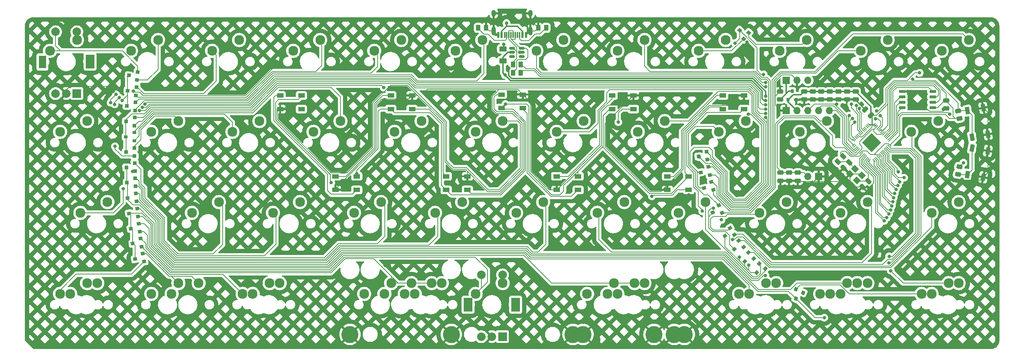
<source format=gbr>
%TF.GenerationSoftware,KiCad,Pcbnew,7.0.7*%
%TF.CreationDate,2023-09-30T22:32:58+02:00*%
%TF.ProjectId,dizzy40,64697a7a-7934-4302-9e6b-696361645f70,rev?*%
%TF.SameCoordinates,Original*%
%TF.FileFunction,Copper,L2,Bot*%
%TF.FilePolarity,Positive*%
%FSLAX46Y46*%
G04 Gerber Fmt 4.6, Leading zero omitted, Abs format (unit mm)*
G04 Created by KiCad (PCBNEW 7.0.7) date 2023-09-30 22:32:58*
%MOMM*%
%LPD*%
G01*
G04 APERTURE LIST*
G04 Aperture macros list*
%AMRoundRect*
0 Rectangle with rounded corners*
0 $1 Rounding radius*
0 $2 $3 $4 $5 $6 $7 $8 $9 X,Y pos of 4 corners*
0 Add a 4 corners polygon primitive as box body*
4,1,4,$2,$3,$4,$5,$6,$7,$8,$9,$2,$3,0*
0 Add four circle primitives for the rounded corners*
1,1,$1+$1,$2,$3*
1,1,$1+$1,$4,$5*
1,1,$1+$1,$6,$7*
1,1,$1+$1,$8,$9*
0 Add four rect primitives between the rounded corners*
20,1,$1+$1,$2,$3,$4,$5,0*
20,1,$1+$1,$4,$5,$6,$7,0*
20,1,$1+$1,$6,$7,$8,$9,0*
20,1,$1+$1,$8,$9,$2,$3,0*%
%AMRotRect*
0 Rectangle, with rotation*
0 The origin of the aperture is its center*
0 $1 length*
0 $2 width*
0 $3 Rotation angle, in degrees counterclockwise*
0 Add horizontal line*
21,1,$1,$2,0,0,$3*%
G04 Aperture macros list end*
%TA.AperFunction,ComponentPad*%
%ADD10C,2.300000*%
%TD*%
%TA.AperFunction,ComponentPad*%
%ADD11C,4.000000*%
%TD*%
%TA.AperFunction,SMDPad,CuDef*%
%ADD12R,1.600000X1.000000*%
%TD*%
%TA.AperFunction,SMDPad,CuDef*%
%ADD13RotRect,0.900000X0.800000X205.000000*%
%TD*%
%TA.AperFunction,SMDPad,CuDef*%
%ADD14RotRect,0.900000X0.800000X185.000000*%
%TD*%
%TA.AperFunction,SMDPad,CuDef*%
%ADD15RoundRect,0.250000X-0.625000X0.375000X-0.625000X-0.375000X0.625000X-0.375000X0.625000X0.375000X0*%
%TD*%
%TA.AperFunction,SMDPad,CuDef*%
%ADD16RotRect,0.900000X0.800000X186.000000*%
%TD*%
%TA.AperFunction,SMDPad,CuDef*%
%ADD17RoundRect,0.250000X-0.475000X0.250000X-0.475000X-0.250000X0.475000X-0.250000X0.475000X0.250000X0*%
%TD*%
%TA.AperFunction,SMDPad,CuDef*%
%ADD18RoundRect,0.250000X-0.159099X0.512652X-0.512652X0.159099X0.159099X-0.512652X0.512652X-0.159099X0*%
%TD*%
%TA.AperFunction,SMDPad,CuDef*%
%ADD19RotRect,0.900000X0.800000X190.000000*%
%TD*%
%TA.AperFunction,SMDPad,CuDef*%
%ADD20RotRect,0.900000X0.800000X182.000000*%
%TD*%
%TA.AperFunction,SMDPad,CuDef*%
%ADD21RoundRect,0.250000X-0.488746X0.180370X-0.397581X-0.336654X0.488746X-0.180370X0.397581X0.336654X0*%
%TD*%
%TA.AperFunction,SMDPad,CuDef*%
%ADD22RoundRect,0.250000X-0.132583X0.503814X-0.503814X0.132583X0.132583X-0.503814X0.503814X-0.132583X0*%
%TD*%
%TA.AperFunction,ComponentPad*%
%ADD23R,1.700000X1.700000*%
%TD*%
%TA.AperFunction,ComponentPad*%
%ADD24O,1.700000X1.700000*%
%TD*%
%TA.AperFunction,SMDPad,CuDef*%
%ADD25RoundRect,0.250000X0.512652X0.159099X0.159099X0.512652X-0.512652X-0.159099X-0.159099X-0.512652X0*%
%TD*%
%TA.AperFunction,SMDPad,CuDef*%
%ADD26RotRect,0.900000X0.800000X195.000000*%
%TD*%
%TA.AperFunction,SMDPad,CuDef*%
%ADD27RotRect,0.900000X0.800000X187.000000*%
%TD*%
%TA.AperFunction,SMDPad,CuDef*%
%ADD28RoundRect,0.250000X-0.262500X-0.450000X0.262500X-0.450000X0.262500X0.450000X-0.262500X0.450000X0*%
%TD*%
%TA.AperFunction,SMDPad,CuDef*%
%ADD29R,0.800000X0.900000*%
%TD*%
%TA.AperFunction,SMDPad,CuDef*%
%ADD30RotRect,0.900000X0.800000X218.000000*%
%TD*%
%TA.AperFunction,SMDPad,CuDef*%
%ADD31RotRect,0.900000X0.800000X230.000000*%
%TD*%
%TA.AperFunction,SMDPad,CuDef*%
%ADD32RoundRect,0.250000X0.475000X-0.250000X0.475000X0.250000X-0.475000X0.250000X-0.475000X-0.250000X0*%
%TD*%
%TA.AperFunction,ComponentPad*%
%ADD33R,2.000000X2.000000*%
%TD*%
%TA.AperFunction,ComponentPad*%
%ADD34C,2.000000*%
%TD*%
%TA.AperFunction,ComponentPad*%
%ADD35R,2.000000X3.200000*%
%TD*%
%TA.AperFunction,SMDPad,CuDef*%
%ADD36RotRect,0.900000X0.800000X177.000000*%
%TD*%
%TA.AperFunction,SMDPad,CuDef*%
%ADD37RotRect,1.700000X1.000000X80.000000*%
%TD*%
%TA.AperFunction,SMDPad,CuDef*%
%ADD38RotRect,0.900000X0.800000X223.000000*%
%TD*%
%TA.AperFunction,SMDPad,CuDef*%
%ADD39RotRect,1.400000X1.200000X315.000000*%
%TD*%
%TA.AperFunction,SMDPad,CuDef*%
%ADD40RotRect,1.700000X1.000000X100.000000*%
%TD*%
%TA.AperFunction,SMDPad,CuDef*%
%ADD41RoundRect,0.250000X-0.397581X0.336654X-0.488746X-0.180370X0.397581X-0.336654X0.488746X0.180370X0*%
%TD*%
%TA.AperFunction,SMDPad,CuDef*%
%ADD42RotRect,0.900000X0.800000X245.000000*%
%TD*%
%TA.AperFunction,SMDPad,CuDef*%
%ADD43RotRect,0.900000X0.800000X176.000000*%
%TD*%
%TA.AperFunction,SMDPad,CuDef*%
%ADD44RotRect,0.900000X0.800000X184.000000*%
%TD*%
%TA.AperFunction,SMDPad,CuDef*%
%ADD45RotRect,0.900000X0.800000X213.000000*%
%TD*%
%TA.AperFunction,SMDPad,CuDef*%
%ADD46RoundRect,0.150000X-0.650000X-0.150000X0.650000X-0.150000X0.650000X0.150000X-0.650000X0.150000X0*%
%TD*%
%TA.AperFunction,SMDPad,CuDef*%
%ADD47RotRect,0.900000X0.800000X178.000000*%
%TD*%
%TA.AperFunction,SMDPad,CuDef*%
%ADD48RotRect,0.900000X0.800000X140.000000*%
%TD*%
%TA.AperFunction,SMDPad,CuDef*%
%ADD49RotRect,0.900000X0.800000X175.000000*%
%TD*%
%TA.AperFunction,SMDPad,CuDef*%
%ADD50RoundRect,0.150000X0.512500X0.150000X-0.512500X0.150000X-0.512500X-0.150000X0.512500X-0.150000X0*%
%TD*%
%TA.AperFunction,SMDPad,CuDef*%
%ADD51RoundRect,0.050000X0.309359X-0.238649X-0.238649X0.309359X-0.309359X0.238649X0.238649X-0.309359X0*%
%TD*%
%TA.AperFunction,SMDPad,CuDef*%
%ADD52RoundRect,0.050000X0.309359X0.238649X0.238649X0.309359X-0.309359X-0.238649X-0.238649X-0.309359X0*%
%TD*%
%TA.AperFunction,ComponentPad*%
%ADD53C,0.600000*%
%TD*%
%TA.AperFunction,SMDPad,CuDef*%
%ADD54RoundRect,0.144000X2.059095X0.000000X0.000000X2.059095X-2.059095X0.000000X0.000000X-2.059095X0*%
%TD*%
%TA.AperFunction,ComponentPad*%
%ADD55R,1.800000X3.000000*%
%TD*%
%TA.AperFunction,SMDPad,CuDef*%
%ADD56R,0.600000X1.450000*%
%TD*%
%TA.AperFunction,SMDPad,CuDef*%
%ADD57R,0.300000X1.450000*%
%TD*%
%TA.AperFunction,ComponentPad*%
%ADD58O,1.000000X1.600000*%
%TD*%
%TA.AperFunction,ComponentPad*%
%ADD59O,1.000000X2.100000*%
%TD*%
%TA.AperFunction,SMDPad,CuDef*%
%ADD60R,0.900000X0.800000*%
%TD*%
%TA.AperFunction,SMDPad,CuDef*%
%ADD61RoundRect,0.250000X0.262500X0.450000X-0.262500X0.450000X-0.262500X-0.450000X0.262500X-0.450000X0*%
%TD*%
%TA.AperFunction,SMDPad,CuDef*%
%ADD62RotRect,0.900000X0.800000X181.000000*%
%TD*%
%TA.AperFunction,ViaPad*%
%ADD63C,0.800000*%
%TD*%
%TA.AperFunction,Conductor*%
%ADD64C,0.200000*%
%TD*%
%TA.AperFunction,Conductor*%
%ADD65C,0.300000*%
%TD*%
%TA.AperFunction,Conductor*%
%ADD66C,0.250000*%
%TD*%
%TA.AperFunction,Conductor*%
%ADD67C,0.210000*%
%TD*%
G04 APERTURE END LIST*
D10*
%TO.P,K18,1*%
%TO.N,Net-(D26-A-Pad2)*%
X158132500Y-86370000D03*
%TO.P,K18,2*%
%TO.N,COL6*%
X164482500Y-83830000D03*
%TD*%
%TO.P,K24,1*%
%TO.N,COL1*%
X72407500Y-105420000D03*
%TO.P,K24,2*%
%TO.N,Net-(D29-A-Pad1)*%
X78757500Y-102880000D03*
%TD*%
%TO.P,K42,1*%
%TO.N,Net-(D39-A-Pad1)*%
X246238750Y-124470000D03*
%TO.P,K42,2*%
%TO.N,COL8*%
X252588750Y-121930000D03*
%TD*%
%TO.P,K10,1*%
%TO.N,COL9*%
X210520000Y-67320000D03*
%TO.P,K10,2*%
%TO.N,Net-(D21-A-Pad1)*%
X216870000Y-64780000D03*
%TD*%
%TO.P,K7,1*%
%TO.N,Net-(D20-A-Pad1)*%
X153370000Y-67320000D03*
%TO.P,K7,2*%
%TO.N,COL6*%
X159720000Y-64780000D03*
%TD*%
%TO.P,K54,1*%
%TO.N,COL3*%
X122413750Y-124470000D03*
%TO.P,K54,2*%
%TO.N,Net-(D36-A-Pad1)*%
X128763750Y-121930000D03*
%TD*%
%TO.P,K22,1*%
%TO.N,Net-(D28-A-Pad1)*%
X241476250Y-86370000D03*
%TO.P,K22,2*%
%TO.N,COL10*%
X247826250Y-83830000D03*
%TD*%
%TO.P,K46,1*%
%TO.N,COL3*%
X117651250Y-124470000D03*
%TO.P,K46,2*%
%TO.N,Net-(D36-A-Pad1)*%
X124001250Y-121930000D03*
%TD*%
%TO.P,K45,1*%
%TO.N,COL3*%
X124795000Y-124470000D03*
%TO.P,K45,2*%
%TO.N,Net-(D36-A-Pad1)*%
X131145000Y-121930000D03*
%TD*%
%TO.P,K26,1*%
%TO.N,COL3*%
X110507500Y-105420000D03*
%TO.P,K26,2*%
%TO.N,Net-(D30-A-Pad2)*%
X116857500Y-102880000D03*
%TD*%
%TO.P,K30,1*%
%TO.N,COL7*%
X186707500Y-105420000D03*
%TO.P,K30,2*%
%TO.N,Net-(D32-A-Pad1)*%
X193057500Y-102880000D03*
%TD*%
%TO.P,K49,1*%
%TO.N,Net-(D39-A-Pad1)*%
X243857500Y-124470000D03*
%TO.P,K49,2*%
%TO.N,COL8*%
X250207500Y-121930000D03*
%TD*%
%TO.P,K37,1*%
%TO.N,COL3*%
X112888750Y-124470000D03*
%TO.P,K37,2*%
%TO.N,Net-(D36-A-Pad1)*%
X119238750Y-121930000D03*
%TD*%
%TO.P,K51,1*%
%TO.N,Net-(D35-A-Pad2)*%
X43832500Y-124470000D03*
%TO.P,K51,2*%
%TO.N,COL0*%
X50182500Y-121930000D03*
%TD*%
%TO.P,K5,1*%
%TO.N,Net-(D19-A-Pad1)*%
X115270000Y-67320000D03*
%TO.P,K5,2*%
%TO.N,COL4*%
X121620000Y-64780000D03*
%TD*%
D11*
%TO.P,J3,1,Pin_1*%
%TO.N,GND*%
X133367500Y-133995000D03*
%TO.P,J3,2,Pin_2*%
X109555000Y-133995000D03*
%TD*%
D10*
%TO.P,K32,1*%
%TO.N,COL9*%
X224807500Y-105420000D03*
%TO.P,K32,2*%
%TO.N,Net-(D33-A-Pad2)*%
X231157500Y-102880000D03*
%TD*%
%TO.P,K6,1*%
%TO.N,COL5*%
X134320000Y-67320000D03*
%TO.P,K6,2*%
%TO.N,Net-(D19-A-Pad2)*%
X140670000Y-64780000D03*
%TD*%
%TO.P,K33,1*%
%TO.N,Net-(D34-A-Pad1)*%
X246238750Y-105420000D03*
%TO.P,K33,2*%
%TO.N,COL10*%
X252588750Y-102880000D03*
%TD*%
%TO.P,K29,1*%
%TO.N,Net-(D32-A-Pad2)*%
X167657500Y-105420000D03*
%TO.P,K29,2*%
%TO.N,COL6*%
X174007500Y-102880000D03*
%TD*%
D11*
%TO.P,J6,1,Pin_1*%
%TO.N,GND*%
X180992500Y-133995000D03*
%TD*%
D10*
%TO.P,K35,1*%
%TO.N,COL1*%
X62882500Y-124470000D03*
%TO.P,K35,2*%
%TO.N,Net-(D35-A-Pad1)*%
X69232500Y-121930000D03*
%TD*%
%TO.P,K15,1*%
%TO.N,COL3*%
X100982500Y-86370000D03*
%TO.P,K15,2*%
%TO.N,Net-(D24-A-Pad1)*%
X107332500Y-83830000D03*
%TD*%
%TO.P,K31,1*%
%TO.N,Net-(D33-A-Pad1)*%
X205757500Y-105420000D03*
%TO.P,K31,2*%
%TO.N,COL8*%
X212107500Y-102880000D03*
%TD*%
%TO.P,K58,1*%
%TO.N,COL7*%
X224807500Y-124470000D03*
%TO.P,K58,2*%
%TO.N,Net-(D38-A-Pad1)*%
X231157500Y-121930000D03*
%TD*%
%TO.P,K38,1*%
%TO.N,ENC_ROW_MID*%
X139082500Y-124470000D03*
%TO.P,K38,2*%
%TO.N,COL4*%
X145432500Y-121930000D03*
%TD*%
%TO.P,K3,1*%
%TO.N,Net-(D18-A-Pad1)*%
X77170000Y-67320000D03*
%TO.P,K3,2*%
%TO.N,COL2*%
X83520000Y-64780000D03*
%TD*%
%TO.P,K19,1*%
%TO.N,COL7*%
X177182500Y-86370000D03*
%TO.P,K19,2*%
%TO.N,Net-(D26-A-Pad1)*%
X183532500Y-83830000D03*
%TD*%
%TO.P,K12,1*%
%TO.N,Net-(D23-A-Pad2)*%
X41451250Y-86370000D03*
%TO.P,K12,2*%
%TO.N,COL0*%
X47801250Y-83830000D03*
%TD*%
%TO.P,K9,1*%
%TO.N,Net-(D21-A-Pad2)*%
X191470000Y-67320000D03*
%TO.P,K9,2*%
%TO.N,COL8*%
X197820000Y-64780000D03*
%TD*%
%TO.P,K8,1*%
%TO.N,COL7*%
X172420000Y-67320000D03*
%TO.P,K8,2*%
%TO.N,Net-(D20-A-Pad2)*%
X178770000Y-64780000D03*
%TD*%
%TO.P,K56,1*%
%TO.N,Net-(D38-A-Pad2)*%
X200995000Y-124470000D03*
%TO.P,K56,2*%
%TO.N,COL6*%
X207345000Y-121930000D03*
%TD*%
%TO.P,K40,1*%
%TO.N,Net-(D38-A-Pad2)*%
X203376250Y-124470000D03*
%TO.P,K40,2*%
%TO.N,COL6*%
X209726250Y-121930000D03*
%TD*%
%TO.P,K36,1*%
%TO.N,Net-(D36-A-Pad2)*%
X86695000Y-124470000D03*
%TO.P,K36,2*%
%TO.N,COL2*%
X93045000Y-121930000D03*
%TD*%
%TO.P,K13,1*%
%TO.N,COL1*%
X62882500Y-86370000D03*
%TO.P,K13,2*%
%TO.N,Net-(D23-A-Pad1)*%
X69232500Y-83830000D03*
%TD*%
%TO.P,K21,1*%
%TO.N,COL9*%
X215282500Y-86370000D03*
%TO.P,K21,2*%
%TO.N,Net-(D27-A-Pad2)*%
X221632500Y-83830000D03*
%TD*%
%TO.P,K20,1*%
%TO.N,Net-(D27-A-Pad1)*%
X196232500Y-86370000D03*
%TO.P,K20,2*%
%TO.N,COL8*%
X202582500Y-83830000D03*
%TD*%
D11*
%TO.P,J7,1,Pin_1*%
%TO.N,GND*%
X185755000Y-133995000D03*
%TO.P,J7,2,Pin_2*%
X161942500Y-133995000D03*
%TD*%
D10*
%TO.P,K50,1*%
%TO.N,COL7*%
X220045000Y-124470000D03*
%TO.P,K50,2*%
%TO.N,Net-(D38-A-Pad1)*%
X226395000Y-121930000D03*
%TD*%
%TO.P,K57,1*%
%TO.N,COL5*%
X172420000Y-124470000D03*
%TO.P,K57,2*%
%TO.N,Net-(D37-A-Pad1)*%
X178770000Y-121930000D03*
%TD*%
%TO.P,K52,1*%
%TO.N,COL1*%
X67645000Y-124470000D03*
%TO.P,K52,2*%
%TO.N,Net-(D35-A-Pad1)*%
X73995000Y-121930000D03*
%TD*%
%TO.P,K23,1*%
%TO.N,Net-(D29-A-Pad2)*%
X46213750Y-105420000D03*
%TO.P,K23,2*%
%TO.N,COL0*%
X52563750Y-102880000D03*
%TD*%
%TO.P,K25,1*%
%TO.N,Net-(D30-A-Pad1)*%
X91457500Y-105420000D03*
%TO.P,K25,2*%
%TO.N,COL2*%
X97807500Y-102880000D03*
%TD*%
D11*
%TO.P,J8,1,Pin_1*%
%TO.N,GND*%
X188136250Y-133995000D03*
%TO.P,J8,2,Pin_2*%
X164323750Y-133995000D03*
%TD*%
D10*
%TO.P,K53,1*%
%TO.N,Net-(D36-A-Pad2)*%
X84313750Y-124470000D03*
%TO.P,K53,2*%
%TO.N,COL2*%
X90663750Y-121930000D03*
%TD*%
%TO.P,K28,1*%
%TO.N,COL5*%
X148607500Y-105420000D03*
%TO.P,K28,2*%
%TO.N,Net-(D31-A-Pad2)*%
X154957500Y-102880000D03*
%TD*%
%TO.P,K17,1*%
%TO.N,COL5*%
X139082500Y-86370000D03*
%TO.P,K17,2*%
%TO.N,Net-(D25-A-Pad1)*%
X145432500Y-83830000D03*
%TD*%
%TO.P,K39,1*%
%TO.N,COL5*%
X165276250Y-124470000D03*
%TO.P,K39,2*%
%TO.N,Net-(D37-A-Pad1)*%
X171626250Y-121930000D03*
%TD*%
%TO.P,K55,1*%
%TO.N,COL5*%
X170038750Y-124470000D03*
%TO.P,K55,2*%
%TO.N,Net-(D37-A-Pad1)*%
X176388750Y-121930000D03*
%TD*%
%TO.P,K4,1*%
%TO.N,COL3*%
X96220000Y-67320000D03*
%TO.P,K4,2*%
%TO.N,Net-(D18-A-Pad2)*%
X102570000Y-64780000D03*
%TD*%
%TO.P,K27,1*%
%TO.N,Net-(D31-A-Pad1)*%
X129557500Y-105420000D03*
%TO.P,K27,2*%
%TO.N,COL4*%
X135907500Y-102880000D03*
%TD*%
%TO.P,K59,1*%
%TO.N,COL11*%
X248620000Y-67320000D03*
%TO.P,K59,2*%
%TO.N,Net-(D22-A-Pad1)*%
X254970000Y-64780000D03*
%TD*%
%TO.P,K41,1*%
%TO.N,COL7*%
X222426250Y-124470000D03*
%TO.P,K41,2*%
%TO.N,Net-(D38-A-Pad1)*%
X228776250Y-121930000D03*
%TD*%
%TO.P,K34,1*%
%TO.N,Net-(D35-A-Pad2)*%
X41451250Y-124470000D03*
%TO.P,K34,2*%
%TO.N,COL0*%
X47801250Y-121930000D03*
%TD*%
%TO.P,K1,1*%
%TO.N,ENC_ROW_TOP*%
X39070000Y-67320000D03*
%TO.P,K1,2*%
%TO.N,COL0*%
X45420000Y-64780000D03*
%TD*%
%TO.P,K11,1*%
%TO.N,Net-(D22-A-Pad2)*%
X229570000Y-67320000D03*
%TO.P,K11,2*%
%TO.N,COL10*%
X235920000Y-64780000D03*
%TD*%
%TO.P,K16,1*%
%TO.N,Net-(D25-A-Pad2)*%
X120032500Y-86370000D03*
%TO.P,K16,2*%
%TO.N,COL4*%
X126382500Y-83830000D03*
%TD*%
%TO.P,K2,1*%
%TO.N,COL1*%
X58120000Y-67320000D03*
%TO.P,K2,2*%
%TO.N,Net-(D17-A-Pad2)*%
X64470000Y-64780000D03*
%TD*%
%TO.P,K14,1*%
%TO.N,Net-(D24-A-Pad2)*%
X81932500Y-86370000D03*
%TO.P,K14,2*%
%TO.N,COL2*%
X88282500Y-83830000D03*
%TD*%
D12*
%TO.P,RGB7,1,VDD*%
%TO.N,+5V*%
X119150000Y-81020000D03*
%TO.P,RGB7,2,DOUT*%
%TO.N,Net-(RGB7-DOUT)*%
X119150000Y-77820000D03*
%TO.P,RGB7,3,VSS*%
%TO.N,GND*%
X124150000Y-77820000D03*
%TO.P,RGB7,4,DIN*%
%TO.N,Net-(RGB6-DOUT)*%
X124150000Y-81020000D03*
%TD*%
D13*
%TO.P,D27,1,A*%
%TO.N,Net-(D27-A-Pad1)*%
X196214820Y-103666389D03*
%TO.P,D27,2,A*%
%TO.N,Net-(D27-A-Pad2)*%
X197017795Y-105388374D03*
%TO.P,D27,3,K*%
%TO.N,ROW1*%
X194803692Y-105372618D03*
%TD*%
D14*
%TO.P,D26,1,A*%
%TO.N,Net-(D26-A-Pad1)*%
X193374404Y-91027230D03*
%TO.P,D26,2,A*%
%TO.N,Net-(D26-A-Pad2)*%
X193540000Y-92920000D03*
%TO.P,D26,3,K*%
%TO.N,ROW1*%
X191464812Y-92147927D03*
%TD*%
D12*
%TO.P,RGB5,1,VDD*%
%TO.N,+5V*%
X145150000Y-80810000D03*
%TO.P,RGB5,2,DOUT*%
%TO.N,Net-(RGB5-DOUT)*%
X145150000Y-77610000D03*
%TO.P,RGB5,3,VSS*%
%TO.N,GND*%
X150150000Y-77610000D03*
%TO.P,RGB5,4,DIN*%
%TO.N,Net-(RGB4-DOUT)*%
X150150000Y-80810000D03*
%TD*%
D15*
%TO.P,F0,1*%
%TO.N,VBUS*%
X145500000Y-66880000D03*
%TO.P,F0,2*%
%TO.N,+5V*%
X145500000Y-69680000D03*
%TD*%
D16*
%TO.P,D38,1,A*%
%TO.N,Net-(D38-A-Pad1)*%
X59541823Y-104394217D03*
%TO.P,D38,2,A*%
%TO.N,Net-(D38-A-Pad2)*%
X59740427Y-106283808D03*
%TO.P,D38,3,K*%
%TO.N,ROW3*%
X57652081Y-105548069D03*
%TD*%
D17*
%TO.P,C6,1*%
%TO.N,+1V1*%
X212750000Y-95970000D03*
%TO.P,C6,2*%
%TO.N,GND*%
X212750000Y-97870000D03*
%TD*%
%TO.P,C14,1*%
%TO.N,+3V3*%
X226350000Y-76880000D03*
%TO.P,C14,2*%
%TO.N,GND*%
X226350000Y-78780000D03*
%TD*%
D18*
%TO.P,C3,1*%
%TO.N,Net-(C3-Pad1)*%
X226881751Y-93528249D03*
%TO.P,C3,2*%
%TO.N,GND*%
X225538249Y-94871751D03*
%TD*%
D19*
%TO.P,D35,1,A*%
%TO.N,Net-(D35-A-Pad1)*%
X60860000Y-115010000D03*
%TO.P,D35,2,A*%
%TO.N,Net-(D35-A-Pad2)*%
X61189932Y-116881135D03*
%TO.P,D35,3,K*%
%TO.N,ROW3*%
X59055350Y-116292864D03*
%TD*%
D20*
%TO.P,D30,1,A*%
%TO.N,Net-(D30-A-Pad1)*%
X59100000Y-97260000D03*
%TO.P,D30,2,A*%
%TO.N,Net-(D30-A-Pad2)*%
X59166309Y-99158843D03*
%TO.P,D30,3,K*%
%TO.N,ROW2*%
X57134373Y-98279220D03*
%TD*%
D21*
%TO.P,R8,1*%
%TO.N,/MCU/RUN*%
X252471546Y-81431363D03*
%TO.P,R8,2*%
%TO.N,+3V3*%
X252788454Y-83228637D03*
%TD*%
D19*
%TO.P,D20,1,A*%
%TO.N,Net-(D20-A-Pad1)*%
X193760068Y-94618865D03*
%TO.P,D20,2,A*%
%TO.N,Net-(D20-A-Pad2)*%
X194090000Y-96490000D03*
%TO.P,D20,3,K*%
%TO.N,ROW0*%
X191955418Y-95901729D03*
%TD*%
D22*
%TO.P,R5,1*%
%TO.N,/MCU/XOUT*%
X225425235Y-92144765D03*
%TO.P,R5,2*%
%TO.N,Net-(C3-Pad1)*%
X224134765Y-93435235D03*
%TD*%
D17*
%TO.P,C12,1*%
%TO.N,+3V3*%
X220310000Y-76880000D03*
%TO.P,C12,2*%
%TO.N,GND*%
X220310000Y-78780000D03*
%TD*%
D12*
%TO.P,RGB3,1,VDD*%
%TO.N,+5V*%
X171150000Y-81020000D03*
%TO.P,RGB3,2,DOUT*%
%TO.N,Net-(RGB3-DOUT)*%
X171150000Y-77820000D03*
%TO.P,RGB3,3,VSS*%
%TO.N,GND*%
X176150000Y-77820000D03*
%TO.P,RGB3,4,DIN*%
%TO.N,Net-(RGB2-DOUT)*%
X176150000Y-81020000D03*
%TD*%
D23*
%TO.P,J1,1,Pin_1*%
%TO.N,GND*%
X212070000Y-81400000D03*
D24*
%TO.P,J1,2,Pin_2*%
%TO.N,+3V3*%
X214610000Y-81400000D03*
%TO.P,J1,3,Pin_3*%
%TO.N,/MCU/RUN*%
X217150000Y-81400000D03*
%TO.P,J1,4,Pin_4*%
%TO.N,/MCU/SWD*%
X219690000Y-81400000D03*
%TO.P,J1,5,Pin_5*%
%TO.N,/MCU/SWCLK*%
X222230000Y-81400000D03*
%TD*%
D23*
%TO.P,J2,1,Pin_1*%
%TO.N,+5V*%
X212070000Y-74260000D03*
D24*
%TO.P,J2,2,Pin_2*%
%TO.N,GND*%
X214610000Y-74260000D03*
%TO.P,J2,3,Pin_3*%
%TO.N,LED_GLOW*%
X217150000Y-74260000D03*
%TD*%
D25*
%TO.P,C10,1*%
%TO.N,+3V3*%
X231921751Y-82491751D03*
%TO.P,C10,2*%
%TO.N,GND*%
X230578249Y-81148249D03*
%TD*%
D17*
%TO.P,C4,1*%
%TO.N,+3V3*%
X218290000Y-76880000D03*
%TO.P,C4,2*%
%TO.N,GND*%
X218290000Y-78780000D03*
%TD*%
D26*
%TO.P,D22,1,A*%
%TO.N,Net-(D22-A-Pad1)*%
X194460048Y-98163551D03*
%TO.P,D22,2,A*%
%TO.N,Net-(D22-A-Pad2)*%
X194951804Y-99998810D03*
%TO.P,D22,3,K*%
%TO.N,ROW0*%
X192774074Y-99598819D03*
%TD*%
D27*
%TO.P,D37,1,A*%
%TO.N,Net-(D37-A-Pad1)*%
X59940000Y-107934162D03*
%TO.P,D37,2,A*%
%TO.N,ENC_ROW_MID*%
X60171552Y-109820000D03*
%TO.P,D37,3,K*%
%TO.N,ROW3*%
X58070684Y-109120819D03*
%TD*%
D28*
%TO.P,R7,1*%
%TO.N,Net-(J0-CC1)*%
X139687500Y-61920000D03*
%TO.P,R7,2*%
%TO.N,GND*%
X141512500Y-61920000D03*
%TD*%
D12*
%TO.P,RGB2,1,VDD*%
%TO.N,+5V*%
X189150000Y-96830000D03*
%TO.P,RGB2,2,DOUT*%
%TO.N,Net-(RGB2-DOUT)*%
X189150000Y-100030000D03*
%TO.P,RGB2,3,VSS*%
%TO.N,GND*%
X184150000Y-100030000D03*
%TO.P,RGB2,4,DIN*%
%TO.N,Net-(RGB1-DOUT)*%
X184150000Y-96830000D03*
%TD*%
D29*
%TO.P,U4,1,GND*%
%TO.N,GND*%
X214420000Y-78830000D03*
%TO.P,U4,2,VO*%
%TO.N,+3V3*%
X212520000Y-78830000D03*
%TO.P,U4,3,VI*%
%TO.N,+5V*%
X213470000Y-76830000D03*
%TD*%
D17*
%TO.P,C5,1*%
%TO.N,+3V3*%
X249640000Y-78990000D03*
%TO.P,C5,2*%
%TO.N,GND*%
X249640000Y-80890000D03*
%TD*%
%TO.P,C8,1*%
%TO.N,+1V1*%
X214800000Y-95970000D03*
%TO.P,C8,2*%
%TO.N,GND*%
X214800000Y-97870000D03*
%TD*%
D28*
%TO.P,R4,1*%
%TO.N,/MCU/USB_D-*%
X147847500Y-70500000D03*
%TO.P,R4,2*%
%TO.N,Net-(U3-USB_DM)*%
X149672500Y-70500000D03*
%TD*%
D17*
%TO.P,C11,1*%
%TO.N,+3V3*%
X222330000Y-76880000D03*
%TO.P,C11,2*%
%TO.N,GND*%
X222330000Y-78780000D03*
%TD*%
D12*
%TO.P,RGB9,1,VDD*%
%TO.N,+5V*%
X98150000Y-77820000D03*
%TO.P,RGB9,2,DOUT*%
%TO.N,unconnected-(RGB9-DOUT-Pad2)*%
X98150000Y-81020000D03*
%TO.P,RGB9,3,VSS*%
%TO.N,GND*%
X93150000Y-81020000D03*
%TO.P,RGB9,4,DIN*%
%TO.N,Net-(RGB8-DOUT)*%
X93150000Y-77820000D03*
%TD*%
D30*
%TO.P,D28,1,A*%
%TO.N,Net-(D28-A-Pad1)*%
X200880243Y-111952779D03*
%TO.P,D28,2,A*%
%TO.N,unconnected-(D28-A-Pad2)*%
X202050000Y-113450000D03*
%TO.P,D28,3,K*%
%TO.N,ROW1*%
X199889100Y-113932712D03*
%TD*%
D17*
%TO.P,C9,1*%
%TO.N,+3V3*%
X228370000Y-76880000D03*
%TO.P,C9,2*%
%TO.N,GND*%
X228370000Y-78780000D03*
%TD*%
D31*
%TO.P,D32,1,A*%
%TO.N,Net-(D32-A-Pad1)*%
X205715045Y-117323307D03*
%TO.P,D32,2,A*%
%TO.N,Net-(D32-A-Pad2)*%
X207170530Y-118544604D03*
%TO.P,D32,3,K*%
%TO.N,ROW2*%
X205157212Y-119466044D03*
%TD*%
D32*
%TO.P,C1,1*%
%TO.N,+5V*%
X210620000Y-78780000D03*
%TO.P,C1,2*%
%TO.N,GND*%
X210620000Y-76880000D03*
%TD*%
D20*
%TO.P,D29,1,A*%
%TO.N,Net-(D29-A-Pad1)*%
X58976236Y-93715679D03*
%TO.P,D29,2,A*%
%TO.N,Net-(D29-A-Pad2)*%
X59042545Y-95614522D03*
%TO.P,D29,3,K*%
%TO.N,ROW2*%
X57010609Y-94734899D03*
%TD*%
D27*
%TO.P,D36,1,A*%
%TO.N,Net-(D36-A-Pad1)*%
X60380000Y-111460000D03*
%TO.P,D36,2,A*%
%TO.N,Net-(D36-A-Pad2)*%
X60611552Y-113345838D03*
%TO.P,D36,3,K*%
%TO.N,ROW3*%
X58510684Y-112646657D03*
%TD*%
D33*
%TO.P,ENC2,A,A*%
%TO.N,ENC_SPC_L*%
X145392500Y-134510000D03*
D34*
%TO.P,ENC2,B,B*%
%TO.N,ENC_SPC_R*%
X140392500Y-134510000D03*
%TO.P,ENC2,C,C*%
%TO.N,GND*%
X142892500Y-134510000D03*
D35*
%TO.P,ENC2,MP*%
%TO.N,N/C*%
X137292500Y-127010000D03*
X148492500Y-127010000D03*
D34*
%TO.P,ENC2,S1,S1*%
%TO.N,ENC_ROW_MID*%
X140392500Y-120010000D03*
%TO.P,ENC2,S2,S2*%
%TO.N,COL4*%
X145392500Y-120010000D03*
%TD*%
D18*
%TO.P,C2,1*%
%TO.N,/MCU/XIN*%
X231341751Y-97988249D03*
%TO.P,C2,2*%
%TO.N,GND*%
X229998249Y-99331751D03*
%TD*%
D36*
%TO.P,D19,1,A*%
%TO.N,Net-(D19-A-Pad1)*%
X59148349Y-79443638D03*
%TO.P,D19,2,A*%
%TO.N,Net-(D19-A-Pad2)*%
X59048910Y-81341034D03*
%TO.P,D19,3,K*%
%TO.N,ROW0*%
X57101370Y-80287664D03*
%TD*%
D37*
%TO.P,SW0,1,1*%
%TO.N,GND*%
X258368286Y-97064152D03*
X259462269Y-90859863D03*
%TO.P,SW0,2,2*%
%TO.N,/MCU/~{USB_BOOT}*%
X254626017Y-96404289D03*
X255720000Y-90200000D03*
%TD*%
D17*
%TO.P,C17,1*%
%TO.N,+3V3*%
X216270000Y-76880000D03*
%TO.P,C17,2*%
%TO.N,GND*%
X216270000Y-78780000D03*
%TD*%
D38*
%TO.P,D34,1,A*%
%TO.N,Net-(D34-A-Pad1)*%
X203164203Y-114750428D03*
%TO.P,D34,2,A*%
%TO.N,unconnected-(D34-A-Pad2)*%
X204460000Y-116140000D03*
%TO.P,D34,3,K*%
%TO.N,ROW2*%
X202349394Y-116809210D03*
%TD*%
D12*
%TO.P,RGB8,1,VDD*%
%TO.N,+5V*%
X111150000Y-96830000D03*
%TO.P,RGB8,2,DOUT*%
%TO.N,Net-(RGB8-DOUT)*%
X111150000Y-100030000D03*
%TO.P,RGB8,3,VSS*%
%TO.N,GND*%
X106150000Y-100030000D03*
%TO.P,RGB8,4,DIN*%
%TO.N,Net-(RGB7-DOUT)*%
X106150000Y-96830000D03*
%TD*%
D39*
%TO.P,Y0,1,1*%
%TO.N,Net-(C3-Pad1)*%
X228263223Y-95051142D03*
%TO.P,Y0,2,2*%
%TO.N,GND*%
X229818858Y-96606777D03*
%TO.P,Y0,3,3*%
%TO.N,/MCU/XIN*%
X228616777Y-97808858D03*
%TO.P,Y0,4,4*%
%TO.N,GND*%
X227061142Y-96253223D03*
%TD*%
D23*
%TO.P,J4,1,Pin_1*%
%TO.N,GND*%
X219690000Y-96895000D03*
D24*
%TO.P,J4,2,Pin_2*%
%TO.N,+1V1*%
X217150000Y-96895000D03*
%TD*%
D28*
%TO.P,R3,1*%
%TO.N,/MCU/USB_D+*%
X147847500Y-72470000D03*
%TO.P,R3,2*%
%TO.N,Net-(U3-USB_DP)*%
X149672500Y-72470000D03*
%TD*%
D12*
%TO.P,RGB1,1,VDD*%
%TO.N,+5V*%
X197150000Y-81020000D03*
%TO.P,RGB1,2,DOUT*%
%TO.N,Net-(RGB1-DOUT)*%
X197150000Y-77820000D03*
%TO.P,RGB1,3,VSS*%
%TO.N,GND*%
X202150000Y-77820000D03*
%TO.P,RGB1,4,DIN*%
%TO.N,RGB*%
X202150000Y-81020000D03*
%TD*%
%TO.P,RGB4,1,VDD*%
%TO.N,+5V*%
X163150000Y-96830000D03*
%TO.P,RGB4,2,DOUT*%
%TO.N,Net-(RGB4-DOUT)*%
X163150000Y-100030000D03*
%TO.P,RGB4,3,VSS*%
%TO.N,GND*%
X158150000Y-100030000D03*
%TO.P,RGB4,4,DIN*%
%TO.N,Net-(RGB3-DOUT)*%
X158150000Y-96830000D03*
%TD*%
D40*
%TO.P,SW2,1,1*%
%TO.N,GND*%
X259462269Y-86940137D03*
X258368286Y-80735848D03*
%TO.P,SW2,2,2*%
%TO.N,/MCU/RUN*%
X255720000Y-87600000D03*
X254626017Y-81395711D03*
%TD*%
D41*
%TO.P,R1,1*%
%TO.N,/MCU/QSPI_SS*%
X252766908Y-94562726D03*
%TO.P,R1,2*%
%TO.N,/MCU/~{USB_BOOT}*%
X252450000Y-96360000D03*
%TD*%
D42*
%TO.P,D39,1,A*%
%TO.N,Net-(D39-A-Pad1)*%
X214321626Y-123392205D03*
%TO.P,D39,2,A*%
%TO.N,unconnected-(D39-A-Pad2)*%
X216043611Y-124195180D03*
%TO.P,D39,3,K*%
%TO.N,ROW3*%
X214337382Y-125606308D03*
%TD*%
D43*
%TO.P,D18,1,A*%
%TO.N,Net-(D18-A-Pad1)*%
X59383833Y-75882071D03*
%TO.P,D18,2,A*%
%TO.N,Net-(D18-A-Pad2)*%
X59251295Y-77777442D03*
%TO.P,D18,3,K*%
%TO.N,ROW0*%
X57322436Y-76690244D03*
%TD*%
D17*
%TO.P,C13,1*%
%TO.N,+3V3*%
X224340000Y-76880000D03*
%TO.P,C13,2*%
%TO.N,GND*%
X224340000Y-78780000D03*
%TD*%
D44*
%TO.P,D31,1,A*%
%TO.N,Net-(D31-A-Pad1)*%
X59260000Y-100830000D03*
%TO.P,D31,2,A*%
%TO.N,Net-(D31-A-Pad2)*%
X59392538Y-102725371D03*
%TO.P,D31,3,K*%
%TO.N,ROW2*%
X57331141Y-101917198D03*
%TD*%
D45*
%TO.P,D33,1,A*%
%TO.N,Net-(D33-A-Pad1)*%
X198855185Y-108976526D03*
%TO.P,D33,2,A*%
%TO.N,Net-(D33-A-Pad2)*%
X199890000Y-110570000D03*
%TO.P,D33,3,K*%
%TO.N,ROW2*%
X197695251Y-110862541D03*
%TD*%
D46*
%TO.P,U2,1,~{CS}*%
%TO.N,/MCU/QSPI_SS*%
X239300000Y-80695000D03*
%TO.P,U2,2,DO(IO1)*%
%TO.N,/MCU/QSPI_SD1*%
X239300000Y-79425000D03*
%TO.P,U2,3,IO2*%
%TO.N,/MCU/QSPI_SD2*%
X239300000Y-78155000D03*
%TO.P,U2,4,GND*%
%TO.N,GND*%
X239300000Y-76885000D03*
%TO.P,U2,5,DI(IO0)*%
%TO.N,/MCU/QSPI_SD0*%
X246500000Y-76885000D03*
%TO.P,U2,6,CLK*%
%TO.N,/MCU/QSPI_SCLK*%
X246500000Y-78155000D03*
%TO.P,U2,7,IO3*%
%TO.N,/MCU/QSPI_SD3*%
X246500000Y-79425000D03*
%TO.P,U2,8,VCC*%
%TO.N,+3V3*%
X246500000Y-80695000D03*
%TD*%
D47*
%TO.P,D25,1,A*%
%TO.N,Net-(D25-A-Pad1)*%
X58980000Y-83000000D03*
%TO.P,D25,2,A*%
%TO.N,Net-(D25-A-Pad2)*%
X58913691Y-84898843D03*
%TO.P,D25,3,K*%
%TO.N,ROW1*%
X56948064Y-83879623D03*
%TD*%
D48*
%TO.P,D21,1,A*%
%TO.N,Net-(D21-A-Pad1)*%
X203252737Y-63057833D03*
%TO.P,D21,2,A*%
%TO.N,Net-(D21-A-Pad2)*%
X202031440Y-64513318D03*
%TO.P,D21,3,K*%
%TO.N,ROW0*%
X201110000Y-62500000D03*
%TD*%
D17*
%TO.P,C7,1*%
%TO.N,+1V1*%
X210710000Y-95970000D03*
%TO.P,C7,2*%
%TO.N,GND*%
X210710000Y-97870000D03*
%TD*%
D49*
%TO.P,D17,1,A*%
%TO.N,ENC_ROW_TOP*%
X59675596Y-72327230D03*
%TO.P,D17,2,A*%
%TO.N,Net-(D17-A-Pad2)*%
X59510000Y-74220000D03*
%TO.P,D17,3,K*%
%TO.N,ROW0*%
X57600408Y-73099303D03*
%TD*%
D50*
%TO.P,U44,1,IO1*%
%TO.N,/MCU/USB_D+*%
X149897500Y-66740000D03*
%TO.P,U44,2,VN*%
%TO.N,GND*%
X149897500Y-67690000D03*
%TO.P,U44,3,IO2*%
%TO.N,unconnected-(U44-IO2-Pad3)*%
X149897500Y-68640000D03*
%TO.P,U44,4,IO3*%
%TO.N,unconnected-(U44-IO3-Pad4)*%
X147622500Y-68640000D03*
%TO.P,U44,5,VP*%
%TO.N,+5V*%
X147622500Y-67690000D03*
%TO.P,U44,6,IO4*%
%TO.N,/MCU/USB_D-*%
X147622500Y-66740000D03*
%TD*%
D51*
%TO.P,U3,1,IOVDD*%
%TO.N,+3V3*%
X236439157Y-89502202D03*
%TO.P,U3,2,GPIO0*%
%TO.N,ROW3*%
X236156314Y-89785045D03*
%TO.P,U3,3,GPIO1*%
%TO.N,RGB*%
X235873472Y-90067887D03*
%TO.P,U3,4,GPIO2*%
%TO.N,ROW2*%
X235590629Y-90350730D03*
%TO.P,U3,5,GPIO3*%
%TO.N,COL10*%
X235307786Y-90633573D03*
%TO.P,U3,6,GPIO4*%
%TO.N,ENC_SPC_L*%
X235024944Y-90916415D03*
%TO.P,U3,7,GPIO5*%
%TO.N,ENC_SPC_R*%
X234742101Y-91199258D03*
%TO.P,U3,8,GPIO6*%
%TO.N,COL0*%
X234459258Y-91482101D03*
%TO.P,U3,9,GPIO7*%
%TO.N,COL1*%
X234176415Y-91764944D03*
%TO.P,U3,10,IOVDD*%
%TO.N,+3V3*%
X233893573Y-92047786D03*
%TO.P,U3,11,GPIO8*%
%TO.N,COL2*%
X233610730Y-92330629D03*
%TO.P,U3,12,GPIO9*%
%TO.N,COL3*%
X233327887Y-92613472D03*
%TO.P,U3,13,GPIO10*%
%TO.N,COL4*%
X233045045Y-92896314D03*
%TO.P,U3,14,GPIO11*%
%TO.N,COL5*%
X232762202Y-93179157D03*
D52*
%TO.P,U3,15,GPIO12*%
%TO.N,COL6*%
X231577798Y-93179157D03*
%TO.P,U3,16,GPIO13*%
%TO.N,COL7*%
X231294955Y-92896314D03*
%TO.P,U3,17,GPIO14*%
%TO.N,COL8*%
X231012113Y-92613472D03*
%TO.P,U3,18,GPIO15*%
%TO.N,COL9*%
X230729270Y-92330629D03*
%TO.P,U3,19,TESTEN*%
%TO.N,GND*%
X230446427Y-92047786D03*
%TO.P,U3,20,XIN*%
%TO.N,/MCU/XIN*%
X230163585Y-91764944D03*
%TO.P,U3,21,XOUT*%
%TO.N,/MCU/XOUT*%
X229880742Y-91482101D03*
%TO.P,U3,22,IOVDD*%
%TO.N,+3V3*%
X229597899Y-91199258D03*
%TO.P,U3,23,DVDD*%
%TO.N,+1V1*%
X229315056Y-90916415D03*
%TO.P,U3,24,SWCLK*%
%TO.N,/MCU/SWCLK*%
X229032214Y-90633573D03*
%TO.P,U3,25,SWD*%
%TO.N,/MCU/SWD*%
X228749371Y-90350730D03*
%TO.P,U3,26,RUN*%
%TO.N,/MCU/RUN*%
X228466528Y-90067887D03*
%TO.P,U3,27,GPIO16*%
%TO.N,unconnected-(U3-GPIO16-Pad27)*%
X228183686Y-89785045D03*
%TO.P,U3,28,GPIO17*%
%TO.N,ENC_ESC_R*%
X227900843Y-89502202D03*
D51*
%TO.P,U3,29,GPIO18*%
%TO.N,ENC_ESC_L*%
X227900843Y-88317798D03*
%TO.P,U3,30,GPIO19*%
%TO.N,ROW0*%
X228183686Y-88034955D03*
%TO.P,U3,31,GPIO20*%
%TO.N,unconnected-(U3-GPIO20-Pad31)*%
X228466528Y-87752113D03*
%TO.P,U3,32,GPIO21*%
%TO.N,unconnected-(U3-GPIO21-Pad32)*%
X228749371Y-87469270D03*
%TO.P,U3,33,IOVDD*%
%TO.N,+3V3*%
X229032214Y-87186427D03*
%TO.P,U3,34,GPIO22*%
%TO.N,unconnected-(U3-GPIO22-Pad34)*%
X229315056Y-86903585D03*
%TO.P,U3,35,GPIO23*%
%TO.N,ROW1*%
X229597899Y-86620742D03*
%TO.P,U3,36,GPIO24*%
%TO.N,LED_GLOW*%
X229880742Y-86337899D03*
%TO.P,U3,37,GPIO25*%
%TO.N,COL11*%
X230163585Y-86055056D03*
%TO.P,U3,38,GPIO26_ADC0*%
%TO.N,/MCU/GPIO26_ADC0*%
X230446427Y-85772214D03*
%TO.P,U3,39,GPIO27_ADC1*%
%TO.N,/MCU/GPIO27_ADC1*%
X230729270Y-85489371D03*
%TO.P,U3,40,GPIO28_ADC2*%
%TO.N,/MCU/GPIO28_ADC2*%
X231012113Y-85206528D03*
%TO.P,U3,41,GPIO29_ADC3*%
%TO.N,/MCU/GPIO29_ADC3*%
X231294955Y-84923686D03*
%TO.P,U3,42,IOVDD*%
%TO.N,+3V3*%
X231577798Y-84640843D03*
D52*
%TO.P,U3,43,ADC_AVDD*%
X232762202Y-84640843D03*
%TO.P,U3,44,VREG_IN*%
X233045045Y-84923686D03*
%TO.P,U3,45,VREG_VOUT*%
%TO.N,+1V1*%
X233327887Y-85206528D03*
%TO.P,U3,46,USB_DM*%
%TO.N,Net-(U3-USB_DM)*%
X233610730Y-85489371D03*
%TO.P,U3,47,USB_DP*%
%TO.N,Net-(U3-USB_DP)*%
X233893573Y-85772214D03*
%TO.P,U3,48,USB_VDD*%
%TO.N,+3V3*%
X234176415Y-86055056D03*
%TO.P,U3,49,IOVDD*%
X234459258Y-86337899D03*
%TO.P,U3,50,DVDD*%
%TO.N,+1V1*%
X234742101Y-86620742D03*
%TO.P,U3,51,QSPI_SD3*%
%TO.N,/MCU/QSPI_SD3*%
X235024944Y-86903585D03*
%TO.P,U3,52,QSPI_SCLK*%
%TO.N,/MCU/QSPI_SCLK*%
X235307786Y-87186427D03*
%TO.P,U3,53,QSPI_SD0*%
%TO.N,/MCU/QSPI_SD0*%
X235590629Y-87469270D03*
%TO.P,U3,54,QSPI_SD2*%
%TO.N,/MCU/QSPI_SD2*%
X235873472Y-87752113D03*
%TO.P,U3,55,QSPI_SD1*%
%TO.N,/MCU/QSPI_SD1*%
X236156314Y-88034955D03*
%TO.P,U3,56,QSPI_SS*%
%TO.N,/MCU/QSPI_SS*%
X236439157Y-88317798D03*
D53*
%TO.P,U3,57,GND*%
%TO.N,GND*%
X232170000Y-90713122D03*
X233071561Y-89811561D03*
X233973122Y-88910000D03*
X231268439Y-89811561D03*
X232170000Y-88910000D03*
D54*
X232170000Y-88910000D03*
D53*
X233071561Y-88008439D03*
X230366878Y-88910000D03*
X231268439Y-88008439D03*
X232170000Y-87106878D03*
%TD*%
D33*
%TO.P,ENC1,A,A*%
%TO.N,ENC_ESC_L*%
X45380000Y-77360000D03*
D34*
%TO.P,ENC1,B,B*%
%TO.N,ENC_ESC_R*%
X40380000Y-77360000D03*
%TO.P,ENC1,C,C*%
%TO.N,GND*%
X42880000Y-77360000D03*
D55*
%TO.P,ENC1,MP*%
%TO.N,N/C*%
X37280000Y-69960000D03*
D35*
X48480000Y-69860000D03*
D34*
%TO.P,ENC1,S1,S1*%
%TO.N,ENC_ROW_TOP*%
X40380000Y-62860000D03*
%TO.P,ENC1,S2,S2*%
%TO.N,COL0*%
X45380000Y-62860000D03*
%TD*%
D56*
%TO.P,J0,A1,GND*%
%TO.N,GND*%
X144400000Y-63585000D03*
%TO.P,J0,A4,VBUS*%
%TO.N,VBUS*%
X145200000Y-63585000D03*
D57*
%TO.P,J0,A5,CC1*%
%TO.N,Net-(J0-CC1)*%
X146400000Y-63585000D03*
%TO.P,J0,A6,D+*%
%TO.N,/MCU/USB_D+*%
X147400000Y-63585000D03*
%TO.P,J0,A7,D-*%
%TO.N,/MCU/USB_D-*%
X147900000Y-63585000D03*
%TO.P,J0,A8,SBU1*%
%TO.N,unconnected-(J0-SBU1-PadA8)*%
X148900000Y-63585000D03*
D56*
%TO.P,J0,A9,VBUS*%
%TO.N,VBUS*%
X150100000Y-63585000D03*
%TO.P,J0,A12,GND*%
%TO.N,GND*%
X150900000Y-63585000D03*
%TO.P,J0,B1,GND*%
X150900000Y-63585000D03*
%TO.P,J0,B4,VBUS*%
%TO.N,VBUS*%
X150100000Y-63585000D03*
D57*
%TO.P,J0,B5,CC2*%
%TO.N,Net-(J0-CC2)*%
X149400000Y-63585000D03*
%TO.P,J0,B6,D+*%
%TO.N,/MCU/USB_D+*%
X148400000Y-63585000D03*
%TO.P,J0,B7,D-*%
%TO.N,/MCU/USB_D-*%
X146900000Y-63585000D03*
%TO.P,J0,B8,SBU2*%
%TO.N,unconnected-(J0-SBU2-PadB8)*%
X145900000Y-63585000D03*
D56*
%TO.P,J0,B9,VBUS*%
%TO.N,VBUS*%
X145200000Y-63585000D03*
%TO.P,J0,B12,GND*%
%TO.N,GND*%
X144400000Y-63585000D03*
D58*
%TO.P,J0,S1,SHIELD*%
X143330000Y-58490000D03*
D59*
X143330000Y-62670000D03*
D58*
X151970000Y-58490000D03*
D59*
X151970000Y-62670000D03*
%TD*%
D60*
%TO.P,D24,1,A*%
%TO.N,Net-(D24-A-Pad1)*%
X58890000Y-86580000D03*
%TO.P,D24,2,A*%
%TO.N,Net-(D24-A-Pad2)*%
X58890000Y-88480000D03*
%TO.P,D24,3,K*%
%TO.N,ROW1*%
X56890000Y-87530000D03*
%TD*%
D61*
%TO.P,R6,1*%
%TO.N,Net-(J0-CC2)*%
X155642500Y-61920000D03*
%TO.P,R6,2*%
%TO.N,GND*%
X153817500Y-61920000D03*
%TD*%
D12*
%TO.P,RGB6,1,VDD*%
%TO.N,+5V*%
X132150000Y-100030000D03*
%TO.P,RGB6,2,DOUT*%
%TO.N,Net-(RGB6-DOUT)*%
X132150000Y-96830000D03*
%TO.P,RGB6,3,VSS*%
%TO.N,GND*%
X137150000Y-96830000D03*
%TO.P,RGB6,4,DIN*%
%TO.N,Net-(RGB5-DOUT)*%
X137150000Y-100030000D03*
%TD*%
D62*
%TO.P,D23,1,A*%
%TO.N,Net-(D23-A-Pad1)*%
X58900000Y-90150000D03*
%TO.P,D23,2,A*%
%TO.N,Net-(D23-A-Pad2)*%
X58933159Y-92049711D03*
%TO.P,D23,3,K*%
%TO.N,ROW1*%
X56916884Y-91134760D03*
%TD*%
D63*
%TO.N,GND*%
X217930000Y-124460000D03*
X167090000Y-135220000D03*
X94935497Y-80014503D03*
X231090000Y-99330000D03*
X165680000Y-127080000D03*
X143920000Y-72640000D03*
X200470000Y-101390000D03*
X207248000Y-78016158D03*
X146840000Y-71410000D03*
X150500000Y-60870000D03*
X248940000Y-81030000D03*
X58625862Y-76783458D03*
X220040000Y-128480000D03*
X214240000Y-78840000D03*
X194150000Y-86470000D03*
X233690000Y-109780000D03*
X149410000Y-67690000D03*
X210360000Y-76920000D03*
X191930000Y-94470000D03*
X240610000Y-76860000D03*
X223590000Y-82560000D03*
X192410000Y-97920000D03*
X110270000Y-125660000D03*
X147589500Y-77520000D03*
X91804500Y-70620000D03*
X117840000Y-117790000D03*
X189190000Y-101180000D03*
X202860000Y-65300000D03*
X53864015Y-76894273D03*
X253410000Y-97510000D03*
%TO.N,+5V*%
X145989669Y-73030331D03*
X111170000Y-96170000D03*
X207248000Y-79015661D03*
X210293576Y-78816424D03*
X146070000Y-79870000D03*
X105130000Y-98340000D03*
%TO.N,VBUS*%
X146340000Y-60800000D03*
X145680000Y-65810000D03*
%TO.N,/MCU/RUN*%
X241790000Y-74020500D03*
X223938239Y-79879500D03*
%TO.N,ROW0*%
X203197920Y-82192314D03*
X56015966Y-79045769D03*
X60095911Y-81416214D03*
X207248000Y-82014170D03*
X200051403Y-65504112D03*
X228160875Y-84044944D03*
X206752315Y-72870500D03*
%TO.N,Net-(D23-A-Pad2)*%
X54345500Y-89790000D03*
%TO.N,ROW1*%
X207248496Y-83013566D03*
X191638443Y-92321557D03*
X194990785Y-104293017D03*
X227370000Y-79820000D03*
%TO.N,Net-(D25-A-Pad2)*%
X117511878Y-75979500D03*
%TO.N,Net-(D29-A-Pad2)*%
X56247747Y-99716753D03*
X58460000Y-95680000D03*
%TO.N,ROW2*%
X207190000Y-120130000D03*
X201030000Y-115855500D03*
X203290000Y-117654500D03*
X236240813Y-115626971D03*
%TO.N,ROW3*%
X236212535Y-117192535D03*
X221015811Y-130064689D03*
%TO.N,/MCU/QSPI_SS*%
X253713250Y-93630000D03*
X250515378Y-82244622D03*
%TO.N,Net-(U3-USB_DP)*%
X234159562Y-82601000D03*
X207248432Y-75786545D03*
%TO.N,Net-(U3-USB_DM)*%
X207247985Y-74787043D03*
X233070000Y-83300500D03*
%TO.N,ENC_SPC_L*%
X239746639Y-97163361D03*
%TO.N,ENC_SPC_R*%
X238708152Y-98104068D03*
%TO.N,ENC_ESC_L*%
X207248000Y-81014667D03*
X227600818Y-83217090D03*
X54260451Y-79905049D03*
X60732952Y-80646030D03*
X55345497Y-78304503D03*
%TO.N,ENC_ESC_R*%
X53319062Y-79529346D03*
X226885015Y-82519500D03*
X207248000Y-80015164D03*
X54605497Y-77564503D03*
X61388879Y-79891865D03*
%TO.N,COL0*%
X238309758Y-99020740D03*
%TO.N,COL1*%
X237855878Y-99911244D03*
%TO.N,COL2*%
X237559465Y-100865783D03*
%TO.N,COL3*%
X237290333Y-101828370D03*
%TO.N,COL4*%
X237090236Y-102807638D03*
%TO.N,COL5*%
X236895322Y-103787951D03*
%TO.N,COL6*%
X236591510Y-104740161D03*
%TO.N,COL7*%
X236197173Y-105658585D03*
%TO.N,COL8*%
X235717750Y-106535601D03*
X236640000Y-119019500D03*
%TO.N,COL9*%
X235070317Y-107297070D03*
%TO.N,COL10*%
X238371639Y-95788361D03*
%TO.N,RGB*%
X199469500Y-111710000D03*
X196834310Y-107069500D03*
X192358000Y-105029500D03*
%TO.N,Net-(RGB2-DOUT)*%
X180510000Y-101529500D03*
X172614062Y-84102264D03*
%TO.N,LED_GLOW*%
X228540023Y-80169977D03*
%TO.N,COL11*%
X233306311Y-81476311D03*
X243424500Y-72510000D03*
X229250022Y-80879978D03*
%TD*%
D64*
%TO.N,GND*%
X240610000Y-76860000D02*
X239325000Y-76860000D01*
X231090000Y-99330000D02*
X230000000Y-99330000D01*
X144245000Y-63585000D02*
X143330000Y-62670000D01*
X141914314Y-100404314D02*
X136690000Y-95180000D01*
X115750000Y-82380000D02*
X115750000Y-90224314D01*
X187880000Y-95175685D02*
X184562842Y-98492842D01*
X91804500Y-71073288D02*
X91804500Y-70620000D01*
D65*
X210360000Y-76920000D02*
X210580000Y-76920000D01*
D64*
X214975000Y-98045000D02*
X217980000Y-98045000D01*
D65*
X203200000Y-73853900D02*
X204255833Y-73853900D01*
D64*
X141570000Y-76403900D02*
X127736100Y-76403900D01*
X123081144Y-75413900D02*
X126503622Y-78836378D01*
X133650000Y-95180000D02*
X131850000Y-93380000D01*
X184150000Y-98905685D02*
X184150000Y-100030000D01*
X43770000Y-75670000D02*
X42880000Y-76560000D01*
X184562842Y-98492842D02*
X184150000Y-98905685D01*
X127736100Y-76403900D02*
X126870000Y-77270000D01*
X143884315Y-82010000D02*
X147718628Y-82010000D01*
X169447500Y-89807500D02*
X180070000Y-100430000D01*
X229718439Y-92775777D02*
X229718439Y-94085496D01*
X152000000Y-79460000D02*
X152000000Y-80850000D01*
X140583900Y-76403900D02*
X140380000Y-76403900D01*
X227225000Y-98045000D02*
X227605000Y-98425000D01*
X143000000Y-81125686D02*
X143884315Y-82010000D01*
X245110000Y-80910000D02*
X245110000Y-77900000D01*
X115750000Y-79861372D02*
X115750000Y-82380000D01*
X92450000Y-81020000D02*
X92450000Y-83379912D01*
X225679670Y-94871751D02*
X227061142Y-96253223D01*
X225538249Y-94871751D02*
X225679670Y-94871751D01*
X152000000Y-95668628D02*
X152000000Y-95220000D01*
X118580000Y-78670000D02*
X116941372Y-78670000D01*
X210830000Y-81400000D02*
X209547500Y-80117500D01*
X150150000Y-77610000D02*
X150930000Y-78390000D01*
X182625684Y-100430000D02*
X182000000Y-100430000D01*
X151970000Y-60072500D02*
X151970000Y-58490000D01*
D65*
X150060000Y-77520000D02*
X150150000Y-77610000D01*
D64*
X193954314Y-80160000D02*
X187880000Y-86234315D01*
X217980000Y-98045000D02*
X227225000Y-98045000D01*
X114950000Y-89892942D02*
X114950000Y-79530000D01*
X249500000Y-81030000D02*
X249640000Y-80890000D01*
X141512500Y-61920000D02*
X142262500Y-62670000D01*
X239325000Y-76860000D02*
X239300000Y-76885000D01*
X209547500Y-80117500D02*
X209547500Y-78930000D01*
D65*
X151265000Y-61635000D02*
X150500000Y-60870000D01*
D64*
X145570000Y-76403900D02*
X144606100Y-76403900D01*
X147718628Y-82010000D02*
X150000000Y-84291372D01*
X248940000Y-81030000D02*
X249500000Y-81030000D01*
X217980000Y-98045000D02*
X218540000Y-98045000D01*
X143000000Y-79620000D02*
X143000000Y-81125686D01*
X227078300Y-96270381D02*
X229482462Y-96270381D01*
X253580000Y-97680000D02*
X253410000Y-97510000D01*
D65*
X147589500Y-77520000D02*
X150060000Y-77520000D01*
D64*
X202150000Y-78520000D02*
X200510000Y-80160000D01*
X93930000Y-81020000D02*
X93150000Y-81020000D01*
X158190000Y-100030000D02*
X162190000Y-96030000D01*
X156361372Y-100030000D02*
X155195686Y-98864314D01*
X153817500Y-61920000D02*
X151970000Y-60072500D01*
X173870000Y-80100000D02*
X176150000Y-77820000D01*
D65*
X214240000Y-78840000D02*
X214410000Y-78840000D01*
D64*
X58889430Y-77047026D02*
X60167128Y-77047026D01*
X143000000Y-78010000D02*
X143000000Y-79620000D01*
X150000000Y-84291372D02*
X150000000Y-95128628D01*
D65*
X228370000Y-78940000D02*
X230578249Y-81148249D01*
D64*
X153067500Y-62670000D02*
X151970000Y-62670000D01*
X126503622Y-78836378D02*
X125487244Y-77820000D01*
X155195686Y-98864314D02*
X152000000Y-95668628D01*
X144606100Y-76403900D02*
X143655000Y-77355000D01*
D65*
X147573900Y-73853900D02*
X146840000Y-73120000D01*
D64*
X144600000Y-58490000D02*
X143330000Y-58490000D01*
X125487244Y-77820000D02*
X124150000Y-77820000D01*
X249010000Y-81520000D02*
X245720000Y-81520000D01*
D65*
X203200000Y-73853900D02*
X203570000Y-73853900D01*
D64*
X218540000Y-98045000D02*
X219690000Y-96895000D01*
X150930000Y-78390000D02*
X152000000Y-79460000D01*
X213353900Y-73003900D02*
X214610000Y-74260000D01*
X142262500Y-62670000D02*
X143330000Y-62670000D01*
X227061142Y-96253223D02*
X227078300Y-96270381D01*
X162190000Y-96030000D02*
X162200598Y-96030000D01*
X209547500Y-74523872D02*
X211067472Y-73003900D01*
X42880000Y-76560000D02*
X42880000Y-77360000D01*
X143330000Y-58490000D02*
X143330000Y-62670000D01*
X232660000Y-98390000D02*
X231718249Y-99331751D01*
X119066100Y-75413900D02*
X123081144Y-75413900D01*
X150000000Y-95128628D02*
X144724314Y-100404314D01*
X116941372Y-78670000D02*
X115750000Y-79861372D01*
D65*
X149010000Y-73853900D02*
X203200000Y-73853900D01*
D64*
X162200598Y-96030000D02*
X168647500Y-89583098D01*
X123300000Y-78670000D02*
X124150000Y-77820000D01*
X180070000Y-100430000D02*
X182000000Y-100430000D01*
X131850000Y-84182756D02*
X126503622Y-78836378D01*
X254110000Y-97680000D02*
X253580000Y-97680000D01*
X168647500Y-89583098D02*
X168647500Y-81612500D01*
D65*
X228320000Y-78830000D02*
X228370000Y-78780000D01*
X205570967Y-75169033D02*
X206515966Y-76114034D01*
D64*
X118580000Y-78670000D02*
X123300000Y-78670000D01*
X227061142Y-97881142D02*
X227061142Y-96253223D01*
D65*
X151265000Y-63220000D02*
X151265000Y-61635000D01*
D64*
X92450000Y-83379912D02*
X105100088Y-96030000D01*
X148943900Y-76403900D02*
X145570000Y-76403900D01*
X244095000Y-76885000D02*
X239300000Y-76885000D01*
X228511751Y-99331751D02*
X227605000Y-98425000D01*
X231718249Y-99331751D02*
X229998249Y-99331751D01*
D65*
X149010000Y-73853900D02*
X147573900Y-73853900D01*
X203570000Y-73853900D02*
X204255833Y-73853900D01*
D64*
X136690000Y-95180000D02*
X133650000Y-95180000D01*
X106150000Y-99824314D02*
X106150000Y-100030000D01*
X209547500Y-78930000D02*
X209547500Y-77952500D01*
X108812942Y-96030000D02*
X114950000Y-89892942D01*
X115750000Y-90224314D02*
X108642157Y-97332157D01*
X94935497Y-80014503D02*
X93930000Y-81020000D01*
D65*
X206515966Y-76114034D02*
X207248000Y-76846068D01*
D64*
X229998249Y-99331751D02*
X228511751Y-99331751D01*
X232660000Y-97027057D02*
X232660000Y-98390000D01*
D65*
X207248000Y-76846068D02*
X207248000Y-78016158D01*
D64*
X114950000Y-79530000D02*
X119066100Y-75413900D01*
X137150000Y-96830000D02*
X137150000Y-95640000D01*
X259462269Y-81829831D02*
X259462269Y-86940137D01*
X152000000Y-95220000D02*
X152000000Y-91350000D01*
X144400000Y-63585000D02*
X144245000Y-63585000D01*
X258368286Y-97064152D02*
X257752438Y-97680000D01*
X131850000Y-93380000D02*
X131850000Y-84182756D01*
X58625862Y-76783458D02*
X58889430Y-77047026D01*
X227605000Y-98425000D02*
X227061142Y-97881142D01*
X93150000Y-81020000D02*
X92450000Y-81020000D01*
D65*
X228370000Y-78780000D02*
X228370000Y-78940000D01*
D64*
X52639742Y-75670000D02*
X43770000Y-75670000D01*
X60167128Y-77047026D02*
X60950102Y-77830000D01*
X151970000Y-58490000D02*
X151970000Y-62670000D01*
X245110000Y-77900000D02*
X244095000Y-76885000D01*
X259462269Y-95970169D02*
X259462269Y-90859863D01*
X257752438Y-97680000D02*
X254110000Y-97680000D01*
D65*
X146840000Y-73120000D02*
X146840000Y-71410000D01*
D64*
X53864015Y-76894273D02*
X52639742Y-75670000D01*
X184562842Y-98492842D02*
X182625684Y-100430000D01*
X258368286Y-80735848D02*
X259462269Y-81829831D01*
X230446427Y-92047786D02*
X229718439Y-92775777D01*
X152000000Y-91350000D02*
X152000000Y-80850000D01*
X187880000Y-86234315D02*
X187880000Y-95175685D01*
X169447500Y-84522500D02*
X169447500Y-89807500D01*
D65*
X214410000Y-78840000D02*
X214420000Y-78830000D01*
D64*
X149897500Y-67690000D02*
X149410000Y-67690000D01*
X108642157Y-97332157D02*
X106150000Y-99824314D01*
D65*
X214420000Y-78830000D02*
X228320000Y-78830000D01*
D64*
X158150000Y-100030000D02*
X158190000Y-100030000D01*
X153817500Y-61920000D02*
X153067500Y-62670000D01*
X60950102Y-77830000D02*
X85047788Y-77830000D01*
X143655000Y-77355000D02*
X143000000Y-78010000D01*
X151970000Y-58490000D02*
X144600000Y-58490000D01*
X89743894Y-73133894D02*
X91804500Y-71073288D01*
X124555686Y-77820000D02*
X124150000Y-77820000D01*
D65*
X205570967Y-75169033D02*
X204255833Y-73853900D01*
D64*
X212070000Y-81400000D02*
X210830000Y-81400000D01*
X145570000Y-76403900D02*
X141570000Y-76403900D01*
X168647500Y-81612500D02*
X170160000Y-80100000D01*
X258368286Y-97064152D02*
X259462269Y-95970169D01*
X170160000Y-80100000D02*
X173870000Y-80100000D01*
X202150000Y-77820000D02*
X202150000Y-78520000D01*
X245720000Y-81520000D02*
X245110000Y-80910000D01*
X176150000Y-77820000D02*
X169447500Y-84522500D01*
X210710000Y-97870000D02*
X214800000Y-97870000D01*
D65*
X150900000Y-63585000D02*
X151265000Y-63220000D01*
D64*
X141570000Y-76403900D02*
X140583900Y-76403900D01*
X259462269Y-90859863D02*
X259462269Y-86940137D01*
X200510000Y-80160000D02*
X193954314Y-80160000D01*
X105100088Y-96030000D02*
X108812942Y-96030000D01*
X209547500Y-77952500D02*
X210620000Y-76880000D01*
X214800000Y-97870000D02*
X214975000Y-98045000D01*
X232416471Y-96783529D02*
X232660000Y-97027057D01*
X85047788Y-77830000D02*
X89743894Y-73133894D01*
X229482462Y-96270381D02*
X229818858Y-96606777D01*
X158150000Y-100030000D02*
X156361372Y-100030000D01*
X211067472Y-73003900D02*
X213353900Y-73003900D01*
X150150000Y-77610000D02*
X148943900Y-76403900D01*
X144724314Y-100404314D02*
X141914314Y-100404314D01*
X229718439Y-94085496D02*
X232416471Y-96783529D01*
X230000000Y-99330000D02*
X229998249Y-99331751D01*
X249640000Y-80890000D02*
X249010000Y-81520000D01*
X137150000Y-95640000D02*
X136690000Y-95180000D01*
X209547500Y-78930000D02*
X209547500Y-74523872D01*
D65*
%TO.N,+5V*%
X212070000Y-77390000D02*
X212070000Y-74260000D01*
D64*
X128395872Y-81860000D02*
X131050000Y-84514128D01*
X133340000Y-101220000D02*
X132150000Y-100030000D01*
X188280000Y-95960000D02*
X189150000Y-96830000D01*
D65*
X146070000Y-79890000D02*
X145150000Y-80810000D01*
D64*
X92800000Y-78790000D02*
X92050000Y-79540000D01*
X179904315Y-100830000D02*
X169047500Y-89973185D01*
X111475000Y-95065000D02*
X111150000Y-95390000D01*
X145040000Y-101220000D02*
X133340000Y-101220000D01*
X151110000Y-79870000D02*
X146070000Y-79870000D01*
X104960000Y-98170000D02*
X105130000Y-98340000D01*
X145150000Y-81020000D02*
X147860000Y-81020000D01*
X163323142Y-95473142D02*
X163150000Y-95646284D01*
X111170000Y-96170000D02*
X111170000Y-96810000D01*
X197150000Y-81020000D02*
X197150000Y-80970000D01*
D65*
X210420000Y-78590000D02*
X210430000Y-78590000D01*
D64*
X169047500Y-82580000D02*
X169047500Y-88880000D01*
X163323142Y-95473142D02*
X160893441Y-97902843D01*
D65*
X206835661Y-79015661D02*
X206430000Y-78610000D01*
D64*
X119990000Y-81860000D02*
X128395872Y-81860000D01*
X131050000Y-98930000D02*
X132150000Y-100030000D01*
D65*
X145500000Y-68820000D02*
X146630000Y-67690000D01*
X211250000Y-78210000D02*
X212630000Y-76830000D01*
D64*
X116150000Y-81570000D02*
X116150000Y-90390000D01*
X156927843Y-101162157D02*
X151600000Y-95834314D01*
X92050000Y-79540000D02*
X92050000Y-83545597D01*
D65*
X145500000Y-72540661D02*
X145500000Y-69680000D01*
D64*
X111150000Y-95390000D02*
X111150000Y-96830000D01*
X92587202Y-84082798D02*
X92984315Y-84479912D01*
D65*
X210870000Y-78590000D02*
X211250000Y-78210000D01*
D64*
X104960000Y-96455596D02*
X104960000Y-97820000D01*
X189150000Y-96830000D02*
X185150000Y-100830000D01*
X160882843Y-97902843D02*
X159780000Y-99005686D01*
X111170000Y-96810000D02*
X111150000Y-96830000D01*
D65*
X206430000Y-76735174D02*
X204048726Y-74353900D01*
D64*
X147860000Y-81020000D02*
X150800000Y-83960000D01*
D65*
X146630000Y-67690000D02*
X147160000Y-67690000D01*
X210430000Y-78590000D02*
X210620000Y-78780000D01*
D64*
X169047500Y-89748783D02*
X163323142Y-95473142D01*
D65*
X206430000Y-78610000D02*
X206430000Y-76735174D01*
X210293576Y-78816424D02*
X210643576Y-78816424D01*
D64*
X160893441Y-97902843D02*
X160882843Y-97902843D01*
X188280000Y-86400000D02*
X188280000Y-95960000D01*
D65*
X204048726Y-74353900D02*
X147313238Y-74353900D01*
D64*
X151600000Y-95834314D02*
X151600000Y-80920000D01*
X92587202Y-84082798D02*
X95317202Y-86812798D01*
X97400000Y-78790000D02*
X92800000Y-78790000D01*
X171150000Y-81020000D02*
X170607500Y-81020000D01*
D65*
X210420000Y-78590000D02*
X210870000Y-78590000D01*
D64*
X131050000Y-84514128D02*
X131050000Y-98930000D01*
X95317202Y-86812798D02*
X104960000Y-96455596D01*
X151600000Y-80360000D02*
X151110000Y-79870000D01*
X185150000Y-100830000D02*
X179904315Y-100830000D01*
X170607500Y-81020000D02*
X169047500Y-82580000D01*
D65*
X147313238Y-74353900D02*
X145989669Y-73030331D01*
X207248000Y-79015661D02*
X206835661Y-79015661D01*
X145500000Y-69680000D02*
X145500000Y-68820000D01*
D64*
X98150000Y-77820000D02*
X98150000Y-78040000D01*
X119150000Y-81020000D02*
X119990000Y-81860000D01*
X151600000Y-80920000D02*
X151600000Y-80360000D01*
D65*
X210643576Y-78816424D02*
X211250000Y-78210000D01*
X146070000Y-79870000D02*
X146070000Y-79890000D01*
D64*
X163150000Y-95646284D02*
X163150000Y-96830000D01*
X169047500Y-89973185D02*
X169047500Y-88880000D01*
D65*
X212630000Y-76830000D02*
X213470000Y-76830000D01*
D64*
X194120000Y-80560000D02*
X188280000Y-86400000D01*
X92050000Y-83545597D02*
X92587202Y-84082798D01*
X104960000Y-97820000D02*
X104960000Y-98170000D01*
X197150000Y-80970000D02*
X196740000Y-80560000D01*
X116150000Y-90390000D02*
X111475000Y-95065000D01*
X150800000Y-83960000D02*
X150800000Y-95460000D01*
X169047500Y-88880000D02*
X169047500Y-89748783D01*
X159780000Y-99005686D02*
X159780000Y-100300000D01*
X159780000Y-100300000D02*
X158917843Y-101162157D01*
X119150000Y-81020000D02*
X116700000Y-81020000D01*
X158917843Y-101162157D02*
X156927843Y-101162157D01*
D65*
X210870000Y-78590000D02*
X212070000Y-77390000D01*
D64*
X98150000Y-78040000D02*
X97400000Y-78790000D01*
X116700000Y-81020000D02*
X116150000Y-81570000D01*
D65*
X145989669Y-73030331D02*
X145500000Y-72540661D01*
D64*
X196740000Y-80560000D02*
X194120000Y-80560000D01*
X150800000Y-95460000D02*
X145040000Y-101220000D01*
%TO.N,/MCU/XIN*%
X231341751Y-96274494D02*
X229318439Y-94251182D01*
X231341751Y-97988249D02*
X231341751Y-96274494D01*
X229318439Y-94251182D02*
X229318439Y-92610092D01*
X228796168Y-97988249D02*
X231341751Y-97988249D01*
X228616777Y-97808858D02*
X228796168Y-97988249D01*
X229318439Y-92610092D02*
X230163585Y-91764944D01*
%TO.N,Net-(C3-Pad1)*%
X224134765Y-93435235D02*
X226788737Y-93435235D01*
X226881751Y-93528249D02*
X226881751Y-93669670D01*
X226881751Y-93669670D02*
X228263223Y-95051142D01*
X226788737Y-93435235D02*
X226881751Y-93528249D01*
D65*
%TO.N,+3V3*%
X216270000Y-76880000D02*
X228370000Y-76880000D01*
D64*
X238730000Y-87211359D02*
X236439157Y-89502202D01*
X231022742Y-90822742D02*
X229974417Y-90822742D01*
X237540000Y-74720000D02*
X235930000Y-76330000D01*
D66*
X232762202Y-84640843D02*
X232180000Y-84640843D01*
D64*
X251260000Y-82740000D02*
X251748637Y-83228637D01*
X235930000Y-76330000D02*
X235930000Y-79070000D01*
X229974417Y-90822742D02*
X229597899Y-91199258D01*
X233893573Y-92047786D02*
X233517055Y-91671270D01*
X249160000Y-79200000D02*
X249640000Y-79200000D01*
X252788454Y-83228637D02*
X250428637Y-83228637D01*
X249640000Y-79200000D02*
X249640000Y-77368629D01*
D66*
X231613152Y-84640843D02*
X231595475Y-84623166D01*
D64*
X249640000Y-79200000D02*
X251260000Y-80820000D01*
D65*
X213720000Y-77630000D02*
X212520000Y-78830000D01*
D64*
X229408731Y-87562944D02*
X229891370Y-87562944D01*
D66*
X232180000Y-82750000D02*
X232180000Y-84640843D01*
D64*
X246500000Y-80695000D02*
X247665000Y-80695000D01*
X238730000Y-82845686D02*
X238730000Y-87211359D01*
D65*
X212520000Y-79310000D02*
X214610000Y-81400000D01*
D64*
X232180000Y-85274314D02*
X232180000Y-84640843D01*
X247665000Y-80695000D02*
X248485000Y-79875000D01*
D66*
X232180000Y-84640843D02*
X231613152Y-84640843D01*
D64*
X233517055Y-91671270D02*
X232740000Y-91671270D01*
X251260000Y-80820000D02*
X251260000Y-82740000D01*
X236062639Y-89125686D02*
X235285584Y-89125686D01*
X229032214Y-87186427D02*
X229408731Y-87562944D01*
X235930000Y-79070000D02*
X235930000Y-84867157D01*
X246991371Y-74720000D02*
X237540000Y-74720000D01*
X233280115Y-82491751D02*
X231921751Y-82491751D01*
X236439157Y-89502202D02*
X236062639Y-89125686D01*
X231871270Y-91671270D02*
X231022742Y-90822742D01*
X235393578Y-85403578D02*
X234459258Y-86337899D01*
X235930000Y-79070000D02*
X235930000Y-79841866D01*
X229891370Y-87562944D02*
X232180000Y-85274314D01*
X232740000Y-91671270D02*
X231871270Y-91671270D01*
D65*
X216270000Y-76880000D02*
X215520000Y-77630000D01*
D64*
X235285584Y-89125686D02*
X232740000Y-91671270D01*
X234742100Y-86055056D02*
X235393578Y-85403578D01*
X239255686Y-82320000D02*
X238730000Y-82845686D01*
X250428637Y-83228637D02*
X249520000Y-82320000D01*
X251748637Y-83228637D02*
X252788454Y-83228637D01*
X234176415Y-86055056D02*
X234742100Y-86055056D01*
D65*
X231921751Y-80431751D02*
X231921751Y-82491751D01*
X215520000Y-77630000D02*
X213720000Y-77630000D01*
D64*
X249520000Y-82320000D02*
X239255686Y-82320000D01*
X235930000Y-84867157D02*
X235393578Y-85403578D01*
D65*
X212520000Y-78830000D02*
X212520000Y-79310000D01*
X228370000Y-76880000D02*
X231921751Y-80431751D01*
D66*
X231921751Y-82491751D02*
X232180000Y-82750000D01*
X232762202Y-84640843D02*
X233027367Y-84906008D01*
D64*
X248485000Y-79875000D02*
X249160000Y-79200000D01*
X249640000Y-77368629D02*
X246991371Y-74720000D01*
X235930000Y-79841866D02*
X233280115Y-82491751D01*
%TO.N,+1V1*%
X232610000Y-85924417D02*
X232610000Y-86310000D01*
X228469908Y-91761561D02*
X229315056Y-90916415D01*
X233297258Y-86997258D02*
X234365583Y-86997258D01*
X229340000Y-88680000D02*
X229340000Y-89360000D01*
X232207792Y-85812208D02*
X229340000Y-88680000D01*
X225793603Y-90135000D02*
X227420164Y-91761561D01*
X222947500Y-87288897D02*
X222947500Y-89417412D01*
X229808729Y-89828729D02*
X229808729Y-90422742D01*
X218688603Y-83030000D02*
X222947500Y-87288897D01*
X214800000Y-95970000D02*
X211200000Y-95970000D01*
X223665088Y-90135000D02*
X225793603Y-90135000D01*
X216225000Y-95970000D02*
X217150000Y-96895000D01*
X210710000Y-95970000D02*
X214800000Y-95970000D01*
X229808729Y-90422742D02*
X229315056Y-90916415D01*
X232610000Y-86310000D02*
X233297258Y-86997258D01*
X227420164Y-91761561D02*
X228469908Y-91761561D01*
X233327887Y-85206528D02*
X232722208Y-85812208D01*
X222947500Y-89417412D02*
X223665088Y-90135000D01*
X211200000Y-95970000D02*
X209947500Y-94717500D01*
X209947500Y-94717500D02*
X209947500Y-84712500D01*
X211630000Y-83030000D02*
X218688603Y-83030000D01*
X209947500Y-84712500D02*
X211630000Y-83030000D01*
X234365583Y-86997258D02*
X234742101Y-86620742D01*
X229340000Y-89360000D02*
X229808729Y-89828729D01*
X232722208Y-85812208D02*
X232610000Y-85924417D01*
X214800000Y-95970000D02*
X216225000Y-95970000D01*
X232722208Y-85812208D02*
X232207792Y-85812208D01*
D65*
%TO.N,VBUS*%
X145680000Y-65810000D02*
X145680000Y-66700000D01*
X145200000Y-62740000D02*
X145680000Y-62260000D01*
X145680000Y-66700000D02*
X145500000Y-66880000D01*
X150100000Y-62725305D02*
X150100000Y-63585000D01*
X146340000Y-61600000D02*
X148990000Y-61600000D01*
X148990000Y-61600000D02*
X148990000Y-61615305D01*
X145680000Y-62260000D02*
X146340000Y-61600000D01*
X146340000Y-61600000D02*
X146340000Y-60800000D01*
X148990000Y-61615305D02*
X150100000Y-62725305D01*
X145200000Y-63585000D02*
X145200000Y-62740000D01*
D64*
%TO.N,/MCU/USB_D+*%
X149080000Y-69320000D02*
X148730000Y-69670000D01*
X149897500Y-66740000D02*
X150970000Y-66740000D01*
X149897500Y-66740000D02*
X149580000Y-66740000D01*
X148730000Y-71587500D02*
X147847500Y-72470000D01*
X149580000Y-66740000D02*
X148775000Y-65935000D01*
X147400000Y-64560000D02*
X148775000Y-65935000D01*
X150970000Y-66740000D02*
X151360000Y-67130000D01*
X148730000Y-69670000D02*
X148730000Y-71587500D01*
X147400000Y-64560000D02*
X147450000Y-64610000D01*
X148400000Y-64570000D02*
X148400000Y-63585000D01*
X151360000Y-67130000D02*
X151360000Y-68810000D01*
X148360000Y-64610000D02*
X148400000Y-64570000D01*
X151360000Y-68810000D02*
X150850000Y-69320000D01*
X147400000Y-63585000D02*
X147400000Y-64320000D01*
X149897500Y-66740000D02*
X149460000Y-66740000D01*
X147450000Y-64610000D02*
X148360000Y-64610000D01*
X150850000Y-69320000D02*
X149080000Y-69320000D01*
X147400000Y-64320000D02*
X147400000Y-64560000D01*
%TO.N,Net-(J0-CC2)*%
X149400000Y-64510000D02*
X149820000Y-64930000D01*
X153100000Y-63330000D02*
X154232500Y-63330000D01*
X149400000Y-63585000D02*
X149400000Y-64510000D01*
X149820000Y-64930000D02*
X151500000Y-64930000D01*
X151500000Y-64930000D02*
X153100000Y-63330000D01*
X154232500Y-63330000D02*
X155642500Y-61920000D01*
%TO.N,/MCU/USB_D-*%
X148710000Y-69090000D02*
X148710000Y-67760000D01*
X147971396Y-66740000D02*
X148410698Y-67179302D01*
X147847500Y-70500000D02*
X147847500Y-69952500D01*
X147622500Y-66740000D02*
X147971396Y-66740000D01*
X148710000Y-66435686D02*
X146900000Y-64625686D01*
X147900000Y-63190000D02*
X147900000Y-63585000D01*
X148410698Y-67179302D02*
X148710000Y-67478604D01*
X147850000Y-63140000D02*
X147900000Y-63190000D01*
X146900000Y-62610000D02*
X146900000Y-63585000D01*
X146900000Y-64625686D02*
X146900000Y-63585000D01*
X147847500Y-69952500D02*
X148710000Y-69090000D01*
X148710000Y-67760000D02*
X148710000Y-66435686D01*
X147900000Y-62610000D02*
X147850000Y-62560000D01*
X146950000Y-62560000D02*
X146900000Y-62610000D01*
X147850000Y-62560000D02*
X146950000Y-62560000D01*
X148710000Y-67478604D02*
X148710000Y-67760000D01*
X147900000Y-63585000D02*
X147900000Y-62610000D01*
X147850000Y-62560000D02*
X147850000Y-63140000D01*
%TO.N,Net-(J0-CC1)*%
X143490000Y-64890000D02*
X142010000Y-63410000D01*
X141000000Y-63410000D02*
X139687500Y-62097500D01*
X139687500Y-62097500D02*
X139687500Y-61920000D01*
X146070000Y-64890000D02*
X143490000Y-64890000D01*
X146400000Y-63585000D02*
X146400000Y-64560000D01*
X146400000Y-64560000D02*
X146070000Y-64890000D01*
X142010000Y-63410000D02*
X141000000Y-63410000D01*
%TO.N,/MCU/RUN*%
X217150000Y-81400000D02*
X218700000Y-79850000D01*
X252507198Y-81395711D02*
X254626017Y-81395711D01*
X226197500Y-82647500D02*
X226197500Y-88841841D01*
X252471546Y-81431363D02*
X252507198Y-81395711D01*
X226197500Y-88841841D02*
X227917220Y-90561561D01*
X227972853Y-90561561D02*
X228466528Y-90067887D01*
X218700000Y-79850000D02*
X223400000Y-79850000D01*
X227917220Y-90561561D02*
X227972853Y-90561561D01*
X242089500Y-74320000D02*
X247157057Y-74320000D01*
X223400000Y-79850000D02*
X224795000Y-81245000D01*
X255720000Y-82489694D02*
X255720000Y-87600000D01*
X223938239Y-80388239D02*
X224795000Y-81245000D01*
X241790000Y-74020500D02*
X242089500Y-74320000D01*
X223938239Y-79879500D02*
X223938239Y-80388239D01*
X254626017Y-81395711D02*
X255720000Y-82489694D01*
X247157057Y-74320000D02*
X252471546Y-79634490D01*
X224795000Y-81245000D02*
X226197500Y-82647500D01*
X252471546Y-79634490D02*
X252471546Y-81431363D01*
%TO.N,/MCU/SWD*%
X227751534Y-90961561D02*
X228138538Y-90961561D01*
X225797500Y-89007527D02*
X227751534Y-90961561D01*
X223234314Y-80250000D02*
X225797500Y-82813186D01*
X219690000Y-80810000D02*
X220250000Y-80250000D01*
X220250000Y-80250000D02*
X223234314Y-80250000D01*
X228138538Y-90961561D02*
X228749371Y-90350730D01*
X225797500Y-82813186D02*
X225797500Y-89007527D01*
X219690000Y-81400000D02*
X219690000Y-80810000D01*
%TO.N,/MCU/SWCLK*%
X228304223Y-91361561D02*
X229032214Y-90633573D01*
X225397500Y-82978872D02*
X225397500Y-89173212D01*
X222230000Y-81400000D02*
X223818628Y-81400000D01*
X223818628Y-81400000D02*
X225397500Y-82978872D01*
X225397500Y-89173212D02*
X227585849Y-91361561D01*
X227585849Y-91361561D02*
X228304223Y-91361561D01*
%TO.N,Net-(D17-A-Pad2)*%
X64470000Y-64780000D02*
X64470000Y-71730000D01*
X61980000Y-74220000D02*
X59510000Y-74220000D01*
X64470000Y-71730000D02*
X61980000Y-74220000D01*
%TO.N,ROW0*%
X227664365Y-87515635D02*
X228183686Y-88034955D01*
X92068002Y-74203900D02*
X123582342Y-74203900D01*
X202321998Y-102178374D02*
X206347500Y-98152872D01*
X57101370Y-80271066D02*
X57322436Y-80050000D01*
X86041902Y-80230000D02*
X92068002Y-74203900D01*
X227397500Y-86430000D02*
X227397500Y-87248770D01*
X203762314Y-82192314D02*
X203197920Y-82192314D01*
X189480000Y-91010000D02*
X190500000Y-89990000D01*
X191734505Y-99598819D02*
X191120000Y-98984314D01*
X124982342Y-75603900D02*
X203530958Y-75603900D01*
X205230000Y-71928928D02*
X205230000Y-66620000D01*
X56015966Y-79045769D02*
X57322436Y-77739299D01*
X205230000Y-66620000D02*
X201110000Y-62500000D01*
X227397500Y-84808319D02*
X227397500Y-84927647D01*
X227397500Y-85890000D02*
X227397500Y-86430000D01*
X205870592Y-82037848D02*
X207031751Y-82037848D01*
X227397500Y-85650000D02*
X227397500Y-84927647D01*
X57101370Y-80287664D02*
X57101370Y-80271066D01*
X191120000Y-95649998D02*
X189480000Y-94009998D01*
X203530958Y-75603900D02*
X205180000Y-77252944D01*
X199922316Y-102178374D02*
X202321998Y-102178374D01*
X57322436Y-77739299D02*
X57322436Y-77590000D01*
X61450176Y-81416214D02*
X62636390Y-80230000D01*
X57322436Y-77590000D02*
X57322436Y-79440000D01*
X201110000Y-64445514D02*
X201110000Y-62500000D01*
X123582342Y-74203900D02*
X124982342Y-75603900D01*
X198199997Y-95777254D02*
X198199997Y-100456055D01*
X205180000Y-81347256D02*
X205870592Y-82037848D01*
X191120000Y-98984314D02*
X191120000Y-95649998D01*
X57322436Y-77440000D02*
X57322436Y-76690244D01*
X206752315Y-72870500D02*
X206171572Y-72870500D01*
X200937757Y-64617757D02*
X201110000Y-64445514D01*
X189480000Y-94009998D02*
X189480000Y-91010000D01*
X201110000Y-64445515D02*
X200937757Y-64617757D01*
X194723150Y-92300407D02*
X198199997Y-95777254D01*
X227397500Y-85650000D02*
X227397500Y-85890000D01*
X200937757Y-64617757D02*
X200051403Y-65504112D01*
X227397500Y-87248770D02*
X227664365Y-87515635D01*
X191955418Y-95901729D02*
X191371731Y-95901729D01*
X192774074Y-99598819D02*
X191734505Y-99598819D01*
X206171572Y-72870500D02*
X205230000Y-71928928D01*
X57322436Y-73377275D02*
X57600408Y-73099303D01*
X228160875Y-84044944D02*
X227397500Y-84808319D01*
X57322436Y-76690244D02*
X57322436Y-73377275D01*
X191371731Y-95901729D02*
X191120000Y-95649998D01*
X190500000Y-89990000D02*
X193930000Y-89990000D01*
X193930000Y-89990000D02*
X194723150Y-90783150D01*
X57322436Y-77590000D02*
X57322436Y-77440000D01*
X194723150Y-90783150D02*
X194723150Y-92300407D01*
X206347500Y-84777500D02*
X203762314Y-82192314D01*
X205180000Y-77252944D02*
X205180000Y-81347256D01*
X60095911Y-81416214D02*
X61450176Y-81416214D01*
X206347500Y-98152872D02*
X206347500Y-84777500D01*
X62636390Y-80230000D02*
X86041902Y-80230000D01*
X57322436Y-79440000D02*
X57322436Y-80050000D01*
X198199997Y-100456055D02*
X199922316Y-102178374D01*
%TO.N,Net-(D18-A-Pad1)*%
X59567859Y-75882071D02*
X61115788Y-77430000D01*
X78160000Y-74460000D02*
X78160000Y-68310000D01*
X78160000Y-68310000D02*
X77170000Y-67320000D01*
X59383833Y-75882071D02*
X59567859Y-75882071D01*
X61115788Y-77430000D02*
X75190000Y-77430000D01*
X75190000Y-77430000D02*
X78160000Y-74460000D01*
%TO.N,Net-(D18-A-Pad2)*%
X59703853Y-78230000D02*
X85213473Y-78230000D01*
X102950000Y-70760000D02*
X102950000Y-65160000D01*
X102950000Y-65160000D02*
X102570000Y-64780000D01*
X91239573Y-72203900D02*
X101506100Y-72203900D01*
X59251295Y-77777442D02*
X59703853Y-78230000D01*
X85213473Y-78230000D02*
X91239573Y-72203900D01*
X101506100Y-72203900D02*
X102950000Y-70760000D01*
%TO.N,Net-(D19-A-Pad1)*%
X114486100Y-72603900D02*
X91405259Y-72603900D01*
X116030000Y-68080000D02*
X116030000Y-71060000D01*
X115270000Y-67320000D02*
X116030000Y-68080000D01*
X91405259Y-72603900D02*
X85379159Y-78630000D01*
X85379159Y-78630000D02*
X59961987Y-78630000D01*
X59961987Y-78630000D02*
X59148349Y-79443638D01*
X116030000Y-71060000D02*
X114486100Y-72603900D01*
%TO.N,Net-(D19-A-Pad2)*%
X139336100Y-74403900D02*
X125479400Y-74403900D01*
X85544844Y-79030000D02*
X61260794Y-79030000D01*
X125479400Y-74403900D02*
X124079400Y-73003900D01*
X59048910Y-81241884D02*
X59048910Y-81341034D01*
X141050000Y-65160000D02*
X141050000Y-72690000D01*
X91570944Y-73003900D02*
X85544844Y-79030000D01*
X140670000Y-64780000D02*
X141050000Y-65160000D01*
X61260794Y-79030000D02*
X59048910Y-81241884D01*
X124079400Y-73003900D02*
X91570944Y-73003900D01*
X141050000Y-72690000D02*
X139336100Y-74403900D01*
%TO.N,Net-(D20-A-Pad1)*%
X199259572Y-103778374D02*
X202984742Y-103778374D01*
X207947500Y-74496608D02*
X207420892Y-73970000D01*
X153370000Y-71390000D02*
X153370000Y-67320000D01*
X194778865Y-94618865D02*
X196599997Y-96439997D01*
X196599997Y-96439997D02*
X196599997Y-101118799D01*
X196599997Y-101118799D02*
X199259572Y-103778374D01*
X206139700Y-73970000D02*
X204773600Y-72603900D01*
X154583900Y-72603900D02*
X153370000Y-71390000D01*
X204773600Y-72603900D02*
X154583900Y-72603900D01*
X207947500Y-98815615D02*
X207947500Y-74496608D01*
X193760068Y-94618865D02*
X194778865Y-94618865D01*
X207420892Y-73970000D02*
X206139700Y-73970000D01*
X202984742Y-103778374D02*
X207947500Y-98815615D01*
%TO.N,Net-(D20-A-Pad2)*%
X207586578Y-73570000D02*
X208347500Y-74330923D01*
X204939286Y-72203900D02*
X206305386Y-73570000D01*
X196199997Y-101284485D02*
X196199998Y-97319998D01*
X208347500Y-98981300D02*
X203150428Y-104178374D01*
X178770000Y-70880000D02*
X180093900Y-72203900D01*
X180093900Y-72203900D02*
X204939286Y-72203900D01*
X178770000Y-64780000D02*
X178770000Y-70880000D01*
X195370000Y-96490000D02*
X194090000Y-96490000D01*
X199093886Y-104178374D02*
X196199997Y-101284485D01*
X208347500Y-74330923D02*
X208347500Y-98981300D01*
X196199998Y-97319998D02*
X195370000Y-96490000D01*
X203150428Y-104178374D02*
X199093886Y-104178374D01*
X206305386Y-73570000D02*
X207586578Y-73570000D01*
%TO.N,Net-(D21-A-Pad1)*%
X204985686Y-65810000D02*
X215840000Y-65810000D01*
X203252737Y-63057833D02*
X203252737Y-64077051D01*
X215840000Y-65810000D02*
X216870000Y-64780000D01*
X203252737Y-64077051D02*
X204985686Y-65810000D01*
%TO.N,Net-(D21-A-Pad2)*%
X191470000Y-67320000D02*
X194610000Y-67320000D01*
X199224758Y-67320000D02*
X194610000Y-67320000D01*
X202031440Y-64513318D02*
X199224758Y-67320000D01*
%TO.N,Net-(D22-A-Pad1)*%
X208747500Y-99146986D02*
X203316113Y-104578374D01*
X227686553Y-63330000D02*
X218812653Y-72203900D01*
X198928200Y-104578374D02*
X195799997Y-101450170D01*
X195799997Y-101450170D02*
X195799998Y-99249998D01*
X254970000Y-64780000D02*
X253520000Y-63330000D01*
X208747500Y-74192500D02*
X208747500Y-99146986D01*
X195799998Y-99249998D02*
X194713551Y-98163551D01*
X194713551Y-98163551D02*
X194460048Y-98163551D01*
X203316113Y-104578374D02*
X198928200Y-104578374D01*
X210736100Y-72203900D02*
X208747500Y-74192500D01*
X218812653Y-72203900D02*
X210736100Y-72203900D01*
X253520000Y-63330000D02*
X227686553Y-63330000D01*
D67*
%TO.N,Net-(D23-A-Pad1)*%
X60450000Y-85865000D02*
X60450000Y-88245000D01*
X69232500Y-83512500D02*
X68385000Y-82665000D01*
X60450000Y-88245000D02*
X58900000Y-89795000D01*
X68385000Y-82665000D02*
X63650001Y-82665000D01*
X69232500Y-83830000D02*
X69232500Y-83512500D01*
X60717500Y-85597500D02*
X60450000Y-85865000D01*
X60717500Y-85597500D02*
X60450000Y-85865001D01*
X58900000Y-89795000D02*
X58900000Y-90150000D01*
X63650001Y-82665000D02*
X60717500Y-85597500D01*
%TO.N,Net-(D23-A-Pad2)*%
X54345500Y-89790000D02*
X54345500Y-90395500D01*
X54345500Y-90395500D02*
X55355000Y-91405000D01*
D64*
X58933159Y-92049711D02*
X55999711Y-92049711D01*
X55999711Y-92049711D02*
X55355000Y-91405000D01*
%TO.N,ROW1*%
X56948064Y-83479379D02*
X58277443Y-82150000D01*
X196999997Y-100953113D02*
X199425258Y-103378374D01*
X194803692Y-105372618D02*
X193857500Y-106318810D01*
X92233688Y-74603900D02*
X123416656Y-74603900D01*
X204780000Y-77418629D02*
X204780000Y-81512942D01*
X59580000Y-82150000D02*
X61287074Y-82150000D01*
X61287074Y-82150000D02*
X61648537Y-81788537D01*
X193857500Y-108953186D02*
X194764314Y-109860000D01*
X204780000Y-81512942D02*
X207547500Y-84280443D01*
X194127843Y-104617843D02*
X194452669Y-104293017D01*
X56948064Y-83879623D02*
X56948064Y-83479379D01*
X194452669Y-104293017D02*
X194990785Y-104293017D01*
X56916884Y-87556884D02*
X56890000Y-87530000D01*
X227370000Y-80721372D02*
X228860000Y-82211372D01*
X61648537Y-81788537D02*
X61833537Y-81603537D01*
X227370000Y-79820000D02*
X227370000Y-80721372D01*
X191464813Y-92147927D02*
X191638443Y-92321557D01*
X207248496Y-83013566D02*
X207547500Y-83312570D01*
X202819056Y-103378374D02*
X207547500Y-98649930D01*
X207547500Y-85070000D02*
X207547500Y-97400000D01*
X86207588Y-80630000D02*
X92233688Y-74603900D01*
X193857500Y-106318810D02*
X193857500Y-106560000D01*
X207547500Y-98649930D02*
X207547500Y-97400000D01*
X191638443Y-92321557D02*
X193163685Y-93846800D01*
X198770000Y-112870000D02*
X199832712Y-113932712D01*
X123416656Y-74603900D02*
X124816656Y-76003900D01*
X56916884Y-91134760D02*
X56916884Y-87556884D01*
X228860000Y-85882843D02*
X229597899Y-86620742D01*
X62802075Y-80630000D02*
X86207588Y-80630000D01*
X193857500Y-106560000D02*
X193857500Y-108953186D01*
X198770000Y-110772923D02*
X198770000Y-112870000D01*
X191464812Y-92147927D02*
X191464813Y-92147927D01*
X61648537Y-81783538D02*
X62802075Y-80630000D01*
X58277443Y-82150000D02*
X59580000Y-82150000D01*
X193857500Y-104888186D02*
X194127843Y-104617843D01*
X207547500Y-97400000D02*
X207547500Y-97800000D01*
X207547500Y-83312570D02*
X207547500Y-85070000D01*
X193163685Y-93846800D02*
X194572486Y-93846800D01*
X194764314Y-109860000D02*
X197857077Y-109860000D01*
X199425258Y-103378374D02*
X202819056Y-103378374D01*
X199832712Y-113932712D02*
X199889100Y-113932712D01*
X193857500Y-106560000D02*
X193857500Y-104888186D01*
X124816656Y-76003900D02*
X203365271Y-76003900D01*
X194572486Y-93846800D02*
X196999997Y-96274311D01*
X207547500Y-84280443D02*
X207547500Y-85070000D01*
X56890000Y-87530000D02*
X56890000Y-83937687D01*
X196999997Y-96274311D02*
X196999997Y-100953113D01*
X197857077Y-109860000D02*
X198770000Y-110772923D01*
X203365271Y-76003900D02*
X204780000Y-77418629D01*
X61648537Y-81788537D02*
X61648537Y-81783538D01*
X228860000Y-82211372D02*
X228860000Y-85882843D01*
X56890000Y-83937687D02*
X56948064Y-83879623D01*
D67*
%TO.N,Net-(D24-A-Pad1)*%
X60550174Y-84600170D02*
X60055172Y-85095172D01*
X86725000Y-81845000D02*
X63310345Y-81845000D01*
X59855172Y-85295172D02*
X59574989Y-85575355D01*
X60555174Y-84600170D02*
X60550174Y-84600170D01*
X92741100Y-75828900D02*
X86725000Y-81845000D01*
X63310345Y-81845000D02*
X60555174Y-84600170D01*
X105008900Y-75828900D02*
X92741100Y-75828900D01*
X107332500Y-83830000D02*
X107332500Y-78152500D01*
X58890000Y-86260344D02*
X58890000Y-86580000D01*
X60055172Y-85095172D02*
X59855172Y-85295172D01*
X60055172Y-85095172D02*
X58890000Y-86260344D01*
X107332500Y-78152500D02*
X105008900Y-75828900D01*
%TO.N,Net-(D24-A-Pad2)*%
X60040000Y-85690172D02*
X60040000Y-87330000D01*
X63480173Y-82255000D02*
X60725001Y-85010171D01*
X81932500Y-84092500D02*
X80095000Y-82255000D01*
X81932500Y-86370000D02*
X81932500Y-84092500D01*
X80095000Y-82255000D02*
X63480173Y-82255000D01*
X60040000Y-87330000D02*
X58890000Y-88480000D01*
X60720001Y-85010171D02*
X60040000Y-85690172D01*
X60725001Y-85010171D02*
X60720001Y-85010171D01*
%TO.N,Net-(D25-A-Pad1)*%
X149595000Y-94960872D02*
X149595000Y-84459128D01*
X132255000Y-84015000D02*
X132255000Y-93212244D01*
X136857757Y-94775001D02*
X142082070Y-99999314D01*
X86675172Y-80735172D02*
X92401444Y-75008900D01*
X92401444Y-75008900D02*
X123248900Y-75008900D01*
X86385344Y-81025000D02*
X86675172Y-80735172D01*
X144556558Y-99999314D02*
X149595000Y-94960872D01*
X133817756Y-94775000D02*
X136857757Y-94775001D01*
X123248900Y-75008900D02*
X132255000Y-84015000D01*
D64*
X86675172Y-80735172D02*
X86380344Y-81030000D01*
X62730516Y-81272245D02*
X61002760Y-83000000D01*
D67*
X149595000Y-84459128D02*
X148965872Y-83830000D01*
D64*
X86380344Y-81030000D02*
X62967760Y-81030000D01*
X62967760Y-81030000D02*
X62730516Y-81267244D01*
D67*
X132255000Y-93212244D02*
X133817756Y-94775000D01*
X148965872Y-83830000D02*
X145432500Y-83830000D01*
D64*
X61002760Y-83000000D02*
X58980000Y-83000000D01*
X62730516Y-81267244D02*
X62730516Y-81272245D01*
D67*
X142082070Y-99999314D02*
X144556558Y-99999314D01*
%TO.N,Net-(D25-A-Pad2)*%
X59900000Y-83912534D02*
X58913691Y-84898843D01*
X117511878Y-75979500D02*
X116951278Y-75418900D01*
X116951278Y-75418900D02*
X92571272Y-75418900D01*
X63910000Y-81435000D02*
X64060000Y-81435000D01*
X64060000Y-81435000D02*
X63140517Y-81435000D01*
X60662982Y-83912534D02*
X59900000Y-83912534D01*
X92571272Y-75418900D02*
X86555172Y-81435000D01*
X63135516Y-81435000D02*
X63910000Y-81435000D01*
X86555172Y-81435000D02*
X64060000Y-81435000D01*
X63140517Y-81435000D02*
X60662982Y-83912534D01*
D64*
%TO.N,Net-(D26-A-Pad1)*%
X194323150Y-91975976D02*
X193374404Y-91027230D01*
X199756630Y-102578374D02*
X197799997Y-100621741D01*
X197799997Y-100621741D02*
X197799997Y-95942940D01*
X203980000Y-81844314D02*
X206747500Y-84611814D01*
X194323150Y-92466093D02*
X194323150Y-91975976D01*
X206747500Y-84611814D02*
X206747500Y-98318558D01*
X183532500Y-83830000D02*
X189152943Y-83830000D01*
X202487684Y-102578374D02*
X199756630Y-102578374D01*
X196092942Y-76890000D02*
X203120000Y-76890000D01*
X206747500Y-98318558D02*
X202487684Y-102578374D01*
X203120000Y-76890000D02*
X203980000Y-77750000D01*
X203980000Y-77750000D02*
X203980000Y-81844314D01*
X197799997Y-95942940D02*
X194323150Y-92466093D01*
X189152943Y-83830000D02*
X196092942Y-76890000D01*
%TO.N,Net-(D26-A-Pad2)*%
X169880000Y-79248628D02*
X167847500Y-81281128D01*
X204380000Y-81678628D02*
X204380000Y-77584314D01*
X199590944Y-102978374D02*
X202653370Y-102978374D01*
X202653370Y-102978374D02*
X207147500Y-98484244D01*
X194211371Y-92920000D02*
X197399997Y-96108626D01*
X167847500Y-84372500D02*
X165850000Y-86370000D01*
X207147500Y-84446128D02*
X204380000Y-81678628D01*
X165850000Y-86370000D02*
X158132500Y-86370000D01*
X167847500Y-81281128D02*
X167847500Y-84372500D01*
X197399997Y-100787427D02*
X199590944Y-102978374D01*
X169880000Y-77190000D02*
X169880000Y-79248628D01*
X193540000Y-92920000D02*
X194211371Y-92920000D01*
X203285686Y-76490000D02*
X170580000Y-76490000D01*
X204380000Y-77584314D02*
X203285686Y-76490000D01*
X197399997Y-96108626D02*
X197399997Y-100787427D01*
X207147500Y-98484244D02*
X207147500Y-84446128D01*
X170580000Y-76490000D02*
X169880000Y-77190000D01*
%TO.N,Net-(D27-A-Pad1)*%
X193729216Y-101180784D02*
X192750784Y-101180784D01*
X196214820Y-103666389D02*
X193729216Y-101180784D01*
X190720000Y-95815684D02*
X189080000Y-94175684D01*
X189080000Y-86731372D02*
X190711372Y-85100000D01*
X194962500Y-85100000D02*
X196232500Y-86370000D01*
X189080000Y-94175684D02*
X189080000Y-86731372D01*
X192750784Y-101180784D02*
X190720000Y-99150000D01*
X190720000Y-99150000D02*
X190720000Y-95815684D01*
X190711372Y-85100000D02*
X194962500Y-85100000D01*
%TO.N,Net-(D27-A-Pad2)*%
X197027795Y-105378374D02*
X203647484Y-105378374D01*
X209547500Y-84546814D02*
X211464314Y-82630000D01*
X218854289Y-82630000D02*
X220054289Y-83830000D01*
X209547500Y-99478358D02*
X209547500Y-84546814D01*
X203647484Y-105378374D02*
X209547500Y-99478358D01*
X211464314Y-82630000D02*
X218854289Y-82630000D01*
X220054289Y-83830000D02*
X221632500Y-83830000D01*
X197017795Y-105388374D02*
X197027795Y-105378374D01*
%TO.N,Net-(D28-A-Pad1)*%
X243740000Y-92132942D02*
X241600000Y-89992942D01*
X200880243Y-111952779D02*
X202251932Y-111952779D01*
X208219153Y-117920000D02*
X236474314Y-117920000D01*
X241600000Y-89992942D02*
X241600000Y-86493750D01*
X202251932Y-111952779D02*
X208219153Y-117920000D01*
X243740000Y-110654312D02*
X243740000Y-92132942D01*
X241600000Y-86493750D02*
X241476250Y-86370000D01*
X236474314Y-117920000D02*
X243740000Y-110654312D01*
%TO.N,Net-(D29-A-Pad1)*%
X61369344Y-101899344D02*
X61369344Y-99567973D01*
X78757500Y-102927500D02*
X79630000Y-103800000D01*
X79630000Y-103800000D02*
X79630000Y-112860000D01*
X69163946Y-115110000D02*
X65970000Y-111916054D01*
X78757500Y-102880000D02*
X78757500Y-102927500D01*
X60430000Y-95169443D02*
X58976236Y-93715679D01*
X77380000Y-115110000D02*
X69163946Y-115110000D01*
X79630000Y-112860000D02*
X77380000Y-115110000D01*
X65970000Y-111916054D02*
X65970000Y-106500000D01*
X65970000Y-106500000D02*
X61369344Y-101899344D01*
X61369344Y-99567973D02*
X60430000Y-98628629D01*
X60430000Y-98628629D02*
X60430000Y-95169443D01*
%TO.N,Net-(D29-A-Pad2)*%
X59042545Y-95614522D02*
X58525478Y-95614522D01*
X55565000Y-103805000D02*
X53950000Y-105420000D01*
X56247747Y-99716753D02*
X56247747Y-103122253D01*
X58525478Y-95614522D02*
X58460000Y-95680000D01*
X56247747Y-103122253D02*
X55565000Y-103805000D01*
X53950000Y-105420000D02*
X46213750Y-105420000D01*
%TO.N,ROW2*%
X60191572Y-103550000D02*
X63970000Y-107328428D01*
X57331141Y-101917198D02*
X57331141Y-98475988D01*
X202349394Y-118010766D02*
X202809314Y-118470686D01*
X63970000Y-112744484D02*
X64732758Y-113507242D01*
X170830000Y-115030000D02*
X188760000Y-115030000D01*
X205157212Y-119466044D02*
X203804672Y-119466044D01*
X203249314Y-118910686D02*
X203024314Y-118685686D01*
X64732758Y-113507242D02*
X65372758Y-114147242D01*
X242540000Y-110157256D02*
X237070285Y-115626971D01*
X63970000Y-109220000D02*
X63970000Y-112744484D01*
X68490000Y-117110000D02*
X78500000Y-117110000D01*
X202349394Y-116809210D02*
X202349394Y-118010766D01*
X57331141Y-98475988D02*
X57134373Y-98279220D01*
X63970000Y-107328428D02*
X63970000Y-109220000D01*
X241010000Y-91100000D02*
X242540000Y-92630000D01*
X57331141Y-102318175D02*
X58562966Y-103550000D01*
X105362943Y-115842943D02*
X105862943Y-115342943D01*
X105362943Y-115842943D02*
X107395889Y-113810000D01*
X203290000Y-118870000D02*
X203249314Y-118910686D01*
X237070285Y-115626971D02*
X236240813Y-115626971D01*
X57134373Y-98279220D02*
X57134373Y-94858663D01*
X242540000Y-92630000D02*
X242540000Y-110157256D01*
X201030000Y-116691372D02*
X201030000Y-115855500D01*
X206088945Y-120708945D02*
X206433945Y-120363945D01*
X202049314Y-117710686D02*
X203024314Y-118685686D01*
X206667890Y-120130000D02*
X207190000Y-120130000D01*
X151097059Y-113810000D02*
X152317059Y-115030000D01*
X197671570Y-115030000D02*
X203954830Y-121313260D01*
X203290000Y-117654500D02*
X203290000Y-118870000D01*
X192290000Y-115030000D02*
X197671570Y-115030000D01*
X104852944Y-116352942D02*
X105362943Y-115842943D01*
X203954830Y-121313260D02*
X205484630Y-121313260D01*
X197695251Y-113356623D02*
X202049314Y-117710686D01*
X202500378Y-116809210D02*
X202349394Y-116809210D01*
X152317059Y-115030000D02*
X170830000Y-115030000D01*
X192460000Y-115030000D02*
X192962942Y-115030000D01*
X107395889Y-113810000D02*
X151097059Y-113810000D01*
X203804672Y-119466044D02*
X203249314Y-118910686D01*
X64732758Y-113507242D02*
X68335516Y-117110000D01*
X188760000Y-115030000D02*
X192290000Y-115030000D01*
X203024314Y-118685686D02*
X202809314Y-118470686D01*
X236339899Y-91100000D02*
X241010000Y-91100000D01*
X197695251Y-110862541D02*
X197695251Y-113356623D01*
X205484630Y-121313260D02*
X206088945Y-120708945D01*
X235590629Y-90350730D02*
X236339899Y-91100000D01*
X170830000Y-115030000D02*
X171854314Y-115030000D01*
X100820000Y-117110000D02*
X104095886Y-117110000D01*
X57134373Y-94858663D02*
X57010609Y-94734899D01*
X206433945Y-120363945D02*
X206667890Y-120130000D01*
X202049314Y-117710686D02*
X201030000Y-116691372D01*
X57331141Y-101917198D02*
X57331141Y-102318175D01*
X78500000Y-117110000D02*
X88770000Y-117110000D01*
X68335516Y-117110000D02*
X68490000Y-117110000D01*
X104095886Y-117110000D02*
X104852944Y-116352942D01*
X88770000Y-117110000D02*
X100820000Y-117110000D01*
X58562966Y-103550000D02*
X60191572Y-103550000D01*
X192290000Y-115030000D02*
X192460000Y-115030000D01*
%TO.N,Net-(D30-A-Pad1)*%
X60030000Y-98794315D02*
X60969344Y-99733659D01*
X60969344Y-102065030D02*
X65570000Y-106665686D01*
X59100000Y-97260000D02*
X59350000Y-97260000D01*
X68998260Y-115510000D02*
X89440000Y-115510000D01*
X92160000Y-112790000D02*
X92160000Y-106110000D01*
X60969344Y-99733659D02*
X60969344Y-102065030D01*
X92160000Y-106110000D02*
X91470000Y-105420000D01*
X60030000Y-97940000D02*
X60030000Y-98794315D01*
X91470000Y-105420000D02*
X91457500Y-105420000D01*
X65570000Y-112081740D02*
X68998260Y-115510000D01*
X89440000Y-115510000D02*
X92160000Y-112790000D01*
X59350000Y-97260000D02*
X60030000Y-97940000D01*
X65570000Y-106665686D02*
X65570000Y-112081740D01*
%TO.N,Net-(D30-A-Pad2)*%
X60569344Y-102230714D02*
X65170000Y-106831371D01*
X68832574Y-115910000D02*
X103598828Y-115910000D01*
X59166309Y-99158843D02*
X59828843Y-99158843D01*
X65170000Y-106831371D02*
X65170000Y-112247426D01*
X65170000Y-112247426D02*
X68832574Y-115910000D01*
X59828843Y-99158843D02*
X60569344Y-99899344D01*
X117200000Y-102880000D02*
X116857500Y-102880000D01*
X117710000Y-103390000D02*
X117200000Y-102880000D01*
X116050000Y-112610000D02*
X117710000Y-110950000D01*
X117710000Y-110950000D02*
X117710000Y-103390000D01*
X106898829Y-112610000D02*
X116050000Y-112610000D01*
X60569344Y-99899344D02*
X60569344Y-102230714D01*
X103598828Y-115910000D02*
X106898829Y-112610000D01*
%TO.N,Net-(D31-A-Pad1)*%
X60040000Y-100830000D02*
X59260000Y-100830000D01*
X68666888Y-116310000D02*
X64770000Y-112413112D01*
X60169344Y-100959344D02*
X60040000Y-100830000D01*
X64770000Y-106997056D02*
X60169344Y-102396400D01*
X129557500Y-105607500D02*
X130190000Y-106240000D01*
X107064514Y-113010000D02*
X103764514Y-116310000D01*
X128100000Y-113010000D02*
X107064514Y-113010000D01*
X130190000Y-106240000D02*
X130190000Y-110920000D01*
X129557500Y-105420000D02*
X129557500Y-105607500D01*
X60169344Y-102396400D02*
X60169344Y-100959344D01*
X130190000Y-110920000D02*
X128100000Y-113010000D01*
X103764514Y-116310000D02*
X68666888Y-116310000D01*
X64770000Y-112413112D02*
X64770000Y-106997056D01*
%TO.N,Net-(D31-A-Pad2)*%
X153740000Y-114630000D02*
X152482744Y-114630000D01*
X155080000Y-102880000D02*
X155650000Y-103450000D01*
X155610000Y-112760000D02*
X153740000Y-114630000D01*
X107230203Y-113410000D02*
X103930200Y-116710000D01*
X64370000Y-107162742D02*
X59932629Y-102725371D01*
X154957500Y-102880000D02*
X155080000Y-102880000D01*
X59932629Y-102725371D02*
X59392538Y-102725371D01*
X151262745Y-113410000D02*
X107230203Y-113410000D01*
X155650000Y-103450000D02*
X155610000Y-103490000D01*
X155610000Y-103490000D02*
X155610000Y-112760000D01*
X103930200Y-116710000D02*
X68501202Y-116710000D01*
X68501202Y-116710000D02*
X64370000Y-112578798D01*
X152482744Y-114630000D02*
X151262745Y-113410000D01*
X64370000Y-112578798D02*
X64370000Y-107162742D01*
%TO.N,Net-(D32-A-Pad1)*%
X205153260Y-120513260D02*
X206052884Y-119613635D01*
X193057500Y-109284558D02*
X204286202Y-120513260D01*
X206052884Y-119613635D02*
X206052884Y-117661146D01*
X193057500Y-102880000D02*
X193057500Y-109284558D01*
X204286202Y-120513260D02*
X205153260Y-120513260D01*
X206052884Y-117661146D02*
X205715045Y-117323307D01*
%TO.N,Net-(D32-A-Pad2)*%
X204120516Y-120913260D02*
X197837256Y-114630000D01*
X167657500Y-105707500D02*
X167657500Y-105420000D01*
X207170530Y-118544604D02*
X207170530Y-119061675D01*
X168050000Y-111690000D02*
X168050000Y-106100000D01*
X207170530Y-119061675D02*
X205318945Y-120913260D01*
X205318945Y-120913260D02*
X204120516Y-120913260D01*
X170990000Y-114630000D02*
X168050000Y-111690000D01*
X168050000Y-106100000D02*
X167657500Y-105707500D01*
X197837256Y-114630000D02*
X170990000Y-114630000D01*
%TO.N,Net-(D33-A-Pad1)*%
X198371711Y-109460000D02*
X194930000Y-109460000D01*
X194930000Y-109460000D02*
X194257500Y-108787500D01*
X197810000Y-106280000D02*
X198301626Y-105788374D01*
X205389126Y-105788374D02*
X205757500Y-105420000D01*
X194257500Y-108787500D02*
X194257500Y-106882500D01*
X198301626Y-105788374D02*
X205389126Y-105788374D01*
X194860000Y-106280000D02*
X197810000Y-106280000D01*
X194257500Y-106882500D02*
X194860000Y-106280000D01*
X198855185Y-108976526D02*
X198371711Y-109460000D01*
%TO.N,Net-(D33-A-Pad2)*%
X232140000Y-103862500D02*
X232140000Y-114930000D01*
X201840524Y-110410000D02*
X200050000Y-110410000D01*
X231157500Y-102880000D02*
X232140000Y-103862500D01*
X229950000Y-117120000D02*
X208550524Y-117120000D01*
X200050000Y-110410000D02*
X199890000Y-110570000D01*
X232140000Y-114930000D02*
X229950000Y-117120000D01*
X208550524Y-117120000D02*
X201840524Y-110410000D01*
%TO.N,Net-(D34-A-Pad1)*%
X204483895Y-114750428D02*
X203164203Y-114750428D01*
X246238750Y-105420000D02*
X246238750Y-108721250D01*
X236640000Y-118320000D02*
X208053467Y-118320000D01*
X246238750Y-108721250D02*
X236640000Y-118320000D01*
X208053467Y-118320000D02*
X204483895Y-114750428D01*
%TO.N,Net-(D35-A-Pad1)*%
X73995000Y-121930000D02*
X72375000Y-120310000D01*
X67010028Y-120310000D02*
X61710029Y-115010000D01*
X72375000Y-120310000D02*
X71370000Y-120310000D01*
X71370000Y-120310000D02*
X68030000Y-120310000D01*
X61710029Y-115010000D02*
X60860000Y-115010000D01*
X67612500Y-120310000D02*
X67320000Y-120310000D01*
X69232500Y-121930000D02*
X67612500Y-120310000D01*
X68030000Y-120310000D02*
X67320000Y-120310000D01*
X68030000Y-120310000D02*
X67010028Y-120310000D01*
%TO.N,Net-(D35-A-Pad2)*%
X51250000Y-119850000D02*
X58221067Y-119850000D01*
X41451250Y-124470000D02*
X41451250Y-123618750D01*
X45220000Y-119850000D02*
X51250000Y-119850000D01*
X58221067Y-119850000D02*
X61189932Y-116881135D01*
X41451250Y-123618750D02*
X45220000Y-119850000D01*
%TO.N,ROW3*%
X58510684Y-112646657D02*
X58556657Y-112646657D01*
X236636093Y-117192535D02*
X243340000Y-110488627D01*
X63170000Y-113075856D02*
X68004144Y-117910000D01*
X205380199Y-123870000D02*
X212601074Y-123870000D01*
X243340000Y-110488627D02*
X243340000Y-92298628D01*
X58070684Y-105966672D02*
X57652081Y-105548069D01*
X236212535Y-117192535D02*
X236636093Y-117192535D01*
X197340199Y-115830000D02*
X205380199Y-123870000D01*
X218795763Y-130064689D02*
X221015811Y-130064689D01*
X107727258Y-114610000D02*
X150765687Y-114610000D01*
X57652081Y-105548069D02*
X57661189Y-105538961D01*
X57661189Y-105538961D02*
X60686566Y-105538961D01*
X212601074Y-123870000D02*
X213480537Y-124749463D01*
X58556657Y-112646657D02*
X59055350Y-113145350D01*
X59055350Y-113145350D02*
X59055350Y-116292864D01*
X63170000Y-108022395D02*
X63170000Y-113075856D01*
X213480537Y-124749463D02*
X214337382Y-125606308D01*
X243340000Y-92298628D02*
X241341371Y-90300000D01*
X68004144Y-117910000D02*
X104427259Y-117910000D01*
X58510684Y-112646657D02*
X58510684Y-109560819D01*
X104427259Y-117910000D02*
X107727258Y-114610000D01*
X151985687Y-115830000D02*
X197340199Y-115830000D01*
X241341371Y-90300000D02*
X236671269Y-90300000D01*
X60686566Y-105538961D02*
X63170000Y-108022395D01*
X58510684Y-109560819D02*
X58070684Y-109120819D01*
X150765687Y-114610000D02*
X151985687Y-115830000D01*
X213480537Y-124749463D02*
X218795763Y-130064689D01*
X58070684Y-109120819D02*
X58070684Y-105966672D01*
X236671269Y-90300000D02*
X236156314Y-89785045D01*
%TO.N,/MCU/QSPI_SS*%
X250190756Y-81920000D02*
X241530000Y-81920000D01*
X252766908Y-94562726D02*
X252780524Y-94562726D01*
X239090000Y-81920000D02*
X238330000Y-82680000D01*
X238330000Y-81665000D02*
X239300000Y-80695000D01*
X252780524Y-94562726D02*
X253713250Y-93630000D01*
X238330000Y-82030000D02*
X238330000Y-82680000D01*
X250515378Y-82244622D02*
X250190756Y-81920000D01*
X238330000Y-86426953D02*
X237563477Y-87193477D01*
X238330000Y-82030000D02*
X238330000Y-81665000D01*
X238330000Y-82680000D02*
X238330000Y-86426953D01*
X237563477Y-87193477D02*
X236439157Y-88317798D01*
X241530000Y-81920000D02*
X239090000Y-81920000D01*
%TO.N,/MCU/~{USB_BOOT}*%
X254626017Y-96404289D02*
X255720000Y-95310306D01*
X252494289Y-96404289D02*
X254626017Y-96404289D01*
X252450000Y-96360000D02*
X252494289Y-96404289D01*
X255720000Y-95310306D02*
X255720000Y-90200000D01*
%TO.N,Net-(U3-USB_DP)*%
X150152500Y-71990000D02*
X152838628Y-71990000D01*
X149672500Y-72470000D02*
X150152500Y-71990000D01*
X152838628Y-71990000D02*
X154252529Y-73403900D01*
X154252529Y-73403900D02*
X204442229Y-73403900D01*
X233893573Y-85772214D02*
X234630000Y-85035787D01*
X206824875Y-75786545D02*
X207248432Y-75786545D01*
X204442229Y-73403900D02*
X206824875Y-75786545D01*
X234630000Y-85035787D02*
X234630000Y-83071438D01*
X234630000Y-83071438D02*
X234159562Y-82601000D01*
%TO.N,Net-(U3-USB_DM)*%
X154418214Y-73003900D02*
X203810000Y-73003900D01*
X203810000Y-73003900D02*
X203980000Y-73003900D01*
X150945686Y-71590000D02*
X153004314Y-71590000D01*
X203980000Y-73003900D02*
X204090000Y-73003900D01*
X204607915Y-73003900D02*
X204842229Y-73238215D01*
X206391057Y-74787043D02*
X207247985Y-74787043D01*
X233070000Y-83300500D02*
X233630500Y-83300500D01*
X149672500Y-70500000D02*
X149855686Y-70500000D01*
X149855686Y-70500000D02*
X150945686Y-71590000D01*
X234230000Y-84870101D02*
X233610730Y-85489371D01*
X233630500Y-83300500D02*
X234230000Y-83900000D01*
X204842229Y-73238215D02*
X206391057Y-74787043D01*
X234230000Y-83900000D02*
X234230000Y-84870101D01*
X203810000Y-73003900D02*
X204607915Y-73003900D01*
X204090000Y-73003900D02*
X204440000Y-73003900D01*
X153004314Y-71590000D02*
X154418214Y-73003900D01*
%TO.N,/MCU/XOUT*%
X224810000Y-91280000D02*
X225155000Y-90935000D01*
X224810000Y-91550000D02*
X224810000Y-91280000D01*
X227254478Y-92161561D02*
X229201281Y-92161561D01*
X225425235Y-92144765D02*
X224830470Y-91550000D01*
X225155000Y-90935000D02*
X226027916Y-90935000D01*
X229466421Y-91896421D02*
X229880742Y-91482101D01*
X226027916Y-90935000D02*
X227254478Y-92161561D01*
X229201281Y-92161561D02*
X229466421Y-91896421D01*
X224830470Y-91550000D02*
X224810000Y-91550000D01*
X229201282Y-92161561D02*
X229466421Y-91896421D01*
%TO.N,/MCU/QSPI_SD1*%
X237930000Y-80310000D02*
X237930000Y-86261269D01*
X238815000Y-79425000D02*
X237930000Y-80310000D01*
X237930000Y-86261269D02*
X236156314Y-88034955D01*
X239300000Y-79425000D02*
X238815000Y-79425000D01*
%TO.N,/MCU/QSPI_SD2*%
X238915000Y-78155000D02*
X237815000Y-79255000D01*
X235873472Y-87752113D02*
X237530000Y-86095583D01*
X237530000Y-79540000D02*
X237815000Y-79255000D01*
X238715000Y-78355000D02*
X239300000Y-78355000D01*
X237815000Y-79255000D02*
X238715000Y-78355000D01*
X239300000Y-78155000D02*
X238915000Y-78155000D01*
X237530000Y-86095583D02*
X237530000Y-79540000D01*
%TO.N,/MCU/QSPI_SD0*%
X237130000Y-76827058D02*
X237130000Y-85929897D01*
X244660000Y-75920000D02*
X245535000Y-75920000D01*
X237130000Y-85929897D02*
X235590629Y-87469270D01*
X244660000Y-75920000D02*
X238037058Y-75920000D01*
X245535000Y-75920000D02*
X246500000Y-76885000D01*
X238037058Y-75920000D02*
X237130000Y-76827058D01*
%TO.N,/MCU/QSPI_SCLK*%
X237871372Y-75520000D02*
X246660000Y-75520000D01*
X247415000Y-78155000D02*
X247850000Y-77720000D01*
X246660000Y-75520000D02*
X247850000Y-76710000D01*
X236730000Y-85764213D02*
X236730000Y-76661372D01*
X236730000Y-76661372D02*
X237871372Y-75520000D01*
X246500000Y-78155000D02*
X247415000Y-78155000D01*
X235307786Y-87186427D02*
X236730000Y-85764213D01*
X247850000Y-76710000D02*
X247850000Y-77720000D01*
%TO.N,/MCU/QSPI_SD3*%
X236330000Y-76495686D02*
X236330000Y-85598529D01*
X246825686Y-75120000D02*
X237705686Y-75120000D01*
X248250000Y-78710000D02*
X248250000Y-76544314D01*
X248250000Y-76544314D02*
X246825686Y-75120000D01*
X236330000Y-85598529D02*
X235024944Y-86903585D01*
X246500000Y-79425000D02*
X247535000Y-79425000D01*
X237705686Y-75120000D02*
X236330000Y-76495686D01*
X247535000Y-79425000D02*
X248250000Y-78710000D01*
%TO.N,ENC_SPC_L*%
X237469999Y-95990000D02*
X237469999Y-96189998D01*
X237469999Y-95990000D02*
X237469999Y-94909999D01*
X238443362Y-97163361D02*
X239746639Y-97163361D01*
X235821561Y-91713035D02*
X235024944Y-90916415D01*
X237469999Y-94909999D02*
X235821561Y-93261561D01*
X235821561Y-93261561D02*
X235821561Y-91713035D01*
X238420001Y-97140000D02*
X238443362Y-97163361D01*
X237469999Y-96189998D02*
X238420001Y-97140000D01*
%TO.N,ENC_SPC_R*%
X238708152Y-98104068D02*
X238708152Y-97993837D01*
X235421561Y-93566077D02*
X235421561Y-91878720D01*
X238708152Y-97993837D02*
X237069999Y-96355684D01*
X237069999Y-96355684D02*
X237070000Y-95214516D01*
X235421561Y-91878720D02*
X234742101Y-91199258D01*
X237070000Y-95214516D02*
X235421561Y-93566077D01*
%TO.N,ENC_ESC_L*%
X85876216Y-79830000D02*
X62960000Y-79830000D01*
X54260451Y-79389549D02*
X54260451Y-79905049D01*
X62470705Y-79830000D02*
X62960000Y-79830000D01*
X62960000Y-79830000D02*
X63260000Y-79830000D01*
X61654673Y-80646030D02*
X62470705Y-79830000D01*
X205580000Y-80610000D02*
X205580000Y-79470000D01*
X205984667Y-81014667D02*
X205580000Y-80610000D01*
X203696644Y-75203900D02*
X205580000Y-77087259D01*
X123748028Y-73803900D02*
X91902318Y-73803900D01*
X91902318Y-73803900D02*
X85876216Y-79830000D01*
X226997500Y-84860000D02*
X226997500Y-84338403D01*
X226997500Y-85070000D02*
X226997500Y-83820408D01*
X60732952Y-80646030D02*
X61654673Y-80646030D01*
X227567798Y-88317798D02*
X226997500Y-87747500D01*
X202110000Y-75203900D02*
X202510000Y-75203900D01*
X202110000Y-75203900D02*
X203696644Y-75203900D01*
X226997500Y-83820408D02*
X227600818Y-83217090D01*
X227900843Y-88317798D02*
X227567798Y-88317798D01*
X61654673Y-80646030D02*
X61765352Y-80535351D01*
X55345497Y-78304503D02*
X54260451Y-79389549D01*
X125148028Y-75203900D02*
X123748028Y-73803900D01*
X207248000Y-81014667D02*
X205984667Y-81014667D01*
X226997500Y-85070000D02*
X226997500Y-87747500D01*
X202110000Y-75203900D02*
X125148028Y-75203900D01*
X205580000Y-77087259D02*
X205580000Y-79470000D01*
X226997500Y-84860000D02*
X226997500Y-85070000D01*
%TO.N,ENC_ESC_R*%
X125313714Y-74803900D02*
X187280000Y-74803900D01*
X53319062Y-79529346D02*
X53319062Y-78850938D01*
X91736630Y-73403900D02*
X123913714Y-73403900D01*
X85710530Y-79430000D02*
X91736630Y-73403900D01*
X203862330Y-74803900D02*
X205980000Y-76921570D01*
X53319062Y-78850938D02*
X54605497Y-77564503D01*
X62428724Y-79430000D02*
X63910000Y-79430000D01*
X123913714Y-73403900D02*
X125313714Y-74803900D01*
X205980000Y-79400000D02*
X206595164Y-80015164D01*
X63910000Y-79430000D02*
X85710530Y-79430000D01*
X187280000Y-74803900D02*
X203862330Y-74803900D01*
X205980000Y-76921570D02*
X205980000Y-79400000D01*
X226597500Y-82807015D02*
X226885015Y-82519500D01*
X226597500Y-88198858D02*
X227900843Y-89502202D01*
X226597500Y-84730000D02*
X226597500Y-88198858D01*
X63910000Y-79430000D02*
X61850744Y-79430000D01*
X226597500Y-84730000D02*
X226597500Y-82807015D01*
X206595164Y-80015164D02*
X207248000Y-80015164D01*
X61850744Y-79430000D02*
X61388879Y-79891865D01*
X187280000Y-74803900D02*
X188180000Y-74803900D01*
%TO.N,Net-(D36-A-Pad1)*%
X71450000Y-119510000D02*
X105090000Y-119510000D01*
X61570000Y-112650000D02*
X60380000Y-111460000D01*
X118692548Y-119757452D02*
X120865096Y-121930000D01*
X119238750Y-120303655D02*
X119238750Y-121930000D01*
X117177548Y-118242452D02*
X118692548Y-119757452D01*
X117177548Y-118242452D02*
X115145096Y-116210000D01*
X120865096Y-121930000D02*
X124001250Y-121930000D01*
X105090000Y-119510000D02*
X106680000Y-117920000D01*
X67341400Y-119510000D02*
X61570000Y-113738600D01*
X61570000Y-113738600D02*
X61570000Y-112650000D01*
X108390000Y-116210000D02*
X106680000Y-117920000D01*
X115145096Y-116210000D02*
X108390000Y-116210000D01*
X119238750Y-121930000D02*
X131145000Y-121930000D01*
X71450000Y-119510000D02*
X67341400Y-119510000D01*
X118692548Y-119757452D02*
X119238750Y-120303655D01*
%TO.N,Net-(D36-A-Pad2)*%
X79753750Y-119910000D02*
X84313750Y-124470000D01*
X60611552Y-113345838D02*
X67175714Y-119910000D01*
X67175714Y-119910000D02*
X79753750Y-119910000D01*
%TO.N,Net-(D37-A-Pad1)*%
X59940000Y-107934162D02*
X61174162Y-107934162D01*
X108058628Y-115410000D02*
X150434315Y-115410000D01*
X61174162Y-107934162D02*
X62370000Y-109130000D01*
X150434315Y-115410000D02*
X156954315Y-121930000D01*
X62370000Y-113407228D02*
X67672772Y-118710000D01*
X104758628Y-118710000D02*
X108058628Y-115410000D01*
X178770000Y-121930000D02*
X171626250Y-121930000D01*
X62370000Y-109130000D02*
X62370000Y-113407228D01*
X67672772Y-118710000D02*
X104758628Y-118710000D01*
X156954315Y-121930000D02*
X171626250Y-121930000D01*
%TO.N,Net-(D38-A-Pad1)*%
X214610336Y-121930000D02*
X213070336Y-123470000D01*
X83710000Y-117510000D02*
X98220000Y-117510000D01*
X213070336Y-123470000D02*
X205545884Y-123470000D01*
X60020000Y-104419916D02*
X60133207Y-104419916D01*
X63570000Y-112910170D02*
X64674915Y-114015085D01*
X63570000Y-107856709D02*
X63570000Y-110720000D01*
X107561573Y-114210000D02*
X104495786Y-117275786D01*
X65774915Y-115115085D02*
X68169830Y-117510000D01*
X104495786Y-117275786D02*
X104810786Y-116960786D01*
X59541823Y-104394217D02*
X59994301Y-104394217D01*
X98220000Y-117510000D02*
X104261573Y-117510000D01*
X59994301Y-104394217D02*
X60020000Y-104419916D01*
X63570000Y-110720000D02*
X63570000Y-112910170D01*
X197505884Y-115430000D02*
X152151373Y-115430000D01*
X62376646Y-106663355D02*
X63570000Y-107856709D01*
X65774915Y-115115085D02*
X66134915Y-115475085D01*
X69440000Y-117510000D02*
X83710000Y-117510000D01*
X104261573Y-117510000D02*
X104495786Y-117275786D01*
X150931373Y-114210000D02*
X107561573Y-114210000D01*
X64674915Y-114015085D02*
X65774915Y-115115085D01*
X152151373Y-115430000D02*
X150931373Y-114210000D01*
X68169830Y-117510000D02*
X69440000Y-117510000D01*
X60133207Y-104419916D02*
X62376646Y-106663355D01*
X205545884Y-123470000D02*
X197505884Y-115430000D01*
X226395000Y-121930000D02*
X214610336Y-121930000D01*
%TO.N,Net-(D39-A-Pad1)*%
X246238750Y-124470000D02*
X243857500Y-124470000D01*
X224744390Y-122330000D02*
X215383831Y-122330000D01*
X226884390Y-124470000D02*
X224744390Y-122330000D01*
X243857500Y-124470000D02*
X226884390Y-124470000D01*
X215383831Y-122330000D02*
X214321626Y-123392205D01*
%TO.N,COL0*%
X235021561Y-92044405D02*
X234459258Y-91482101D01*
X238309758Y-99020740D02*
X237531060Y-99020740D01*
X235021561Y-93731761D02*
X235021561Y-92044405D01*
X236670000Y-95380202D02*
X235021561Y-93731761D01*
X237531060Y-99020740D02*
X236670000Y-98159680D01*
X45380000Y-62860000D02*
X45380000Y-64740000D01*
X236670000Y-98159680D02*
X236670000Y-95380202D01*
X45380000Y-64740000D02*
X45420000Y-64780000D01*
%TO.N,COL1*%
X234621561Y-92210090D02*
X234176415Y-91764944D01*
X237855878Y-99911244D02*
X236270000Y-98325366D01*
X234621561Y-93897447D02*
X234621561Y-92210090D01*
X236270000Y-95545887D02*
X234621561Y-93897447D01*
X236270000Y-98325366D02*
X236270000Y-95545887D01*
%TO.N,COL2*%
X234221561Y-92941462D02*
X234221561Y-94063133D01*
X235870000Y-99854314D02*
X236881469Y-100865783D01*
X234221561Y-94063133D02*
X235870000Y-95711573D01*
X236881469Y-100865783D02*
X237559465Y-100865783D01*
X233610730Y-92330629D02*
X234221561Y-92941462D01*
X235870000Y-95711573D02*
X235870000Y-99854314D01*
%TO.N,COL3*%
X233821561Y-93107147D02*
X233327887Y-92613472D01*
X235470000Y-100020000D02*
X235470000Y-95877258D01*
X237278370Y-101828370D02*
X235470000Y-100020000D01*
X233821561Y-94228819D02*
X233821561Y-93107147D01*
X237290333Y-101828370D02*
X237278370Y-101828370D01*
X235470000Y-95877258D02*
X233821561Y-94228819D01*
%TO.N,COL4*%
X236480695Y-102807638D02*
X237090236Y-102807638D01*
X235070000Y-101396943D02*
X236480695Y-102807638D01*
X233421561Y-93272832D02*
X233421561Y-94394505D01*
X235070000Y-96042944D02*
X235070000Y-101396943D01*
X233421561Y-94394505D02*
X235070000Y-96042944D01*
X233045045Y-92896314D02*
X233421561Y-93272832D01*
%TO.N,COL5*%
X236895322Y-103787951D02*
X234670000Y-101562629D01*
X234670000Y-101562629D02*
X234670000Y-96208629D01*
X234670000Y-96208629D02*
X232762202Y-94300830D01*
X232762202Y-94300830D02*
X232762202Y-93179157D01*
%TO.N,COL6*%
X234270000Y-96374315D02*
X234270000Y-103174314D01*
X235835847Y-104740161D02*
X236591510Y-104740161D01*
X234270000Y-103174314D02*
X235835847Y-104740161D01*
X231577798Y-93682112D02*
X234270000Y-96374315D01*
X231577798Y-93179157D02*
X231577798Y-93682112D01*
%TO.N,COL7*%
X233870000Y-96540000D02*
X230918439Y-93588439D01*
X224807500Y-124470000D02*
X220045000Y-124470000D01*
X236197173Y-105658585D02*
X236188585Y-105658585D01*
X230918439Y-93588439D02*
X230918439Y-93272832D01*
X236188585Y-105658585D02*
X233870000Y-103340000D01*
X230918439Y-93272832D02*
X231294955Y-92896314D01*
X233870000Y-103340000D02*
X233870000Y-96540000D01*
%TO.N,COL8*%
X234871287Y-106535601D02*
X233470000Y-105134314D01*
X233470000Y-96705686D02*
X230518439Y-93754124D01*
X230518439Y-93754124D02*
X230518439Y-93107146D01*
X233470000Y-105134314D02*
X233470000Y-96705686D01*
X230518439Y-93107146D02*
X231012113Y-92613472D01*
X239550500Y-121930000D02*
X236640000Y-119019500D01*
X235717750Y-106535601D02*
X234871287Y-106535601D01*
X250207500Y-121930000D02*
X239550500Y-121930000D01*
%TO.N,COL9*%
X230118439Y-92941460D02*
X230118439Y-93919810D01*
X230879314Y-94680686D02*
X232794314Y-96595686D01*
X232794314Y-96595686D02*
X232825685Y-96627057D01*
X230729270Y-92330629D02*
X230118439Y-92941460D01*
X233070000Y-96871372D02*
X232794314Y-96595686D01*
X232825685Y-96627057D02*
X232984314Y-96785686D01*
X233070000Y-105300000D02*
X233070000Y-96871372D01*
X235070317Y-107297070D02*
X235067070Y-107297070D01*
X230118439Y-93919810D02*
X230879314Y-94680686D01*
X235067070Y-107297070D02*
X233070000Y-105300000D01*
%TO.N,COL10*%
X236221561Y-93095875D02*
X237347843Y-94222157D01*
X235307786Y-90633573D02*
X236221561Y-91547350D01*
X236221561Y-91547350D02*
X236221561Y-93095875D01*
X238169499Y-95810000D02*
X238169499Y-95043813D01*
X237542843Y-94417157D02*
X237347843Y-94222157D01*
X238169499Y-95043813D02*
X237542843Y-94417157D01*
%TO.N,Net-(RGB1-DOUT)*%
X185660000Y-96830000D02*
X184150000Y-96830000D01*
X187480000Y-86068630D02*
X187480000Y-95010000D01*
X195728628Y-77820000D02*
X187480000Y-86068630D01*
X187480000Y-95010000D02*
X185660000Y-96830000D01*
X197150000Y-77820000D02*
X195728628Y-77820000D01*
%TO.N,RGB*%
X242940000Y-110322942D02*
X242940000Y-92464314D01*
X208384839Y-117520000D02*
X201925366Y-111060527D01*
X236505585Y-90700000D02*
X235873472Y-90067887D01*
X231990000Y-117520000D02*
X234720000Y-117520000D01*
X202150000Y-81020000D02*
X202460000Y-81020000D01*
X192217843Y-83027843D02*
X190847843Y-84397843D01*
X192358000Y-104758000D02*
X192358000Y-105029500D01*
X199859903Y-111710000D02*
X199469500Y-111710000D01*
X231990000Y-117520000D02*
X233300000Y-117520000D01*
X202150000Y-81020000D02*
X201350000Y-81820000D01*
X190320000Y-99315685D02*
X191410000Y-100405685D01*
X188680000Y-94341371D02*
X190320000Y-95981370D01*
X191410000Y-103810000D02*
X192358000Y-104758000D01*
X190847843Y-84397843D02*
X190215686Y-85030000D01*
X200509376Y-111060527D02*
X199859903Y-111710000D01*
X197020000Y-81820000D02*
X193425686Y-81820000D01*
X235913529Y-116326471D02*
X236936471Y-116326471D01*
X190847843Y-84397843D02*
X188680000Y-86565686D01*
X190320000Y-95981370D02*
X190320000Y-99315685D01*
X236936471Y-116326471D02*
X242940000Y-110322942D01*
X201925366Y-111060527D02*
X200509376Y-111060527D01*
X231990000Y-117520000D02*
X208384839Y-117520000D01*
X242940000Y-92464314D02*
X241175686Y-90700000D01*
X241175686Y-90700000D02*
X236505585Y-90700000D01*
X193425686Y-81820000D02*
X192217843Y-83027843D01*
X188680000Y-86565686D02*
X188680000Y-94341371D01*
X201350000Y-81820000D02*
X197020000Y-81820000D01*
X191410000Y-100405685D02*
X191410000Y-103810000D01*
X234720000Y-117520000D02*
X235913529Y-116326471D01*
%TO.N,Net-(RGB2-DOUT)*%
X185315685Y-101230000D02*
X184984314Y-101230000D01*
X180809500Y-101230000D02*
X180510000Y-101529500D01*
X186515686Y-100030000D02*
X186182843Y-100362843D01*
X172614062Y-81921624D02*
X172614062Y-84102264D01*
X176150000Y-81020000D02*
X173515686Y-81020000D01*
X184984314Y-101230000D02*
X180809500Y-101230000D01*
X189150000Y-100030000D02*
X186515686Y-100030000D01*
X173515686Y-81020000D02*
X172614062Y-81921624D01*
X186182843Y-100362843D02*
X185315685Y-101230000D01*
%TO.N,Net-(RGB3-DOUT)*%
X168247500Y-81446814D02*
X168247500Y-89417412D01*
X171150000Y-77820000D02*
X171150000Y-78544314D01*
X162354912Y-95310000D02*
X162344314Y-95310000D01*
X162344314Y-95310000D02*
X160824314Y-96830000D01*
X171150000Y-78544314D02*
X168247500Y-81446814D01*
X168247500Y-89417412D02*
X162354912Y-95310000D01*
X160824314Y-96830000D02*
X158150000Y-96830000D01*
%TO.N,Net-(RGB4-DOUT)*%
X151200000Y-96000000D02*
X151200000Y-82070000D01*
X163150000Y-100030000D02*
X161617843Y-101562157D01*
X156762157Y-101562157D02*
X151200000Y-96000000D01*
X151200000Y-82070000D02*
X150150000Y-81020000D01*
X161617843Y-101562157D02*
X156762157Y-101562157D01*
%TO.N,Net-(RGB5-DOUT)*%
X144050000Y-81610000D02*
X147884314Y-81610000D01*
X144874314Y-100820000D02*
X137940000Y-100820000D01*
X144940000Y-77610000D02*
X143965686Y-77610000D01*
X147884314Y-81610000D02*
X150400000Y-84125686D01*
X150400000Y-84125686D02*
X150400000Y-95294314D01*
X150400000Y-95294314D02*
X144874314Y-100820000D01*
X143965686Y-77610000D02*
X143400000Y-78175686D01*
X143400000Y-80960000D02*
X144050000Y-81610000D01*
X143400000Y-78175686D02*
X143400000Y-80960000D01*
X145150000Y-77820000D02*
X144940000Y-77610000D01*
X137940000Y-100820000D02*
X137150000Y-100030000D01*
%TO.N,Net-(RGB6-DOUT)*%
X131450000Y-96130000D02*
X131450000Y-84348442D01*
X131450000Y-84348442D02*
X128121558Y-81020000D01*
X128121558Y-81020000D02*
X124150000Y-81020000D01*
X132150000Y-96830000D02*
X131450000Y-96130000D01*
%TO.N,Net-(RGB7-DOUT)*%
X108578628Y-96830000D02*
X106150000Y-96830000D01*
X119150000Y-77820000D02*
X117225686Y-77820000D01*
X115350000Y-90058628D02*
X108578628Y-96830000D01*
X115350000Y-79695686D02*
X115350000Y-90058628D01*
X117225686Y-77820000D02*
X115350000Y-79695686D01*
D67*
%TO.N,Net-(RGB8-DOUT)*%
X110130000Y-101050000D02*
X105130000Y-101050000D01*
X104280000Y-100200000D02*
X104280000Y-96348352D01*
X104280000Y-96348352D02*
X91645000Y-83713353D01*
X91645001Y-78244999D02*
X92070000Y-77820000D01*
X92070000Y-77820000D02*
X93150000Y-77820000D01*
X91645000Y-83713353D02*
X91645001Y-78244999D01*
X111150000Y-100030000D02*
X110130000Y-101050000D01*
X105130000Y-101050000D02*
X104280000Y-100200000D01*
D64*
%TO.N,LED_GLOW*%
X228540023Y-80169977D02*
X228540023Y-81325709D01*
X229260000Y-82045686D02*
X229260000Y-85717157D01*
X229260000Y-85717157D02*
X229880742Y-86337899D01*
X228540023Y-81325709D02*
X229260000Y-82045686D01*
%TO.N,Net-(D22-A-Pad2)*%
X224262239Y-67320000D02*
X229570000Y-67320000D01*
X209147500Y-99312672D02*
X209147500Y-74358186D01*
X209147500Y-74358186D02*
X210901786Y-72603900D01*
X194951804Y-99998810D02*
X194951804Y-101167664D01*
X218978339Y-72603900D02*
X224262239Y-67320000D01*
X210901786Y-72603900D02*
X218978339Y-72603900D01*
X203481799Y-104978374D02*
X209147500Y-99312672D01*
X194951804Y-101167664D02*
X198762514Y-104978374D01*
X198762514Y-104978374D02*
X203481799Y-104978374D01*
%TO.N,ENC_ROW_MID*%
X104924314Y-119110000D02*
X108224314Y-115810000D01*
X141850000Y-118750000D02*
X141850000Y-121702500D01*
X140430000Y-123122500D02*
X140430000Y-120010000D01*
X139082500Y-124470000D02*
X140430000Y-123122500D01*
X61970000Y-113572914D02*
X67507086Y-119110000D01*
X67507086Y-119110000D02*
X104924314Y-119110000D01*
X60171552Y-109820000D02*
X61130000Y-109820000D01*
X61130000Y-109820000D02*
X61970000Y-110660000D01*
X138910000Y-115810000D02*
X141850000Y-118750000D01*
X141850000Y-121702500D02*
X139082500Y-124470000D01*
X61970000Y-110660000D02*
X61970000Y-113572914D01*
X108224314Y-115810000D02*
X138910000Y-115810000D01*
%TO.N,Net-(D38-A-Pad2)*%
X107892943Y-115010000D02*
X150600001Y-115010000D01*
X62770000Y-113241542D02*
X67838458Y-118310000D01*
X166800000Y-116230000D02*
X192170000Y-116230000D01*
X104592943Y-118310000D02*
X107892943Y-115010000D01*
X67838458Y-118310000D02*
X104592943Y-118310000D01*
X151820001Y-116230000D02*
X166800000Y-116230000D01*
X62770000Y-108188081D02*
X62770000Y-113241542D01*
X165500000Y-116230000D02*
X166800000Y-116230000D01*
X203376250Y-124470000D02*
X200995000Y-124470000D01*
X59740427Y-106283808D02*
X60865727Y-106283808D01*
X192170000Y-116230000D02*
X197174512Y-116230000D01*
X203376250Y-122431738D02*
X203376250Y-124470000D01*
X60865727Y-106283808D02*
X62770000Y-108188081D01*
X197174512Y-116230000D02*
X203376250Y-122431738D01*
X150600001Y-115010000D02*
X151820001Y-116230000D01*
%TO.N,ENC_ROW_TOP*%
X40380000Y-66150000D02*
X41550000Y-67320000D01*
X39070000Y-67320000D02*
X41550000Y-67320000D01*
X41550000Y-67320000D02*
X56069390Y-67320000D01*
X56069390Y-67320000D02*
X59675596Y-70926206D01*
X59675596Y-70926206D02*
X59675596Y-72327230D01*
X40380000Y-62860000D02*
X40380000Y-66150000D01*
%TO.N,COL11*%
X241300275Y-73520275D02*
X240500550Y-74320000D01*
X235078090Y-80128090D02*
X233729869Y-81476311D01*
X236407157Y-75287158D02*
X235530000Y-76164315D01*
X240500550Y-74320000D02*
X239430000Y-74320000D01*
X235530000Y-76164315D02*
X235530000Y-76780000D01*
X229348048Y-81568048D02*
X229348048Y-80978004D01*
X229348048Y-80978004D02*
X229250022Y-80879978D01*
X235530000Y-79676180D02*
X235078090Y-80128090D01*
X239430000Y-74320000D02*
X238060000Y-74320000D01*
X237374314Y-74320000D02*
X236407157Y-75287158D01*
X242310550Y-72510000D02*
X241300275Y-73520275D01*
X229660000Y-85551471D02*
X229660000Y-81880000D01*
X235530000Y-76780000D02*
X235530000Y-77290000D01*
X243424500Y-72510000D02*
X242310550Y-72510000D01*
X235530000Y-76780000D02*
X235530000Y-79676180D01*
X229660000Y-81880000D02*
X229348048Y-81568048D01*
X230163585Y-86055056D02*
X229660000Y-85551471D01*
X233729869Y-81476311D02*
X233306311Y-81476311D01*
X238060000Y-74320000D02*
X237374314Y-74320000D01*
%TD*%
%TA.AperFunction,Conductor*%
%TO.N,GND*%
G36*
X132586069Y-116438185D02*
G01*
X132631824Y-116490989D01*
X132641768Y-116560147D01*
X132612743Y-116623703D01*
X132559705Y-116659638D01*
X132544866Y-116664791D01*
X132489347Y-116684069D01*
X132489344Y-116684071D01*
X132221162Y-116819589D01*
X131973418Y-116989655D01*
X131750562Y-117191216D01*
X131556558Y-117420686D01*
X131556556Y-117420688D01*
X131394866Y-117673972D01*
X131315706Y-117844559D01*
X131268382Y-117946540D01*
X131247879Y-118012636D01*
X131179354Y-118233535D01*
X131139466Y-118470011D01*
X131129374Y-118529842D01*
X131119650Y-118820699D01*
X131119333Y-118830167D01*
X131149410Y-119129142D01*
X131149411Y-119129149D01*
X131219068Y-119421441D01*
X131219071Y-119421453D01*
X131327066Y-119701853D01*
X131327073Y-119701868D01*
X131471479Y-119965375D01*
X131471483Y-119965381D01*
X131572035Y-120101851D01*
X131595954Y-120167499D01*
X131580584Y-120235657D01*
X131530805Y-120284685D01*
X131462421Y-120299018D01*
X131443260Y-120295979D01*
X131405253Y-120286855D01*
X131405249Y-120286854D01*
X131145000Y-120266372D01*
X131144999Y-120266372D01*
X130884749Y-120286854D01*
X130731265Y-120323703D01*
X130630911Y-120347796D01*
X130630909Y-120347796D01*
X130630908Y-120347797D01*
X130389728Y-120447696D01*
X130167146Y-120584095D01*
X130167142Y-120584097D01*
X130034906Y-120697037D01*
X129971145Y-120725607D01*
X129902059Y-120715169D01*
X129873844Y-120697037D01*
X129741607Y-120584097D01*
X129741603Y-120584095D01*
X129519021Y-120447696D01*
X129300207Y-120357061D01*
X129277839Y-120347796D01*
X129104195Y-120306107D01*
X129024000Y-120286854D01*
X128763750Y-120266372D01*
X128503499Y-120286854D01*
X128350015Y-120323703D01*
X128249661Y-120347796D01*
X128249659Y-120347796D01*
X128249658Y-120347797D01*
X128008478Y-120447696D01*
X127785896Y-120584095D01*
X127785891Y-120584098D01*
X127587387Y-120753637D01*
X127417848Y-120952141D01*
X127417845Y-120952146D01*
X127281446Y-121174728D01*
X127252359Y-121244953D01*
X127208518Y-121299356D01*
X127142224Y-121321421D01*
X127137798Y-121321500D01*
X125627202Y-121321500D01*
X125560163Y-121301815D01*
X125514408Y-121249011D01*
X125512641Y-121244953D01*
X125483553Y-121174728D01*
X125353313Y-120962197D01*
X125347153Y-120952144D01*
X125347152Y-120952143D01*
X125347151Y-120952141D01*
X125263684Y-120854414D01*
X125177613Y-120753637D01*
X125044551Y-120639992D01*
X124979108Y-120584098D01*
X124979103Y-120584095D01*
X124756521Y-120447696D01*
X124537707Y-120357061D01*
X124515339Y-120347796D01*
X124341695Y-120306107D01*
X124261500Y-120286854D01*
X124131374Y-120276613D01*
X124001250Y-120266372D01*
X124001249Y-120266372D01*
X123740999Y-120286854D01*
X123587515Y-120323703D01*
X123487161Y-120347796D01*
X123487159Y-120347796D01*
X123487158Y-120347797D01*
X123245978Y-120447696D01*
X123023396Y-120584095D01*
X123023391Y-120584098D01*
X122824887Y-120753637D01*
X122655348Y-120952141D01*
X122655345Y-120952146D01*
X122518946Y-121174728D01*
X122489859Y-121244953D01*
X122446018Y-121299356D01*
X122379724Y-121321421D01*
X122375298Y-121321500D01*
X121168507Y-121321500D01*
X121101468Y-121301815D01*
X121080826Y-121285181D01*
X119700101Y-119904456D01*
X119694748Y-119898353D01*
X119687029Y-119888294D01*
X119672737Y-119869668D01*
X119672735Y-119869666D01*
X119672734Y-119869665D01*
X119656901Y-119857517D01*
X119644048Y-119847654D01*
X119637958Y-119842313D01*
X119094620Y-119298975D01*
X118728126Y-118932481D01*
X120139510Y-118932481D01*
X120300260Y-119093231D01*
X120307825Y-119099036D01*
X120310963Y-119101611D01*
X120350946Y-119136678D01*
X120353907Y-119139452D01*
X120402990Y-119188537D01*
X120405764Y-119191499D01*
X120440799Y-119231452D01*
X120443371Y-119234586D01*
X120449163Y-119242134D01*
X121201585Y-119994556D01*
X122015748Y-119180392D01*
X123427133Y-119180392D01*
X123553285Y-119306543D01*
X123563135Y-119304585D01*
X123606661Y-119297693D01*
X123640736Y-119293659D01*
X123944914Y-119269719D01*
X123979216Y-119268372D01*
X124023284Y-119268372D01*
X124057586Y-119269719D01*
X124361764Y-119293659D01*
X124395839Y-119297693D01*
X124439365Y-119304585D01*
X124473046Y-119311283D01*
X124769745Y-119382516D01*
X124802780Y-119391832D01*
X124844694Y-119405451D01*
X124876899Y-119417332D01*
X125158800Y-119534099D01*
X125185340Y-119546333D01*
X125551281Y-119180392D01*
X126962667Y-119180392D01*
X127420067Y-119637792D01*
X127505809Y-119585251D01*
X127535747Y-119568485D01*
X127575013Y-119548476D01*
X127606200Y-119534099D01*
X127888101Y-119417332D01*
X127920306Y-119405451D01*
X127962220Y-119391832D01*
X127995255Y-119382516D01*
X128291954Y-119311283D01*
X128325635Y-119304585D01*
X128369161Y-119297693D01*
X128403236Y-119293659D01*
X128707414Y-119269719D01*
X128741716Y-119268372D01*
X128785784Y-119268372D01*
X128820085Y-119269719D01*
X128984546Y-119282662D01*
X129086816Y-119180391D01*
X128024742Y-118118317D01*
X126962667Y-119180392D01*
X125551281Y-119180392D01*
X125551282Y-119180391D01*
X124489208Y-118118317D01*
X123427133Y-119180392D01*
X122015748Y-119180392D01*
X122015749Y-119180391D01*
X120953674Y-118118316D01*
X120139510Y-118932481D01*
X118728126Y-118932481D01*
X117579620Y-117783975D01*
X117212145Y-117416500D01*
X119110279Y-117416500D01*
X119143887Y-117534622D01*
X119148092Y-117557115D01*
X119168612Y-117778559D01*
X119168612Y-117801441D01*
X119155030Y-117948001D01*
X119433818Y-118226789D01*
X120244107Y-117416500D01*
X121663242Y-117416500D01*
X122721441Y-118474699D01*
X123779641Y-117416500D01*
X125198776Y-117416500D01*
X126256975Y-118474699D01*
X127315175Y-117416500D01*
X128734309Y-117416500D01*
X129792508Y-118474699D01*
X130194360Y-118072847D01*
X130198374Y-118049056D01*
X130204190Y-118020439D01*
X130212884Y-117983954D01*
X130220605Y-117955768D01*
X130320748Y-117632941D01*
X130330333Y-117605338D01*
X130343812Y-117570342D01*
X130355214Y-117543455D01*
X130414127Y-117416500D01*
X128734309Y-117416500D01*
X127315175Y-117416500D01*
X125198776Y-117416500D01*
X123779641Y-117416500D01*
X121663242Y-117416500D01*
X120244107Y-117416500D01*
X119110279Y-117416500D01*
X117212145Y-117416500D01*
X116425826Y-116630181D01*
X116392341Y-116568858D01*
X116397325Y-116499166D01*
X116439197Y-116443233D01*
X116504661Y-116418816D01*
X116513507Y-116418500D01*
X132519030Y-116418500D01*
X132586069Y-116438185D01*
G37*
%TD.AperFunction*%
%TA.AperFunction,Conductor*%
G36*
X240773628Y-91728185D02*
G01*
X240794270Y-91744819D01*
X241895181Y-92845729D01*
X241928666Y-92907052D01*
X241931500Y-92933410D01*
X241931499Y-109853844D01*
X241911814Y-109920883D01*
X241895180Y-109941525D01*
X236948113Y-114888592D01*
X236886790Y-114922077D01*
X236817098Y-114917093D01*
X236787549Y-114901231D01*
X236697565Y-114835853D01*
X236523101Y-114758177D01*
X236523099Y-114758176D01*
X236336300Y-114718471D01*
X236145326Y-114718471D01*
X235958527Y-114758176D01*
X235871292Y-114797014D01*
X235799429Y-114829011D01*
X235784059Y-114835854D01*
X235629558Y-114948106D01*
X235501772Y-115090028D01*
X235406286Y-115255414D01*
X235406283Y-115255421D01*
X235347272Y-115437039D01*
X235347271Y-115437043D01*
X235327309Y-115626971D01*
X235347271Y-115816899D01*
X235347272Y-115816902D01*
X235376584Y-115907116D01*
X235378579Y-115976957D01*
X235346334Y-116033115D01*
X234504270Y-116875181D01*
X234442947Y-116908666D01*
X234416589Y-116911500D01*
X231318411Y-116911500D01*
X231251372Y-116891815D01*
X231205617Y-116839011D01*
X231195673Y-116769853D01*
X231224698Y-116706297D01*
X231230730Y-116699819D01*
X231542032Y-116388517D01*
X232017048Y-115913500D01*
X233410282Y-115913500D01*
X234054566Y-115913500D01*
X234329309Y-115638756D01*
X234329309Y-115599210D01*
X234329394Y-115595964D01*
X234331620Y-115553497D01*
X234331875Y-115550261D01*
X234357640Y-115305122D01*
X234358064Y-115301904D01*
X234364713Y-115259915D01*
X234365304Y-115256725D01*
X234376846Y-115202414D01*
X234377604Y-115199256D01*
X234388614Y-115158166D01*
X234389536Y-115155052D01*
X234456607Y-114948630D01*
X234090759Y-114582782D01*
X233751751Y-114921791D01*
X233751751Y-114964710D01*
X233751618Y-114968767D01*
X233748141Y-115021816D01*
X233747743Y-115025855D01*
X233717769Y-115253528D01*
X233717108Y-115257533D01*
X233706736Y-115309672D01*
X233705815Y-115313622D01*
X233687850Y-115380674D01*
X233686672Y-115384559D01*
X233669582Y-115434902D01*
X233668153Y-115438700D01*
X233580272Y-115650865D01*
X233578596Y-115654563D01*
X233555076Y-115702256D01*
X233553162Y-115705836D01*
X233518451Y-115765954D01*
X233516308Y-115769400D01*
X233486779Y-115813592D01*
X233484415Y-115816889D01*
X233410282Y-115913500D01*
X232017048Y-115913500D01*
X232539202Y-115391345D01*
X232545293Y-115386003D01*
X232573987Y-115363987D01*
X232593318Y-115338792D01*
X232593324Y-115338787D01*
X232598476Y-115332072D01*
X232598478Y-115332071D01*
X232671524Y-115236876D01*
X232732838Y-115088851D01*
X232751367Y-114948106D01*
X232753751Y-114930001D01*
X232753751Y-114929998D01*
X232749031Y-114894147D01*
X232748500Y-114886046D01*
X232748500Y-113877090D01*
X234796452Y-113877090D01*
X235052864Y-114133503D01*
X235219916Y-114012133D01*
X235222592Y-114010293D01*
X235258273Y-113987122D01*
X235261043Y-113985425D01*
X235309130Y-113957666D01*
X235311982Y-113956117D01*
X235349857Y-113936820D01*
X235352785Y-113935423D01*
X235577963Y-113835167D01*
X235580961Y-113833925D01*
X235620663Y-113818685D01*
X235623725Y-113817600D01*
X235676530Y-113800444D01*
X235679642Y-113799522D01*
X235720717Y-113788516D01*
X235723874Y-113787758D01*
X235964978Y-113736509D01*
X235968170Y-113735918D01*
X236010159Y-113729267D01*
X236013376Y-113728843D01*
X236068593Y-113723038D01*
X236071831Y-113722783D01*
X236114311Y-113720556D01*
X236117557Y-113720471D01*
X236364069Y-113720471D01*
X236367315Y-113720556D01*
X236409795Y-113722783D01*
X236413033Y-113723038D01*
X236468250Y-113728843D01*
X236471467Y-113729267D01*
X236513456Y-113735918D01*
X236516648Y-113736509D01*
X236658630Y-113766688D01*
X236734415Y-113690904D01*
X235858526Y-112815015D01*
X234796452Y-113877090D01*
X232748500Y-113877090D01*
X232748500Y-112827138D01*
X233746499Y-112827138D01*
X234090760Y-113171398D01*
X235152834Y-112109324D01*
X236564219Y-112109324D01*
X237440106Y-112985212D01*
X238502181Y-111923138D01*
X237626293Y-111047250D01*
X236564219Y-112109324D01*
X235152834Y-112109324D01*
X234090759Y-111047249D01*
X233746500Y-111391508D01*
X233746499Y-112827138D01*
X232748500Y-112827138D01*
X232748500Y-110403632D01*
X234858527Y-110403632D01*
X235858526Y-111403631D01*
X236920601Y-110341557D01*
X238331986Y-110341557D01*
X239207874Y-111217445D01*
X240269948Y-110155371D01*
X239394060Y-109279483D01*
X238331986Y-110341557D01*
X236920601Y-110341557D01*
X235858526Y-109279482D01*
X234950644Y-110187363D01*
X234933028Y-110249280D01*
X234924761Y-110270619D01*
X234858527Y-110403632D01*
X232748500Y-110403632D01*
X232748500Y-108899827D01*
X232768185Y-108832788D01*
X232820989Y-108787033D01*
X232890147Y-108777089D01*
X232953703Y-108806114D01*
X232958050Y-108810066D01*
X232998597Y-108848727D01*
X233179420Y-108964935D01*
X233378968Y-109044822D01*
X233399043Y-109048691D01*
X233590027Y-109085500D01*
X233590028Y-109085500D01*
X233751112Y-109085500D01*
X233751118Y-109085500D01*
X233911471Y-109070188D01*
X234117709Y-109009631D01*
X234308759Y-108911138D01*
X234477717Y-108778268D01*
X234618476Y-108615824D01*
X234619562Y-108613944D01*
X234642745Y-108573790D01*
X236564218Y-108573790D01*
X237626293Y-109635864D01*
X238688367Y-108573790D01*
X238688366Y-108573789D01*
X240099752Y-108573789D01*
X240933499Y-109407536D01*
X240933499Y-107740043D01*
X240099752Y-108573789D01*
X238688366Y-108573789D01*
X237626293Y-107511715D01*
X236564218Y-108573790D01*
X234642745Y-108573790D01*
X234725947Y-108429679D01*
X234738451Y-108393553D01*
X234779428Y-108275156D01*
X234819956Y-108218242D01*
X234884821Y-108192274D01*
X234922387Y-108194422D01*
X234974830Y-108205570D01*
X234974831Y-108205570D01*
X235165804Y-108205570D01*
X235352605Y-108165864D01*
X235527069Y-108088188D01*
X235681570Y-107975936D01*
X235809357Y-107834014D01*
X235904844Y-107668626D01*
X235963859Y-107486998D01*
X235963859Y-107486996D01*
X235963860Y-107486994D01*
X235965212Y-107480636D01*
X235966785Y-107480970D01*
X235990276Y-107423842D01*
X236036590Y-107388121D01*
X236174502Y-107326719D01*
X236329003Y-107214467D01*
X236456790Y-107072545D01*
X236552277Y-106907157D01*
X236585138Y-106806023D01*
X238331985Y-106806023D01*
X239394060Y-107868098D01*
X240456134Y-106806023D01*
X239394060Y-105743949D01*
X238331985Y-106806023D01*
X236585138Y-106806023D01*
X236611292Y-106725529D01*
X236631254Y-106535601D01*
X236631254Y-106535597D01*
X236631254Y-106529355D01*
X236650939Y-106462316D01*
X236682369Y-106429037D01*
X236691896Y-106422115D01*
X236808426Y-106337451D01*
X236936213Y-106195529D01*
X237031700Y-106030141D01*
X237090715Y-105848513D01*
X237110677Y-105658585D01*
X237101301Y-105569377D01*
X237113871Y-105500648D01*
X237151733Y-105456101D01*
X237202763Y-105419027D01*
X237203537Y-105418168D01*
X237231736Y-105386849D01*
X237330550Y-105277105D01*
X237426037Y-105111717D01*
X237449906Y-105038256D01*
X240099752Y-105038256D01*
X240933499Y-105872003D01*
X240933499Y-104204510D01*
X240099752Y-105038256D01*
X237449906Y-105038256D01*
X237485052Y-104930089D01*
X237505014Y-104740161D01*
X237485221Y-104551845D01*
X237497790Y-104483118D01*
X237516392Y-104455914D01*
X237528789Y-104442146D01*
X237634362Y-104324895D01*
X237729849Y-104159507D01*
X237788864Y-103977879D01*
X237808826Y-103787951D01*
X237795483Y-103661003D01*
X238798980Y-103661003D01*
X238804260Y-103711240D01*
X238804515Y-103714477D01*
X238806093Y-103744596D01*
X239394060Y-104332563D01*
X240456134Y-103270489D01*
X239394060Y-102208415D01*
X239064144Y-102538330D01*
X239049098Y-102577523D01*
X239047855Y-102580523D01*
X239025270Y-102631243D01*
X239023873Y-102634172D01*
X239004577Y-102672041D01*
X239003028Y-102674893D01*
X238994785Y-102689169D01*
X238999174Y-102730927D01*
X238999429Y-102734163D01*
X239001655Y-102776631D01*
X239001740Y-102779877D01*
X239001740Y-102835399D01*
X239001655Y-102838645D01*
X238999429Y-102881112D01*
X238999174Y-102884348D01*
X238973409Y-103129487D01*
X238972985Y-103132705D01*
X238966336Y-103174694D01*
X238965745Y-103177884D01*
X238954203Y-103232195D01*
X238953445Y-103235353D01*
X238942435Y-103276443D01*
X238941513Y-103279557D01*
X238865335Y-103514007D01*
X238864251Y-103517069D01*
X238849001Y-103556791D01*
X238847758Y-103559791D01*
X238825173Y-103610511D01*
X238823776Y-103613440D01*
X238804480Y-103651309D01*
X238802931Y-103654161D01*
X238798980Y-103661003D01*
X237795483Y-103661003D01*
X237788864Y-103598023D01*
X237761191Y-103512855D01*
X237759196Y-103443014D01*
X237786972Y-103391565D01*
X237807548Y-103368713D01*
X237829276Y-103344582D01*
X237924763Y-103179194D01*
X237983778Y-102997566D01*
X238003740Y-102807638D01*
X237983778Y-102617710D01*
X237957727Y-102537537D01*
X237955733Y-102467699D01*
X237983508Y-102416250D01*
X238029373Y-102365314D01*
X238124860Y-102199926D01*
X238183875Y-102018298D01*
X238203837Y-101828370D01*
X238183875Y-101638442D01*
X238180114Y-101626869D01*
X238178118Y-101557032D01*
X238205893Y-101505582D01*
X238208468Y-101502722D01*
X240099752Y-101502722D01*
X240933499Y-102336469D01*
X240933499Y-100668976D01*
X240099752Y-101502722D01*
X238208468Y-101502722D01*
X238298505Y-101402727D01*
X238393992Y-101237339D01*
X238453007Y-101055711D01*
X238472969Y-100865783D01*
X238453007Y-100675855D01*
X238453005Y-100675851D01*
X238452327Y-100669392D01*
X238455009Y-100669110D01*
X238459394Y-100611353D01*
X238483233Y-100572226D01*
X238594918Y-100448188D01*
X238690405Y-100282800D01*
X238749420Y-100101172D01*
X238769382Y-99911244D01*
X238766956Y-99888167D01*
X238779525Y-99819440D01*
X238817389Y-99774891D01*
X238921011Y-99699606D01*
X239048798Y-99557684D01*
X239144285Y-99392296D01*
X239203300Y-99210668D01*
X239223262Y-99020740D01*
X239214344Y-98935899D01*
X239226913Y-98867172D01*
X239264781Y-98822620D01*
X239278746Y-98812474D01*
X239319405Y-98782934D01*
X239447192Y-98641012D01*
X239542679Y-98475624D01*
X239601694Y-98293996D01*
X239613370Y-98182896D01*
X239639955Y-98118285D01*
X239697252Y-98078300D01*
X239736691Y-98071861D01*
X239842126Y-98071861D01*
X240028927Y-98032155D01*
X240203391Y-97954479D01*
X240357892Y-97842227D01*
X240485679Y-97700305D01*
X240581166Y-97534917D01*
X240640181Y-97353289D01*
X240660143Y-97163361D01*
X240640181Y-96973433D01*
X240581166Y-96791805D01*
X240485679Y-96626417D01*
X240357892Y-96484495D01*
X240203391Y-96372243D01*
X240028927Y-96294567D01*
X240028925Y-96294566D01*
X239842126Y-96254861D01*
X239651152Y-96254861D01*
X239464352Y-96294566D01*
X239464349Y-96294567D01*
X239360835Y-96340654D01*
X239291585Y-96349938D01*
X239228309Y-96320309D01*
X239191096Y-96261174D01*
X239191762Y-96191307D01*
X239203011Y-96165380D01*
X239206166Y-96159917D01*
X239265181Y-95978289D01*
X239285143Y-95788361D01*
X239265181Y-95598433D01*
X239206166Y-95416805D01*
X239110679Y-95251417D01*
X238982892Y-95109495D01*
X238846766Y-95010593D01*
X238828387Y-94997240D01*
X238825856Y-94995779D01*
X238824684Y-94994550D01*
X238823133Y-94993423D01*
X238823339Y-94993139D01*
X238777641Y-94945211D01*
X238764919Y-94904577D01*
X238764655Y-94902568D01*
X238762337Y-94884963D01*
X238731679Y-94810950D01*
X238701025Y-94736942D01*
X238701022Y-94736937D01*
X238699883Y-94735453D01*
X238689889Y-94722428D01*
X238678210Y-94707207D01*
X238625506Y-94638522D01*
X238603484Y-94609824D01*
X238590336Y-94599735D01*
X238574792Y-94587808D01*
X238568702Y-94582467D01*
X238417889Y-94431654D01*
X240099752Y-94431654D01*
X240933499Y-95265401D01*
X240933499Y-93597908D01*
X240099752Y-94431654D01*
X238417889Y-94431654D01*
X237962357Y-93976122D01*
X237962356Y-93976120D01*
X237854362Y-93868127D01*
X237749915Y-93763680D01*
X236866380Y-92880144D01*
X236832895Y-92818821D01*
X236830061Y-92792463D01*
X236830061Y-92706500D01*
X238374598Y-92706500D01*
X239394059Y-93725962D01*
X240379044Y-92740977D01*
X240344566Y-92706500D01*
X238374598Y-92706500D01*
X236830061Y-92706500D01*
X236830061Y-91832500D01*
X236849746Y-91765461D01*
X236902550Y-91719706D01*
X236954061Y-91708500D01*
X240706589Y-91708500D01*
X240773628Y-91728185D01*
G37*
%TD.AperFunction*%
%TA.AperFunction,Conductor*%
G36*
X218452231Y-83658185D02*
G01*
X218472873Y-83674819D01*
X222302681Y-87504627D01*
X222336166Y-87565950D01*
X222339000Y-87592308D01*
X222339000Y-89373466D01*
X222338469Y-89381563D01*
X222337716Y-89387288D01*
X222333750Y-89417410D01*
X222338521Y-89453660D01*
X222338523Y-89453675D01*
X222350173Y-89542163D01*
X222354661Y-89576260D01*
X222354663Y-89576266D01*
X222415973Y-89724283D01*
X222415973Y-89724284D01*
X222415975Y-89724287D01*
X222415976Y-89724288D01*
X222489023Y-89819484D01*
X222489025Y-89819486D01*
X222513513Y-89851399D01*
X222525301Y-89860444D01*
X222542198Y-89873410D01*
X222548294Y-89878755D01*
X223203743Y-90534204D01*
X223209084Y-90540294D01*
X223215982Y-90549284D01*
X223231098Y-90568984D01*
X223231099Y-90568985D01*
X223231101Y-90568987D01*
X223247846Y-90581836D01*
X223261372Y-90592215D01*
X223261396Y-90592235D01*
X223326915Y-90642509D01*
X223358212Y-90666524D01*
X223358214Y-90666524D01*
X223358216Y-90666526D01*
X223407831Y-90687077D01*
X223506237Y-90727838D01*
X223559476Y-90734847D01*
X223665087Y-90748751D01*
X223665088Y-90748751D01*
X223665089Y-90748751D01*
X223700941Y-90744031D01*
X223709042Y-90743500D01*
X224203226Y-90743500D01*
X224270265Y-90763185D01*
X224316020Y-90815989D01*
X224325964Y-90885147D01*
X224301601Y-90942987D01*
X224278476Y-90973122D01*
X224278476Y-90973123D01*
X224217469Y-91120409D01*
X224217163Y-91121145D01*
X224217160Y-91121156D01*
X224201537Y-91239832D01*
X224201533Y-91239860D01*
X224196250Y-91280000D01*
X224200968Y-91315850D01*
X224201499Y-91323949D01*
X224201499Y-91506047D01*
X224200968Y-91514146D01*
X224196249Y-91550001D01*
X224206802Y-91630153D01*
X224212215Y-91671272D01*
X224212961Y-91676942D01*
X224213812Y-91683400D01*
X224204432Y-91743532D01*
X224206282Y-91744206D01*
X224203813Y-91750987D01*
X224162920Y-91923528D01*
X224162921Y-92048921D01*
X224143236Y-92115960D01*
X224090432Y-92161715D01*
X224038921Y-92172921D01*
X223913527Y-92172921D01*
X223849840Y-92188015D01*
X223740991Y-92213812D01*
X223582543Y-92293389D01*
X223582540Y-92293391D01*
X223501591Y-92359332D01*
X223501576Y-92359346D01*
X223058879Y-92802045D01*
X223058860Y-92802066D01*
X222992921Y-92883008D01*
X222992916Y-92883016D01*
X222913343Y-93041459D01*
X222913342Y-93041462D01*
X222913342Y-93041463D01*
X222872451Y-93213997D01*
X222872451Y-93391308D01*
X222910985Y-93553894D01*
X222913343Y-93563844D01*
X222992916Y-93722287D01*
X222992921Y-93722294D01*
X223058862Y-93803243D01*
X223058867Y-93803248D01*
X223058870Y-93803252D01*
X223766748Y-94511128D01*
X223766756Y-94511134D01*
X223766761Y-94511139D01*
X223847699Y-94577074D01*
X223847703Y-94577076D01*
X223847707Y-94577080D01*
X223847709Y-94577081D01*
X223847712Y-94577083D01*
X223967797Y-94637392D01*
X224006159Y-94656658D01*
X224178692Y-94697549D01*
X224178694Y-94697549D01*
X224181517Y-94698218D01*
X224242210Y-94732833D01*
X224273798Y-94793318D01*
X224273931Y-94793287D01*
X224274054Y-94793808D01*
X224274554Y-94794765D01*
X224275093Y-94798191D01*
X224316029Y-94970913D01*
X224394717Y-95127594D01*
X224459916Y-95207630D01*
X224459932Y-95207648D01*
X224654364Y-95402080D01*
X225450567Y-94605878D01*
X225511890Y-94572393D01*
X225581581Y-94577377D01*
X225625929Y-94605878D01*
X225814035Y-94793984D01*
X225904094Y-94793984D01*
X225971133Y-94813669D01*
X225991775Y-94830303D01*
X227061142Y-95899670D01*
X227327014Y-96165541D01*
X227360499Y-96226864D01*
X227355515Y-96296555D01*
X227327014Y-96340903D01*
X226460101Y-97207816D01*
X226460101Y-97207817D01*
X226812115Y-97559831D01*
X226812122Y-97559837D01*
X226858753Y-97597415D01*
X226858755Y-97597416D01*
X226989537Y-97657143D01*
X227084134Y-97670742D01*
X227147691Y-97699765D01*
X227185466Y-97758543D01*
X227189228Y-97775833D01*
X227204618Y-97882880D01*
X227204619Y-97882884D01*
X227263364Y-98011516D01*
X227265362Y-98015890D01*
X227303582Y-98063319D01*
X227303585Y-98063322D01*
X227303590Y-98063328D01*
X228362306Y-99122044D01*
X228362311Y-99122048D01*
X228362316Y-99122053D01*
X228409745Y-99160273D01*
X228431377Y-99170152D01*
X228542750Y-99221015D01*
X228542753Y-99221015D01*
X228542754Y-99221016D01*
X228649211Y-99236321D01*
X228712766Y-99265345D01*
X228750541Y-99324123D01*
X228752222Y-99330462D01*
X228776029Y-99430913D01*
X228854717Y-99587594D01*
X228919916Y-99667630D01*
X228919932Y-99667648D01*
X229114364Y-99862080D01*
X229910567Y-99065878D01*
X229971890Y-99032393D01*
X230041581Y-99037377D01*
X230085929Y-99065878D01*
X231041231Y-100021180D01*
X231076568Y-99985842D01*
X231076574Y-99985835D01*
X231141783Y-99905786D01*
X231220468Y-99749111D01*
X231260902Y-99578510D01*
X231260902Y-99403184D01*
X231260064Y-99396015D01*
X231262831Y-99395691D01*
X231265843Y-99338709D01*
X231306666Y-99282006D01*
X231371664Y-99256375D01*
X231404998Y-99258757D01*
X231405021Y-99258564D01*
X231409325Y-99259067D01*
X231411408Y-99259216D01*
X231412193Y-99259402D01*
X231412194Y-99259402D01*
X231589504Y-99259402D01*
X231589506Y-99259402D01*
X231762039Y-99218511D01*
X231920490Y-99138933D01*
X232001450Y-99072983D01*
X232249818Y-98824613D01*
X232311142Y-98791128D01*
X232380833Y-98796112D01*
X232436767Y-98837983D01*
X232461184Y-98903448D01*
X232461500Y-98912294D01*
X232461500Y-101543672D01*
X232441815Y-101610711D01*
X232389011Y-101656466D01*
X232319853Y-101666410D01*
X232256969Y-101637963D01*
X232135357Y-101534097D01*
X232135353Y-101534095D01*
X231912771Y-101397696D01*
X231671591Y-101297797D01*
X231671589Y-101297796D01*
X231469415Y-101249258D01*
X231417750Y-101236854D01*
X231157500Y-101216372D01*
X230897249Y-101236854D01*
X230756044Y-101270755D01*
X230643411Y-101297796D01*
X230643409Y-101297796D01*
X230643408Y-101297797D01*
X230402228Y-101397696D01*
X230179646Y-101534095D01*
X230179641Y-101534098D01*
X229981137Y-101703637D01*
X229811598Y-101902141D01*
X229811595Y-101902146D01*
X229675196Y-102124728D01*
X229575994Y-102364225D01*
X229575296Y-102365911D01*
X229557989Y-102438000D01*
X229514354Y-102619749D01*
X229493872Y-102880000D01*
X229514354Y-103140250D01*
X229523389Y-103177884D01*
X229575296Y-103394089D01*
X229575297Y-103394091D01*
X229675196Y-103635271D01*
X229811595Y-103857853D01*
X229811598Y-103857858D01*
X229852577Y-103905838D01*
X229981137Y-104056363D01*
X230090503Y-104149770D01*
X230179641Y-104225901D01*
X230179643Y-104225902D01*
X230179644Y-104225903D01*
X230236433Y-104260703D01*
X230402228Y-104362303D01*
X230487498Y-104397622D01*
X230643411Y-104462204D01*
X230897251Y-104523146D01*
X231157500Y-104543628D01*
X231397774Y-104524718D01*
X231466147Y-104539081D01*
X231515904Y-104588132D01*
X231531499Y-104648335D01*
X231531499Y-114626588D01*
X231511814Y-114693627D01*
X231495180Y-114714269D01*
X229734270Y-116475181D01*
X229672947Y-116508666D01*
X229646589Y-116511500D01*
X208853935Y-116511500D01*
X208786896Y-116491815D01*
X208766254Y-116475181D01*
X207402247Y-115111174D01*
X208813631Y-115111174D01*
X209215957Y-115513500D01*
X210272739Y-115513500D01*
X211946839Y-115513500D01*
X213808273Y-115513500D01*
X215482373Y-115513500D01*
X217343807Y-115513500D01*
X219017907Y-115513500D01*
X220879341Y-115513500D01*
X222553441Y-115513500D01*
X224414875Y-115513500D01*
X226088975Y-115513500D01*
X227950409Y-115513500D01*
X227019692Y-114582783D01*
X226088975Y-115513500D01*
X224414875Y-115513500D01*
X223484158Y-114582783D01*
X222553441Y-115513500D01*
X220879341Y-115513500D01*
X219948624Y-114582783D01*
X219017907Y-115513500D01*
X217343807Y-115513500D01*
X216413090Y-114582783D01*
X215482373Y-115513500D01*
X213808273Y-115513500D01*
X212877556Y-114582783D01*
X211946839Y-115513500D01*
X210272739Y-115513500D01*
X209342021Y-114582783D01*
X208813631Y-115111174D01*
X207402247Y-115111174D01*
X205634480Y-113343407D01*
X207045864Y-113343407D01*
X208107939Y-114405481D01*
X208636329Y-113877091D01*
X210047714Y-113877091D01*
X211109789Y-114939166D01*
X212171864Y-113877091D01*
X213583248Y-113877091D01*
X214645323Y-114939166D01*
X215707398Y-113877091D01*
X217118782Y-113877091D01*
X218180857Y-114939166D01*
X219242932Y-113877091D01*
X220654316Y-113877091D01*
X221716391Y-114939166D01*
X222778466Y-113877091D01*
X224189850Y-113877091D01*
X225251925Y-114939166D01*
X226314000Y-113877091D01*
X227725384Y-113877091D01*
X228787459Y-114939166D01*
X229849534Y-113877091D01*
X228787459Y-112815016D01*
X227725384Y-113877091D01*
X226314000Y-113877091D01*
X225251925Y-112815016D01*
X224189850Y-113877091D01*
X222778466Y-113877091D01*
X221716390Y-112815016D01*
X220654316Y-113877091D01*
X219242932Y-113877091D01*
X218180857Y-112815016D01*
X217118782Y-113877091D01*
X215707398Y-113877091D01*
X214645323Y-112815016D01*
X213583248Y-113877091D01*
X212171864Y-113877091D01*
X211109789Y-112815016D01*
X210047714Y-113877091D01*
X208636329Y-113877091D01*
X208636330Y-113877090D01*
X207574255Y-112815015D01*
X207045864Y-113343407D01*
X205634480Y-113343407D01*
X203866713Y-111575640D01*
X205278097Y-111575640D01*
X206340171Y-112637714D01*
X206868562Y-112109324D01*
X208279947Y-112109324D01*
X209342022Y-113171399D01*
X210404096Y-112109324D01*
X211815481Y-112109324D01*
X212877555Y-113171398D01*
X213939630Y-112109324D01*
X215351015Y-112109324D01*
X216413090Y-113171399D01*
X217475164Y-112109324D01*
X218886549Y-112109324D01*
X219948624Y-113171399D01*
X221010698Y-112109324D01*
X222422083Y-112109324D01*
X223484158Y-113171399D01*
X224546232Y-112109324D01*
X225957617Y-112109324D01*
X227019692Y-113171398D01*
X228081766Y-112109324D01*
X229493151Y-112109324D01*
X230533498Y-113149671D01*
X230533498Y-111068976D01*
X229493151Y-112109324D01*
X228081766Y-112109324D01*
X227019692Y-111047249D01*
X225957617Y-112109324D01*
X224546232Y-112109324D01*
X223484158Y-111047249D01*
X222422083Y-112109324D01*
X221010698Y-112109324D01*
X219948624Y-111047249D01*
X218886549Y-112109324D01*
X217475164Y-112109324D01*
X216413090Y-111047249D01*
X215351015Y-112109324D01*
X213939630Y-112109324D01*
X212877556Y-111047249D01*
X211815481Y-112109324D01*
X210404096Y-112109324D01*
X209497172Y-111202400D01*
X209398499Y-111202400D01*
X209369292Y-111201423D01*
X209331870Y-111198917D01*
X209302813Y-111195994D01*
X209206261Y-111183009D01*
X208279947Y-112109324D01*
X206868562Y-112109324D01*
X205806487Y-111047249D01*
X205278097Y-111575640D01*
X203866713Y-111575640D01*
X202301878Y-110010805D01*
X202296525Y-110004702D01*
X202278118Y-109980714D01*
X202274511Y-109976013D01*
X202274509Y-109976011D01*
X202274508Y-109976010D01*
X202242599Y-109951526D01*
X202242598Y-109951525D01*
X202242596Y-109951523D01*
X202186205Y-109908252D01*
X202160301Y-109888375D01*
X203590832Y-109888375D01*
X204572405Y-110869947D01*
X205100796Y-110341557D01*
X206512180Y-110341557D01*
X207574254Y-111403631D01*
X207980167Y-110997719D01*
X210703876Y-110997719D01*
X211109789Y-111403632D01*
X212171863Y-110341557D01*
X212171862Y-110341556D01*
X213583247Y-110341556D01*
X214645323Y-111403631D01*
X215707398Y-110341557D01*
X217118782Y-110341557D01*
X218180857Y-111403631D01*
X219242931Y-110341557D01*
X220654316Y-110341557D01*
X221716390Y-111403632D01*
X222778465Y-110341557D01*
X224189850Y-110341557D01*
X225251925Y-111403632D01*
X226313999Y-110341557D01*
X225251925Y-109279482D01*
X224189850Y-110341557D01*
X222778465Y-110341557D01*
X221716391Y-109279482D01*
X220654316Y-110341557D01*
X219242931Y-110341557D01*
X218180856Y-109279482D01*
X217118782Y-110341557D01*
X215707398Y-110341557D01*
X215336639Y-109970798D01*
X215118430Y-110034870D01*
X215115582Y-110035633D01*
X215078023Y-110044746D01*
X215075139Y-110045373D01*
X215025579Y-110054926D01*
X215022668Y-110055416D01*
X214984394Y-110060919D01*
X214981463Y-110061269D01*
X214782695Y-110080250D01*
X214761954Y-110081733D01*
X214735278Y-110083005D01*
X214714474Y-110083500D01*
X214514791Y-110083500D01*
X214511841Y-110083430D01*
X214473225Y-110081590D01*
X214470281Y-110081380D01*
X214420038Y-110076582D01*
X214417106Y-110076232D01*
X214378844Y-110070730D01*
X214375935Y-110070240D01*
X214115321Y-110020012D01*
X214112437Y-110019385D01*
X214074876Y-110010273D01*
X214072025Y-110009509D01*
X214023597Y-109995290D01*
X214020788Y-109994392D01*
X213984248Y-109981746D01*
X213981481Y-109980714D01*
X213954779Y-109970024D01*
X213583247Y-110341556D01*
X212171862Y-110341556D01*
X211970323Y-110140016D01*
X211934458Y-110182439D01*
X211914864Y-110204102D01*
X211888791Y-110231062D01*
X211867791Y-110251371D01*
X211617111Y-110478098D01*
X211594792Y-110496966D01*
X211565358Y-110520209D01*
X211541848Y-110537531D01*
X211263206Y-110728806D01*
X211238605Y-110744512D01*
X211206336Y-110763628D01*
X211180697Y-110777679D01*
X210879021Y-110930123D01*
X210852518Y-110942422D01*
X210817988Y-110957063D01*
X210790732Y-110967560D01*
X210703876Y-110997719D01*
X207980167Y-110997719D01*
X208113921Y-110863965D01*
X208086167Y-110849942D01*
X208060531Y-110835893D01*
X207769707Y-110663638D01*
X207745071Y-110647910D01*
X207714154Y-110626685D01*
X207690650Y-110609367D01*
X207425386Y-110399892D01*
X207403061Y-110381016D01*
X207375246Y-110355857D01*
X207354263Y-110335562D01*
X207119309Y-110092621D01*
X207099730Y-110070975D01*
X207075514Y-110042335D01*
X207057394Y-110019390D01*
X206962770Y-109890966D01*
X206512180Y-110341557D01*
X205100796Y-110341557D01*
X204820591Y-110061352D01*
X204622695Y-110080250D01*
X204601954Y-110081733D01*
X204575278Y-110083005D01*
X204554474Y-110083500D01*
X204354791Y-110083500D01*
X204351841Y-110083430D01*
X204313225Y-110081590D01*
X204310281Y-110081380D01*
X204260038Y-110076582D01*
X204257106Y-110076232D01*
X204218844Y-110070730D01*
X204215935Y-110070240D01*
X203955321Y-110020012D01*
X203952437Y-110019385D01*
X203914876Y-110010273D01*
X203912025Y-110009509D01*
X203863597Y-109995290D01*
X203860788Y-109994392D01*
X203824248Y-109981746D01*
X203821481Y-109980714D01*
X203590832Y-109888375D01*
X202160301Y-109888375D01*
X202147401Y-109878476D01*
X202147395Y-109878473D01*
X201999378Y-109817163D01*
X201999373Y-109817161D01*
X201979291Y-109814518D01*
X201876787Y-109801023D01*
X201876772Y-109801021D01*
X201848976Y-109797362D01*
X201840524Y-109796250D01*
X201840523Y-109796250D01*
X201840522Y-109796250D01*
X201824314Y-109798383D01*
X201804675Y-109800969D01*
X201796578Y-109801500D01*
X200601137Y-109801500D01*
X200534098Y-109781815D01*
X200497142Y-109745035D01*
X200449526Y-109671712D01*
X200449517Y-109671700D01*
X200411074Y-109624458D01*
X200411073Y-109624457D01*
X200293602Y-109537388D01*
X200156357Y-109486942D01*
X200010716Y-109477222D01*
X199945136Y-109453116D01*
X199903000Y-109397383D01*
X199897684Y-109327715D01*
X199902583Y-109310730D01*
X199952945Y-109173717D01*
X199962682Y-109027819D01*
X199930921Y-108885088D01*
X199903397Y-108830749D01*
X199903393Y-108830743D01*
X199903390Y-108830737D01*
X199736526Y-108573789D01*
X201208880Y-108573789D01*
X201438590Y-108803500D01*
X201735239Y-108803500D01*
X201744672Y-108802258D01*
X201748710Y-108801860D01*
X201801759Y-108798383D01*
X201805816Y-108798250D01*
X201875229Y-108798250D01*
X201879285Y-108798383D01*
X201932325Y-108801859D01*
X201936362Y-108802257D01*
X202003789Y-108811132D01*
X202003815Y-108811135D01*
X202109558Y-108825056D01*
X202164053Y-108832231D01*
X202168057Y-108832892D01*
X202220196Y-108843264D01*
X202224146Y-108844185D01*
X202291198Y-108862150D01*
X202295083Y-108863328D01*
X202345426Y-108880418D01*
X202349224Y-108881847D01*
X202561389Y-108969728D01*
X202565087Y-108971404D01*
X202612780Y-108994924D01*
X202616360Y-108996838D01*
X202634120Y-109007092D01*
X202631445Y-109002459D01*
X202630031Y-108999869D01*
X202612315Y-108965505D01*
X202611025Y-108962850D01*
X202500768Y-108721419D01*
X202499606Y-108718707D01*
X202485239Y-108682821D01*
X202484208Y-108680057D01*
X202467700Y-108632361D01*
X202466800Y-108629547D01*
X202455909Y-108592451D01*
X202455145Y-108589601D01*
X202392574Y-108331678D01*
X202391947Y-108328797D01*
X202384634Y-108290860D01*
X202384144Y-108287951D01*
X202376958Y-108237992D01*
X202376607Y-108235059D01*
X202372929Y-108196552D01*
X202372719Y-108193606D01*
X202360090Y-107928483D01*
X202360020Y-107925533D01*
X202360020Y-107886878D01*
X202360090Y-107883928D01*
X202362492Y-107833514D01*
X202362702Y-107830571D01*
X202366377Y-107792085D01*
X202366727Y-107789154D01*
X202389562Y-107630324D01*
X202270954Y-107511716D01*
X201208880Y-108573789D01*
X199736526Y-108573789D01*
X199414711Y-108078238D01*
X199414702Y-108078226D01*
X199376259Y-108030984D01*
X199376258Y-108030983D01*
X199258787Y-107943914D01*
X199121542Y-107893468D01*
X199022797Y-107886878D01*
X198975643Y-107883731D01*
X198975642Y-107883731D01*
X198832912Y-107915492D01*
X198778576Y-107943014D01*
X198778561Y-107943022D01*
X197942196Y-108486164D01*
X197942186Y-108486172D01*
X197894941Y-108524616D01*
X197894940Y-108524617D01*
X197807872Y-108642088D01*
X197791950Y-108685406D01*
X197760752Y-108770281D01*
X197719149Y-108826412D01*
X197653802Y-108851141D01*
X197644367Y-108851500D01*
X196585784Y-108851500D01*
X196518745Y-108831815D01*
X196472990Y-108779011D01*
X196463046Y-108709853D01*
X196492071Y-108646297D01*
X196495718Y-108642088D01*
X196518476Y-108615824D01*
X196519562Y-108613944D01*
X196593234Y-108486340D01*
X196625948Y-108429677D01*
X196696250Y-108226554D01*
X196715965Y-108089429D01*
X196716695Y-108084353D01*
X196745720Y-108020797D01*
X196804498Y-107983023D01*
X196839433Y-107978000D01*
X196929797Y-107978000D01*
X197116598Y-107938294D01*
X197291062Y-107860618D01*
X197445563Y-107748366D01*
X197573350Y-107606444D01*
X197668837Y-107441056D01*
X197727852Y-107259428D01*
X197747814Y-107069500D01*
X197743069Y-107024357D01*
X197755638Y-106955629D01*
X197803370Y-106904605D01*
X197850205Y-106888458D01*
X197900057Y-106881894D01*
X197951076Y-106875178D01*
X197968851Y-106872838D01*
X198116871Y-106811526D01*
X198116872Y-106811526D01*
X198116872Y-106811525D01*
X198116876Y-106811524D01*
X198212072Y-106738477D01*
X198212073Y-106738475D01*
X198220164Y-106732267D01*
X198220171Y-106732261D01*
X198228941Y-106725532D01*
X198243987Y-106713987D01*
X198266003Y-106685294D01*
X198271338Y-106679209D01*
X198517357Y-106433190D01*
X198578679Y-106399708D01*
X198605037Y-106396874D01*
X204353593Y-106396874D01*
X204420632Y-106416559D01*
X204447884Y-106440342D01*
X204581137Y-106596363D01*
X204604375Y-106616210D01*
X204642568Y-106674717D01*
X204643066Y-106744585D01*
X204605712Y-106803631D01*
X204542365Y-106833109D01*
X204523843Y-106834500D01*
X204433882Y-106834500D01*
X204282609Y-106848945D01*
X204273529Y-106849812D01*
X204273525Y-106849813D01*
X204067293Y-106910368D01*
X203876236Y-107008864D01*
X203707285Y-107141729D01*
X203707282Y-107141733D01*
X203566521Y-107304178D01*
X203459053Y-107490319D01*
X203388751Y-107693442D01*
X203388750Y-107693444D01*
X203358161Y-107906200D01*
X203358160Y-107906202D01*
X203368387Y-108120901D01*
X203419063Y-108329791D01*
X203419065Y-108329795D01*
X203508037Y-108524617D01*
X203508354Y-108525310D01*
X203631867Y-108698760D01*
X203633035Y-108700400D01*
X203633040Y-108700406D01*
X203788594Y-108848725D01*
X203788596Y-108848726D01*
X203788597Y-108848727D01*
X203969420Y-108964935D01*
X204168968Y-109044822D01*
X204189043Y-109048691D01*
X204380027Y-109085500D01*
X204380028Y-109085500D01*
X204541112Y-109085500D01*
X204541118Y-109085500D01*
X204701471Y-109070188D01*
X204907709Y-109009631D01*
X205098759Y-108911138D01*
X205267717Y-108778268D01*
X205408476Y-108615824D01*
X205409562Y-108613944D01*
X205483234Y-108486340D01*
X205515948Y-108429677D01*
X205586250Y-108226554D01*
X205613767Y-108035167D01*
X207319333Y-108035167D01*
X207349410Y-108334142D01*
X207349411Y-108334149D01*
X207419068Y-108626441D01*
X207419071Y-108626453D01*
X207527066Y-108906853D01*
X207527073Y-108906868D01*
X207671479Y-109170375D01*
X207671483Y-109170381D01*
X207762796Y-109294312D01*
X207849723Y-109412290D01*
X208021988Y-109590411D01*
X208058620Y-109628288D01*
X208058627Y-109628294D01*
X208127823Y-109682937D01*
X208294446Y-109814518D01*
X208552987Y-109967652D01*
X208829633Y-110084960D01*
X208829636Y-110084960D01*
X208829639Y-110084962D01*
X208955582Y-110119461D01*
X209119446Y-110164348D01*
X209417255Y-110204400D01*
X209417260Y-110204400D01*
X209642541Y-110204400D01*
X209806013Y-110193456D01*
X209867319Y-110189352D01*
X210161787Y-110129499D01*
X210445651Y-110030931D01*
X210713843Y-109895407D01*
X210961580Y-109725346D01*
X211184439Y-109523782D01*
X211274459Y-109417305D01*
X216194530Y-109417305D01*
X216413090Y-109635865D01*
X217475164Y-108573790D01*
X218886549Y-108573790D01*
X219948624Y-109635865D01*
X221010698Y-108573790D01*
X220343111Y-107906202D01*
X222408160Y-107906202D01*
X222418387Y-108120901D01*
X222469063Y-108329791D01*
X222469065Y-108329795D01*
X222558037Y-108524617D01*
X222558354Y-108525310D01*
X222681867Y-108698760D01*
X222683035Y-108700400D01*
X222683040Y-108700406D01*
X222838594Y-108848725D01*
X222838596Y-108848726D01*
X222838597Y-108848727D01*
X223019420Y-108964935D01*
X223218968Y-109044822D01*
X223239043Y-109048691D01*
X223430027Y-109085500D01*
X223430028Y-109085500D01*
X223591112Y-109085500D01*
X223591118Y-109085500D01*
X223751471Y-109070188D01*
X223957709Y-109009631D01*
X224148759Y-108911138D01*
X224317717Y-108778268D01*
X224458476Y-108615824D01*
X224459562Y-108613944D01*
X224533234Y-108486340D01*
X224565948Y-108429677D01*
X224636250Y-108226554D01*
X224663767Y-108035167D01*
X226369333Y-108035167D01*
X226399410Y-108334142D01*
X226399411Y-108334149D01*
X226469068Y-108626441D01*
X226469071Y-108626453D01*
X226577066Y-108906853D01*
X226577073Y-108906868D01*
X226721479Y-109170375D01*
X226721483Y-109170381D01*
X226812796Y-109294312D01*
X226899723Y-109412290D01*
X227071988Y-109590411D01*
X227108620Y-109628288D01*
X227108627Y-109628294D01*
X227177823Y-109682937D01*
X227344446Y-109814518D01*
X227602987Y-109967652D01*
X227879633Y-110084960D01*
X227879636Y-110084960D01*
X227879639Y-110084962D01*
X228005582Y-110119461D01*
X228169446Y-110164348D01*
X228467255Y-110204400D01*
X228467260Y-110204400D01*
X228692541Y-110204400D01*
X228856013Y-110193456D01*
X228917319Y-110189352D01*
X229211787Y-110129499D01*
X229495651Y-110030931D01*
X229763843Y-109895407D01*
X230011580Y-109725346D01*
X230234439Y-109523782D01*
X230428443Y-109294312D01*
X230590131Y-109041032D01*
X230716618Y-108768460D01*
X230805646Y-108481462D01*
X230855626Y-108185158D01*
X230865667Y-107884836D01*
X230835589Y-107585855D01*
X230765930Y-107293551D01*
X230657931Y-107013140D01*
X230513521Y-106749625D01*
X230335277Y-106507710D01*
X230126379Y-106291711D01*
X230126372Y-106291705D01*
X229963224Y-106162868D01*
X229890554Y-106105482D01*
X229632013Y-105952348D01*
X229360013Y-105837010D01*
X229355360Y-105835037D01*
X229065559Y-105755653D01*
X229065556Y-105755652D01*
X229065554Y-105755652D01*
X228767745Y-105715600D01*
X228542467Y-105715600D01*
X228542459Y-105715600D01*
X228317683Y-105730647D01*
X228317674Y-105730649D01*
X228023210Y-105790501D01*
X227739347Y-105889069D01*
X227739344Y-105889071D01*
X227471162Y-106024589D01*
X227223418Y-106194655D01*
X227000562Y-106396216D01*
X226806558Y-106625686D01*
X226806556Y-106625688D01*
X226644866Y-106878972D01*
X226528649Y-107129415D01*
X226518382Y-107151540D01*
X226490959Y-107239943D01*
X226429354Y-107438535D01*
X226390544Y-107668619D01*
X226379374Y-107734842D01*
X226374071Y-107893468D01*
X226369333Y-108035167D01*
X224663767Y-108035167D01*
X224666839Y-108013797D01*
X224656612Y-107799096D01*
X224605937Y-107590210D01*
X224516646Y-107394690D01*
X224417702Y-107255743D01*
X224394851Y-107189717D01*
X224411324Y-107121817D01*
X224461891Y-107073601D01*
X224530498Y-107060379D01*
X224543716Y-107062585D01*
X224547236Y-107063142D01*
X224547251Y-107063146D01*
X224807500Y-107083628D01*
X225067749Y-107063146D01*
X225321589Y-107002204D01*
X225562771Y-106902303D01*
X225785356Y-106765903D01*
X225983863Y-106596363D01*
X226153403Y-106397856D01*
X226289803Y-106175271D01*
X226389704Y-105934089D01*
X226450646Y-105680249D01*
X226471128Y-105420000D01*
X226450646Y-105159751D01*
X226389704Y-104905911D01*
X226316031Y-104728048D01*
X226289803Y-104664728D01*
X226178512Y-104483118D01*
X226153403Y-104442144D01*
X226153402Y-104442143D01*
X226153401Y-104442141D01*
X226059813Y-104332564D01*
X225983863Y-104243637D01*
X225835444Y-104116876D01*
X225785358Y-104074098D01*
X225785353Y-104074095D01*
X225562771Y-103937696D01*
X225338269Y-103844705D01*
X225321589Y-103837796D01*
X225141778Y-103794627D01*
X225067750Y-103776854D01*
X224930522Y-103766054D01*
X224807500Y-103756372D01*
X224807499Y-103756372D01*
X224547249Y-103776854D01*
X224409197Y-103809998D01*
X224293411Y-103837796D01*
X224293409Y-103837796D01*
X224293408Y-103837797D01*
X224052228Y-103937696D01*
X223829646Y-104074095D01*
X223829641Y-104074098D01*
X223631137Y-104243637D01*
X223461598Y-104442141D01*
X223461595Y-104442146D01*
X223325196Y-104664728D01*
X223225297Y-104905908D01*
X223225296Y-104905911D01*
X223219491Y-104930092D01*
X223164354Y-105159749D01*
X223143872Y-105419999D01*
X223164354Y-105680250D01*
X223176454Y-105730648D01*
X223225296Y-105934089D01*
X223225297Y-105934091D01*
X223325196Y-106175271D01*
X223461595Y-106397853D01*
X223461598Y-106397858D01*
X223516651Y-106462316D01*
X223631137Y-106596363D01*
X223654375Y-106616210D01*
X223692568Y-106674717D01*
X223693066Y-106744585D01*
X223655712Y-106803631D01*
X223592365Y-106833109D01*
X223573843Y-106834500D01*
X223483882Y-106834500D01*
X223332609Y-106848945D01*
X223323529Y-106849812D01*
X223323525Y-106849813D01*
X223117293Y-106910368D01*
X222926236Y-107008864D01*
X222757285Y-107141729D01*
X222757282Y-107141733D01*
X222616521Y-107304178D01*
X222509053Y-107490319D01*
X222438751Y-107693442D01*
X222438750Y-107693444D01*
X222408161Y-107906200D01*
X222408160Y-107906202D01*
X220343111Y-107906202D01*
X219948624Y-107511715D01*
X218886549Y-108573790D01*
X217475164Y-108573790D01*
X216769008Y-107867634D01*
X216774910Y-107991517D01*
X216774980Y-107994467D01*
X216774980Y-108033122D01*
X216774910Y-108036072D01*
X216772508Y-108086486D01*
X216772298Y-108089429D01*
X216768623Y-108127915D01*
X216768273Y-108130846D01*
X216730501Y-108393553D01*
X216730012Y-108396461D01*
X216722701Y-108434404D01*
X216722074Y-108437288D01*
X216710176Y-108486340D01*
X216709411Y-108489193D01*
X216698516Y-108526302D01*
X216697617Y-108529114D01*
X216610807Y-108779933D01*
X216609776Y-108782696D01*
X216595416Y-108818568D01*
X216594255Y-108821279D01*
X216573291Y-108867192D01*
X216571999Y-108869850D01*
X216554277Y-108904226D01*
X216552863Y-108906816D01*
X216420148Y-109136685D01*
X216418611Y-109139206D01*
X216397703Y-109171739D01*
X216396048Y-109174184D01*
X216366770Y-109215296D01*
X216365002Y-109217658D01*
X216341113Y-109248034D01*
X216339235Y-109250309D01*
X216194530Y-109417305D01*
X211274459Y-109417305D01*
X211378443Y-109294312D01*
X211540131Y-109041032D01*
X211666618Y-108768460D01*
X211755646Y-108481462D01*
X211805626Y-108185158D01*
X211814953Y-107906202D01*
X213518160Y-107906202D01*
X213528387Y-108120901D01*
X213579063Y-108329791D01*
X213579065Y-108329795D01*
X213668037Y-108524617D01*
X213668354Y-108525310D01*
X213791867Y-108698760D01*
X213793035Y-108700400D01*
X213793040Y-108700406D01*
X213948594Y-108848725D01*
X213948596Y-108848726D01*
X213948597Y-108848727D01*
X214129420Y-108964935D01*
X214328968Y-109044822D01*
X214349043Y-109048691D01*
X214540027Y-109085500D01*
X214540028Y-109085500D01*
X214701112Y-109085500D01*
X214701118Y-109085500D01*
X214861471Y-109070188D01*
X215067709Y-109009631D01*
X215258759Y-108911138D01*
X215427717Y-108778268D01*
X215568476Y-108615824D01*
X215569562Y-108613944D01*
X215643234Y-108486340D01*
X215675948Y-108429677D01*
X215746250Y-108226554D01*
X215776839Y-108013797D01*
X215766612Y-107799096D01*
X215715937Y-107590210D01*
X215626646Y-107394690D01*
X215501966Y-107219601D01*
X215501964Y-107219599D01*
X215501959Y-107219593D01*
X215346405Y-107071274D01*
X215165580Y-106955065D01*
X214966030Y-106875177D01*
X214754973Y-106834500D01*
X214754972Y-106834500D01*
X214593882Y-106834500D01*
X214442609Y-106848945D01*
X214433529Y-106849812D01*
X214433525Y-106849813D01*
X214227293Y-106910368D01*
X214036236Y-107008864D01*
X213867285Y-107141729D01*
X213867282Y-107141733D01*
X213726521Y-107304178D01*
X213619053Y-107490319D01*
X213548751Y-107693442D01*
X213548750Y-107693444D01*
X213518161Y-107906200D01*
X213518160Y-107906202D01*
X211814953Y-107906202D01*
X211815667Y-107884836D01*
X211785589Y-107585855D01*
X211715930Y-107293551D01*
X211607931Y-107013140D01*
X211494428Y-106806023D01*
X217118782Y-106806023D01*
X218180856Y-107868098D01*
X219242931Y-106806023D01*
X220654316Y-106806023D01*
X221444472Y-107596179D01*
X221454499Y-107526447D01*
X221454988Y-107523539D01*
X221462299Y-107485596D01*
X221462926Y-107482712D01*
X221474824Y-107433660D01*
X221475589Y-107430807D01*
X221486484Y-107393698D01*
X221487383Y-107390886D01*
X221574193Y-107140067D01*
X221575224Y-107137304D01*
X221589584Y-107101432D01*
X221590745Y-107098721D01*
X221611709Y-107052808D01*
X221613001Y-107050150D01*
X221630723Y-107015774D01*
X221632137Y-107013184D01*
X221764852Y-106783315D01*
X221766389Y-106780794D01*
X221787297Y-106748261D01*
X221788952Y-106745816D01*
X221818230Y-106704704D01*
X221819998Y-106702342D01*
X221843887Y-106671966D01*
X221845765Y-106669691D01*
X222019575Y-106469104D01*
X222021561Y-106466920D01*
X222048245Y-106438936D01*
X222050331Y-106436849D01*
X222086859Y-106402021D01*
X222089043Y-106400035D01*
X222118251Y-106374727D01*
X222120527Y-106372848D01*
X222246345Y-106273903D01*
X221716391Y-105743949D01*
X220654316Y-106806023D01*
X219242931Y-106806023D01*
X218180857Y-105743949D01*
X217118782Y-106806023D01*
X211494428Y-106806023D01*
X211463521Y-106749625D01*
X211285277Y-106507710D01*
X211076379Y-106291711D01*
X211076372Y-106291705D01*
X210913224Y-106162868D01*
X210840554Y-106105482D01*
X210582013Y-105952348D01*
X210310013Y-105837010D01*
X210305360Y-105835037D01*
X210015559Y-105755653D01*
X210015556Y-105755652D01*
X210015554Y-105755652D01*
X209717745Y-105715600D01*
X209492467Y-105715600D01*
X209492459Y-105715600D01*
X209267683Y-105730647D01*
X209267674Y-105730649D01*
X208973210Y-105790501D01*
X208689347Y-105889069D01*
X208689344Y-105889071D01*
X208421162Y-106024589D01*
X208173418Y-106194655D01*
X207950562Y-106396216D01*
X207756558Y-106625686D01*
X207756556Y-106625688D01*
X207594866Y-106878972D01*
X207478649Y-107129415D01*
X207468382Y-107151540D01*
X207440959Y-107239943D01*
X207379354Y-107438535D01*
X207340544Y-107668619D01*
X207329374Y-107734842D01*
X207324071Y-107893468D01*
X207319333Y-108035167D01*
X205613767Y-108035167D01*
X205616839Y-108013797D01*
X205606612Y-107799096D01*
X205555937Y-107590210D01*
X205466646Y-107394690D01*
X205367702Y-107255743D01*
X205344851Y-107189717D01*
X205361324Y-107121817D01*
X205411891Y-107073601D01*
X205480498Y-107060379D01*
X205493716Y-107062585D01*
X205497236Y-107063142D01*
X205497251Y-107063146D01*
X205757500Y-107083628D01*
X206017749Y-107063146D01*
X206271589Y-107002204D01*
X206512771Y-106902303D01*
X206735356Y-106765903D01*
X206933863Y-106596363D01*
X207103403Y-106397856D01*
X207239803Y-106175271D01*
X207339704Y-105934089D01*
X207400646Y-105680249D01*
X207412544Y-105529068D01*
X212306293Y-105529068D01*
X212877556Y-106100331D01*
X213939630Y-105038256D01*
X215351015Y-105038256D01*
X216413090Y-106100331D01*
X217475164Y-105038256D01*
X218886549Y-105038256D01*
X219948624Y-106100331D01*
X221010698Y-105038256D01*
X219948624Y-103976182D01*
X218886549Y-105038256D01*
X217475164Y-105038256D01*
X216413090Y-103976182D01*
X215351015Y-105038256D01*
X213939630Y-105038256D01*
X213815841Y-104914467D01*
X213716745Y-104999104D01*
X213689779Y-105020361D01*
X213654125Y-105046265D01*
X213625592Y-105065329D01*
X213365441Y-105224748D01*
X213335503Y-105241515D01*
X213296237Y-105261524D01*
X213265050Y-105275901D01*
X212983149Y-105392668D01*
X212950944Y-105404549D01*
X212909030Y-105418168D01*
X212875995Y-105427484D01*
X212579296Y-105498717D01*
X212545615Y-105505415D01*
X212502089Y-105512307D01*
X212468014Y-105516341D01*
X212306293Y-105529068D01*
X207412544Y-105529068D01*
X207421128Y-105420000D01*
X207400646Y-105159751D01*
X207348129Y-104941005D01*
X208377198Y-104941005D01*
X208663573Y-104841564D01*
X208691505Y-104832901D01*
X208727677Y-104822996D01*
X208756064Y-104816232D01*
X209087272Y-104748911D01*
X209116083Y-104744051D01*
X209153250Y-104739053D01*
X209182310Y-104736129D01*
X209442500Y-104718711D01*
X209475843Y-104717600D01*
X209736501Y-104717600D01*
X209765708Y-104718577D01*
X209803130Y-104721083D01*
X209832187Y-104724006D01*
X210129882Y-104764042D01*
X209342021Y-103976181D01*
X208377198Y-104941005D01*
X207348129Y-104941005D01*
X207339704Y-104905911D01*
X207266031Y-104728048D01*
X207239803Y-104664728D01*
X207128512Y-104483118D01*
X207103403Y-104442144D01*
X207103402Y-104442143D01*
X207103401Y-104442141D01*
X207009813Y-104332564D01*
X206933863Y-104243637D01*
X206785444Y-104116876D01*
X206735358Y-104074098D01*
X206735353Y-104074095D01*
X206512770Y-103937696D01*
X206512767Y-103937694D01*
X206300774Y-103849885D01*
X206285370Y-103843504D01*
X206230967Y-103799664D01*
X206208902Y-103733370D01*
X206226181Y-103665671D01*
X206245138Y-103641267D01*
X207006405Y-102880000D01*
X210443872Y-102880000D01*
X210464354Y-103140250D01*
X210473389Y-103177884D01*
X210525296Y-103394089D01*
X210525297Y-103394091D01*
X210625196Y-103635271D01*
X210761595Y-103857853D01*
X210761598Y-103857858D01*
X210802577Y-103905838D01*
X210931137Y-104056363D01*
X211040503Y-104149770D01*
X211129641Y-104225901D01*
X211129643Y-104225902D01*
X211129644Y-104225903D01*
X211186433Y-104260703D01*
X211352228Y-104362303D01*
X211437498Y-104397622D01*
X211593411Y-104462204D01*
X211847251Y-104523146D01*
X212107500Y-104543628D01*
X212367749Y-104523146D01*
X212621589Y-104462204D01*
X212862771Y-104362303D01*
X213085356Y-104225903D01*
X213187223Y-104138901D01*
X214451659Y-104138901D01*
X214645322Y-104332564D01*
X215707397Y-103270489D01*
X217118782Y-103270489D01*
X218180857Y-104332564D01*
X219242931Y-103270489D01*
X220654316Y-103270489D01*
X221716391Y-104332564D01*
X222778465Y-103270489D01*
X227725383Y-103270489D01*
X228787458Y-104332563D01*
X228877089Y-104242932D01*
X228812752Y-104137941D01*
X228795985Y-104108003D01*
X228775976Y-104068737D01*
X228761599Y-104037550D01*
X228644832Y-103755649D01*
X228632951Y-103723444D01*
X228619332Y-103681530D01*
X228610016Y-103648495D01*
X228538783Y-103351796D01*
X228532085Y-103318115D01*
X228525193Y-103274589D01*
X228521159Y-103240514D01*
X228497219Y-102936336D01*
X228495872Y-102902034D01*
X228495872Y-102857966D01*
X228497219Y-102823664D01*
X228521159Y-102519486D01*
X228525193Y-102485411D01*
X228527964Y-102467908D01*
X227725383Y-103270489D01*
X222778465Y-103270489D01*
X222272012Y-102764036D01*
X224696302Y-102764036D01*
X224751164Y-102759719D01*
X224785466Y-102758372D01*
X224829534Y-102758372D01*
X224863836Y-102759719D01*
X225168014Y-102783659D01*
X225202089Y-102787693D01*
X225245615Y-102794585D01*
X225279296Y-102801283D01*
X225575995Y-102872516D01*
X225609030Y-102881832D01*
X225650944Y-102895451D01*
X225683149Y-102907332D01*
X225965050Y-103024099D01*
X225996237Y-103038476D01*
X226035503Y-103058485D01*
X226065441Y-103075252D01*
X226203148Y-103159638D01*
X225251924Y-102208414D01*
X224696302Y-102764036D01*
X222272012Y-102764036D01*
X221716390Y-102208415D01*
X220654316Y-103270489D01*
X219242931Y-103270489D01*
X218180857Y-102208414D01*
X217118782Y-103270489D01*
X215707397Y-103270489D01*
X214688653Y-102251745D01*
X214726217Y-102408204D01*
X214732915Y-102441885D01*
X214739807Y-102485411D01*
X214743841Y-102519486D01*
X214767781Y-102823664D01*
X214769128Y-102857966D01*
X214769128Y-102902034D01*
X214767781Y-102936336D01*
X214743841Y-103240514D01*
X214739807Y-103274589D01*
X214732915Y-103318115D01*
X214726217Y-103351796D01*
X214654984Y-103648495D01*
X214645668Y-103681530D01*
X214632049Y-103723444D01*
X214620168Y-103755649D01*
X214503401Y-104037550D01*
X214489024Y-104068737D01*
X214469015Y-104108003D01*
X214452248Y-104137941D01*
X214451659Y-104138901D01*
X213187223Y-104138901D01*
X213283863Y-104056363D01*
X213453403Y-103857856D01*
X213589803Y-103635271D01*
X213689704Y-103394089D01*
X213750646Y-103140249D01*
X213771128Y-102880000D01*
X213750646Y-102619751D01*
X213689704Y-102365911D01*
X213589803Y-102124729D01*
X213589803Y-102124728D01*
X213489684Y-101961350D01*
X213453403Y-101902144D01*
X213453402Y-101902143D01*
X213453401Y-101902141D01*
X213377127Y-101812836D01*
X213283863Y-101703637D01*
X213161627Y-101599238D01*
X213085358Y-101534098D01*
X213085353Y-101534095D01*
X213034159Y-101502723D01*
X215351015Y-101502723D01*
X216413090Y-102564798D01*
X217475165Y-101502723D01*
X218886549Y-101502723D01*
X219948624Y-102564797D01*
X221010699Y-101502723D01*
X222422083Y-101502723D01*
X223484158Y-102564797D01*
X224546233Y-101502723D01*
X225957617Y-101502723D01*
X227019692Y-102564797D01*
X228081767Y-101502723D01*
X227019692Y-100440648D01*
X225957617Y-101502723D01*
X224546233Y-101502723D01*
X223484158Y-100440648D01*
X222422083Y-101502723D01*
X221010699Y-101502723D01*
X219948624Y-100440648D01*
X218886549Y-101502723D01*
X217475165Y-101502723D01*
X216413090Y-100440648D01*
X215351015Y-101502723D01*
X213034159Y-101502723D01*
X212862771Y-101397696D01*
X212621591Y-101297797D01*
X212621589Y-101297796D01*
X212419415Y-101249258D01*
X212367750Y-101236854D01*
X212153763Y-101220013D01*
X212107500Y-101216372D01*
X212107499Y-101216372D01*
X211847249Y-101236854D01*
X211706044Y-101270755D01*
X211593411Y-101297796D01*
X211593409Y-101297796D01*
X211593408Y-101297797D01*
X211352228Y-101397696D01*
X211129646Y-101534095D01*
X211129641Y-101534098D01*
X210931137Y-101703637D01*
X210761598Y-101902141D01*
X210761595Y-101902146D01*
X210625196Y-102124728D01*
X210525994Y-102364225D01*
X210525296Y-102365911D01*
X210507989Y-102438000D01*
X210464354Y-102619749D01*
X210443872Y-102880000D01*
X207006405Y-102880000D01*
X209946702Y-99939703D01*
X209952793Y-99934361D01*
X209981487Y-99912345D01*
X210000818Y-99887150D01*
X210000824Y-99887145D01*
X210005976Y-99880430D01*
X210005978Y-99880429D01*
X210055472Y-99815927D01*
X213664219Y-99815927D01*
X214645323Y-100797031D01*
X215599404Y-99842949D01*
X215561236Y-99848965D01*
X215557884Y-99849400D01*
X215412186Y-99864285D01*
X215389993Y-99865981D01*
X215361473Y-99867434D01*
X215339248Y-99867999D01*
X214849454Y-99867999D01*
X214802001Y-99858560D01*
X214800001Y-99857731D01*
X214798004Y-99858559D01*
X214750550Y-99867999D01*
X214260753Y-99868000D01*
X214238531Y-99867435D01*
X214210007Y-99865982D01*
X214187806Y-99864284D01*
X214042093Y-99849398D01*
X214038738Y-99848962D01*
X213994962Y-99842061D01*
X213991636Y-99841443D01*
X213935080Y-99829333D01*
X213931796Y-99828535D01*
X213889066Y-99816918D01*
X213885829Y-99815943D01*
X213775000Y-99779217D01*
X213664219Y-99815927D01*
X210055472Y-99815927D01*
X210079024Y-99785234D01*
X210099850Y-99734955D01*
X217118781Y-99734955D01*
X218180857Y-100797031D01*
X219242932Y-99734956D01*
X219242931Y-99734955D01*
X220654315Y-99734955D01*
X221716390Y-100797031D01*
X222778465Y-99734956D01*
X224189850Y-99734956D01*
X225251925Y-100797031D01*
X225833323Y-100215633D01*
X229467918Y-100215633D01*
X229662364Y-100410078D01*
X229742411Y-100475285D01*
X229899086Y-100553970D01*
X230069688Y-100594404D01*
X230245008Y-100594404D01*
X230415609Y-100553970D01*
X230572287Y-100475284D01*
X230652339Y-100410073D01*
X230652344Y-100410068D01*
X230687678Y-100374733D01*
X230687678Y-100374732D01*
X229998248Y-99685304D01*
X229998247Y-99685304D01*
X229467918Y-100215633D01*
X225833323Y-100215633D01*
X226314000Y-99734956D01*
X225251925Y-98672881D01*
X224189850Y-99734956D01*
X222778465Y-99734956D01*
X222778466Y-99734955D01*
X221716528Y-98673018D01*
X221673432Y-98730588D01*
X221670654Y-98734034D01*
X221632675Y-98777865D01*
X221629658Y-98781106D01*
X221576106Y-98834658D01*
X221572865Y-98837675D01*
X221529034Y-98875654D01*
X221525588Y-98878432D01*
X221466923Y-98922347D01*
X220654315Y-99734955D01*
X219242931Y-99734955D01*
X218750155Y-99242179D01*
X218723799Y-99240769D01*
X218700437Y-99238889D01*
X218593006Y-99227338D01*
X218589170Y-99226804D01*
X218539176Y-99218245D01*
X218535383Y-99217473D01*
X218470902Y-99202239D01*
X218467159Y-99201231D01*
X218418582Y-99186496D01*
X218414911Y-99185256D01*
X218213664Y-99110196D01*
X218209573Y-99108501D01*
X218156809Y-99084404D01*
X218152851Y-99082423D01*
X218103094Y-99055253D01*
X218077193Y-99066614D01*
X218043552Y-99079740D01*
X217786746Y-99167901D01*
X217752106Y-99178215D01*
X217707133Y-99189602D01*
X217671774Y-99197016D01*
X217653706Y-99200030D01*
X217118781Y-99734955D01*
X210099850Y-99734955D01*
X210140338Y-99637209D01*
X210160858Y-99481345D01*
X210161251Y-99478359D01*
X210161251Y-99478356D01*
X210158459Y-99457155D01*
X210156530Y-99442502D01*
X210156000Y-99434404D01*
X210156000Y-98993999D01*
X210175685Y-98926960D01*
X210228489Y-98881205D01*
X210280000Y-98869999D01*
X210459999Y-98869999D01*
X210460000Y-98869998D01*
X210460000Y-98120000D01*
X210960000Y-98120000D01*
X210960000Y-98869999D01*
X211234972Y-98869999D01*
X211234986Y-98869998D01*
X211337697Y-98859505D01*
X211504119Y-98804358D01*
X211504124Y-98804356D01*
X211659491Y-98708525D01*
X211660188Y-98709655D01*
X211717876Y-98686378D01*
X211786519Y-98699414D01*
X211805156Y-98711391D01*
X211955875Y-98804356D01*
X211955880Y-98804358D01*
X212122302Y-98859505D01*
X212122309Y-98859506D01*
X212225019Y-98869999D01*
X212499999Y-98869999D01*
X212500000Y-98869998D01*
X212500000Y-98120000D01*
X213000000Y-98120000D01*
X213000000Y-98869999D01*
X213274972Y-98869999D01*
X213274986Y-98869998D01*
X213377697Y-98859505D01*
X213544119Y-98804358D01*
X213544124Y-98804356D01*
X213693346Y-98712314D01*
X213698089Y-98708565D01*
X213762885Y-98682424D01*
X213831527Y-98695465D01*
X213851911Y-98708565D01*
X213856653Y-98712314D01*
X214005875Y-98804356D01*
X214005880Y-98804358D01*
X214172302Y-98859505D01*
X214172309Y-98859506D01*
X214275019Y-98869999D01*
X214549999Y-98869999D01*
X214550000Y-98869998D01*
X214550000Y-98120000D01*
X213000000Y-98120000D01*
X212500000Y-98120000D01*
X210960000Y-98120000D01*
X210460000Y-98120000D01*
X210460000Y-97744000D01*
X210479685Y-97676961D01*
X210532489Y-97631206D01*
X210584000Y-97620000D01*
X214926000Y-97620000D01*
X214993039Y-97639685D01*
X215038794Y-97692489D01*
X215050000Y-97744000D01*
X215050000Y-98869999D01*
X215324972Y-98869999D01*
X215324986Y-98869998D01*
X215427697Y-98859505D01*
X215594119Y-98804358D01*
X215594124Y-98804356D01*
X215743345Y-98712315D01*
X215867315Y-98588345D01*
X215959356Y-98439124D01*
X215959358Y-98439119D01*
X216014505Y-98272697D01*
X216014506Y-98272690D01*
X216024999Y-98169986D01*
X216024999Y-97994516D01*
X216044683Y-97927476D01*
X216097487Y-97881721D01*
X216166645Y-97871777D01*
X216225162Y-97896662D01*
X216226759Y-97897905D01*
X216226760Y-97897906D01*
X216404424Y-98036189D01*
X216404425Y-98036189D01*
X216404427Y-98036191D01*
X216492078Y-98083625D01*
X216602426Y-98143342D01*
X216815365Y-98216444D01*
X217037431Y-98253500D01*
X217262569Y-98253500D01*
X217484635Y-98216444D01*
X217697574Y-98143342D01*
X217895576Y-98036189D01*
X218073240Y-97897906D01*
X218142908Y-97822226D01*
X218202793Y-97786237D01*
X218272631Y-97788337D01*
X218330247Y-97827860D01*
X218350318Y-97862877D01*
X218396645Y-97987086D01*
X218396649Y-97987093D01*
X218482809Y-98102187D01*
X218482812Y-98102190D01*
X218597906Y-98188350D01*
X218597913Y-98188354D01*
X218732620Y-98238596D01*
X218732627Y-98238598D01*
X218792155Y-98244999D01*
X218792172Y-98245000D01*
X219440000Y-98245000D01*
X219440000Y-97507301D01*
X219459685Y-97440262D01*
X219512489Y-97394507D01*
X219581647Y-97384563D01*
X219654237Y-97395000D01*
X219654238Y-97395000D01*
X219725762Y-97395000D01*
X219725763Y-97395000D01*
X219798353Y-97384563D01*
X219867512Y-97394507D01*
X219920315Y-97440262D01*
X219940000Y-97507301D01*
X219940000Y-98245000D01*
X220587828Y-98245000D01*
X220587844Y-98244999D01*
X220647372Y-98238598D01*
X220647379Y-98238596D01*
X220782086Y-98188354D01*
X220782093Y-98188350D01*
X220897187Y-98102190D01*
X220897190Y-98102187D01*
X220983350Y-97987093D01*
X220983354Y-97987086D01*
X220990775Y-97967188D01*
X222422083Y-97967188D01*
X223484158Y-99029263D01*
X224546233Y-97967188D01*
X223484158Y-96905113D01*
X222422083Y-97967188D01*
X220990775Y-97967188D01*
X221033596Y-97852379D01*
X221033598Y-97852372D01*
X221039999Y-97792844D01*
X221040000Y-97792827D01*
X221040000Y-97145000D01*
X220303347Y-97145000D01*
X220236308Y-97125315D01*
X220190553Y-97072511D01*
X220180609Y-97003353D01*
X220184369Y-96986067D01*
X220186591Y-96978499D01*
X220190000Y-96966889D01*
X220190000Y-96823111D01*
X220184368Y-96803933D01*
X220184370Y-96734064D01*
X220222145Y-96675286D01*
X220285701Y-96646262D01*
X220303347Y-96645000D01*
X221039999Y-96645000D01*
X221040000Y-95997172D01*
X221039999Y-95997155D01*
X221033598Y-95937627D01*
X221033596Y-95937620D01*
X220983354Y-95802913D01*
X220983350Y-95802906D01*
X220897190Y-95687812D01*
X220897187Y-95687809D01*
X220782093Y-95601649D01*
X220782086Y-95601645D01*
X220647379Y-95551403D01*
X220647372Y-95551401D01*
X220587844Y-95545000D01*
X219940000Y-95545000D01*
X219940000Y-96282698D01*
X219920315Y-96349737D01*
X219867511Y-96395492D01*
X219798355Y-96405436D01*
X219725766Y-96395000D01*
X219725763Y-96395000D01*
X219654237Y-96395000D01*
X219654233Y-96395000D01*
X219581644Y-96405436D01*
X219512486Y-96395492D01*
X219459683Y-96349736D01*
X219439999Y-96282698D01*
X219440000Y-95545000D01*
X218792155Y-95545000D01*
X218732627Y-95551401D01*
X218732620Y-95551403D01*
X218597913Y-95601645D01*
X218597906Y-95601649D01*
X218482812Y-95687809D01*
X218482809Y-95687812D01*
X218396649Y-95802906D01*
X218396646Y-95802911D01*
X218350318Y-95927123D01*
X218308446Y-95983056D01*
X218242982Y-96007473D01*
X218174709Y-95992621D01*
X218142910Y-95967775D01*
X218073240Y-95892094D01*
X217895576Y-95753811D01*
X217895575Y-95753810D01*
X217895572Y-95753808D01*
X217697580Y-95646661D01*
X217697577Y-95646659D01*
X217697574Y-95646658D01*
X217697571Y-95646657D01*
X217697569Y-95646656D01*
X217484637Y-95573556D01*
X217262569Y-95536500D01*
X217037431Y-95536500D01*
X216815366Y-95573555D01*
X216798737Y-95579264D01*
X216728938Y-95582411D01*
X216668518Y-95547323D01*
X216660100Y-95537464D01*
X216658987Y-95536013D01*
X216658985Y-95536012D01*
X216658985Y-95536011D01*
X216638633Y-95520395D01*
X216627074Y-95511525D01*
X216627072Y-95511523D01*
X216531876Y-95438476D01*
X216531871Y-95438473D01*
X216383854Y-95377163D01*
X216383849Y-95377161D01*
X216353178Y-95373124D01*
X216261263Y-95361023D01*
X216261248Y-95361021D01*
X216232338Y-95357216D01*
X216225000Y-95356250D01*
X216224999Y-95356250D01*
X216224998Y-95356250D01*
X216212838Y-95357851D01*
X216189151Y-95360969D01*
X216181054Y-95361500D01*
X216014263Y-95361500D01*
X215947224Y-95341815D01*
X215908726Y-95302599D01*
X215874030Y-95246348D01*
X215826220Y-95198538D01*
X221777582Y-95198538D01*
X221804982Y-95235139D01*
X221807507Y-95238776D01*
X221838864Y-95287567D01*
X221841124Y-95291375D01*
X221877423Y-95357851D01*
X221879404Y-95361809D01*
X221903501Y-95414573D01*
X221905196Y-95418664D01*
X221980256Y-95619911D01*
X221981496Y-95623582D01*
X221996231Y-95672159D01*
X221997239Y-95675902D01*
X222012473Y-95740383D01*
X222013245Y-95744176D01*
X222021804Y-95794170D01*
X222022338Y-95798006D01*
X222033889Y-95905437D01*
X222035769Y-95928799D01*
X222037375Y-95958802D01*
X222038000Y-95982166D01*
X222038000Y-96845546D01*
X222028561Y-96893000D01*
X222027732Y-96894999D01*
X222028561Y-96897000D01*
X222037242Y-96940644D01*
X222778465Y-96199421D01*
X222334677Y-95755633D01*
X225007918Y-95755633D01*
X225202364Y-95950078D01*
X225282411Y-96015285D01*
X225439086Y-96093970D01*
X225548425Y-96119884D01*
X225609118Y-96154499D01*
X225641462Y-96216431D01*
X225642567Y-96222896D01*
X225657222Y-96324828D01*
X225716948Y-96455609D01*
X225716949Y-96455611D01*
X225754527Y-96502242D01*
X225754533Y-96502249D01*
X226106548Y-96854264D01*
X226707589Y-96253223D01*
X226628769Y-96174403D01*
X226538710Y-96174403D01*
X226471671Y-96154718D01*
X226451029Y-96138084D01*
X225538250Y-95225304D01*
X225538249Y-95225304D01*
X225007918Y-95755633D01*
X222334677Y-95755633D01*
X221777582Y-95198538D01*
X215826220Y-95198538D01*
X215748652Y-95120970D01*
X215645009Y-95057042D01*
X215597740Y-95027886D01*
X215597735Y-95027884D01*
X215429427Y-94972113D01*
X215325546Y-94961500D01*
X214274462Y-94961500D01*
X214274446Y-94961501D01*
X214170572Y-94972113D01*
X214002264Y-95027884D01*
X214002259Y-95027886D01*
X213916362Y-95080869D01*
X213851348Y-95120970D01*
X213851346Y-95120971D01*
X213845201Y-95124762D01*
X213844446Y-95123538D01*
X213787103Y-95146666D01*
X213718462Y-95133619D01*
X213701862Y-95122950D01*
X213547740Y-95027886D01*
X213547735Y-95027884D01*
X213379427Y-94972113D01*
X213275546Y-94961500D01*
X212224462Y-94961500D01*
X212224446Y-94961501D01*
X212120572Y-94972113D01*
X211952264Y-95027884D01*
X211952259Y-95027886D01*
X211866362Y-95080869D01*
X211801348Y-95120970D01*
X211801346Y-95120971D01*
X211795201Y-95124762D01*
X211793503Y-95122010D01*
X211741943Y-95142728D01*
X211673320Y-95129593D01*
X211665084Y-95124299D01*
X211664799Y-95124762D01*
X211658653Y-95120971D01*
X211658652Y-95120970D01*
X211555009Y-95057042D01*
X211507740Y-95027886D01*
X211507735Y-95027884D01*
X211339427Y-94972113D01*
X211235552Y-94961500D01*
X211235545Y-94961500D01*
X211103411Y-94961500D01*
X211036372Y-94941815D01*
X211015730Y-94925181D01*
X210592318Y-94501769D01*
X210558833Y-94440446D01*
X210555999Y-94414088D01*
X210555999Y-94028392D01*
X215754276Y-94028392D01*
X215940932Y-94090243D01*
X215944322Y-94091477D01*
X215988225Y-94108918D01*
X215991537Y-94110347D01*
X216047452Y-94136419D01*
X216050676Y-94138038D01*
X216092278Y-94160468D01*
X216095403Y-94162272D01*
X216298837Y-94287753D01*
X216301851Y-94289735D01*
X216340566Y-94316843D01*
X216343460Y-94318998D01*
X216391856Y-94357265D01*
X216394619Y-94359584D01*
X216410950Y-94374118D01*
X216483444Y-94383662D01*
X216548527Y-94392231D01*
X216552530Y-94392892D01*
X216604670Y-94403262D01*
X216608623Y-94404184D01*
X216675676Y-94422150D01*
X216679560Y-94423329D01*
X216729902Y-94440418D01*
X216733700Y-94441847D01*
X216945865Y-94529728D01*
X216949563Y-94531404D01*
X216968584Y-94540784D01*
X216978134Y-94539993D01*
X217014236Y-94538500D01*
X217285764Y-94538500D01*
X217321866Y-94539993D01*
X217363385Y-94543433D01*
X217475163Y-94431655D01*
X218886549Y-94431655D01*
X219001894Y-94547000D01*
X219640546Y-94547000D01*
X219687998Y-94556439D01*
X219690000Y-94557268D01*
X219692002Y-94556439D01*
X219739454Y-94547000D01*
X220602834Y-94547000D01*
X220626198Y-94547625D01*
X220656201Y-94549231D01*
X220679563Y-94551111D01*
X220786994Y-94562662D01*
X220790830Y-94563196D01*
X220840824Y-94571755D01*
X220844617Y-94572527D01*
X220865008Y-94577344D01*
X221010698Y-94431654D01*
X219948624Y-93369579D01*
X218886549Y-94431655D01*
X217475163Y-94431655D01*
X217475164Y-94431654D01*
X216413089Y-93369579D01*
X215754276Y-94028392D01*
X210555999Y-94028392D01*
X210555999Y-92663888D01*
X213583248Y-92663888D01*
X214645323Y-93725963D01*
X215707398Y-92663888D01*
X215707397Y-92663887D01*
X217118781Y-92663887D01*
X218180857Y-93725963D01*
X219242932Y-92663888D01*
X220654316Y-92663888D01*
X221716390Y-93725962D01*
X221887652Y-93554700D01*
X221885304Y-93541382D01*
X221884781Y-93537812D01*
X221877618Y-93476531D01*
X221877304Y-93472938D01*
X221874556Y-93425764D01*
X221874451Y-93422158D01*
X221874451Y-93183147D01*
X221874556Y-93179541D01*
X221877304Y-93132367D01*
X221877618Y-93128774D01*
X221884781Y-93067493D01*
X221885304Y-93063924D01*
X221893509Y-93017392D01*
X221894238Y-93013860D01*
X221949356Y-92781295D01*
X221950290Y-92777810D01*
X221963842Y-92732546D01*
X221964976Y-92729123D01*
X221986076Y-92671146D01*
X221987408Y-92667792D01*
X222006126Y-92624398D01*
X222007651Y-92621128D01*
X222114057Y-92409261D01*
X222115656Y-92406282D01*
X222137668Y-92367833D01*
X222139429Y-92364944D01*
X222170862Y-92316389D01*
X222172776Y-92313601D01*
X222198840Y-92277784D01*
X222200904Y-92275104D01*
X222285651Y-92171073D01*
X221716391Y-91601813D01*
X220654316Y-92663888D01*
X219242932Y-92663888D01*
X218709067Y-92130023D01*
X218492826Y-92100942D01*
X218463994Y-92096078D01*
X218427243Y-92088605D01*
X218398854Y-92081840D01*
X218072872Y-91992544D01*
X218044950Y-91983882D01*
X218009520Y-91971578D01*
X217982278Y-91961085D01*
X217869434Y-91913234D01*
X217118781Y-92663887D01*
X215707397Y-92663887D01*
X214645323Y-91601813D01*
X213583248Y-92663888D01*
X210555999Y-92663888D01*
X210555999Y-90896120D01*
X211815480Y-90896120D01*
X212877555Y-91958195D01*
X213807065Y-91028685D01*
X213785038Y-91026582D01*
X213782106Y-91026232D01*
X213743844Y-91020730D01*
X213740935Y-91020240D01*
X213480321Y-90970012D01*
X213477437Y-90969385D01*
X213439876Y-90960273D01*
X213437025Y-90959509D01*
X213388597Y-90945290D01*
X213385788Y-90944392D01*
X213349248Y-90931746D01*
X213346481Y-90930714D01*
X213260070Y-90896120D01*
X215351014Y-90896120D01*
X216413089Y-91958195D01*
X216990061Y-91381223D01*
X216950386Y-91349892D01*
X216928061Y-91331016D01*
X216900246Y-91305857D01*
X216879263Y-91285562D01*
X216644309Y-91042621D01*
X216624730Y-91020975D01*
X216600514Y-90992335D01*
X216582394Y-90969390D01*
X216381886Y-90697259D01*
X216365340Y-90673153D01*
X216345161Y-90641541D01*
X216330289Y-90616428D01*
X216167855Y-90320025D01*
X216154667Y-90293926D01*
X216138883Y-90259904D01*
X216127491Y-90233038D01*
X216095961Y-90151173D01*
X215351014Y-90896120D01*
X213260070Y-90896120D01*
X213100074Y-90832067D01*
X213097361Y-90830906D01*
X213062201Y-90814849D01*
X213059546Y-90813559D01*
X213014685Y-90790432D01*
X213012095Y-90789018D01*
X212978614Y-90769688D01*
X212976093Y-90768151D01*
X212752803Y-90624652D01*
X212750359Y-90622997D01*
X212718860Y-90600567D01*
X212716496Y-90598797D01*
X212676824Y-90567596D01*
X212674549Y-90565718D01*
X212645344Y-90540411D01*
X212643160Y-90538427D01*
X212451071Y-90355272D01*
X212448984Y-90353185D01*
X212422303Y-90325202D01*
X212420317Y-90323017D01*
X212405585Y-90306015D01*
X211815480Y-90896120D01*
X210555999Y-90896120D01*
X210555999Y-89715020D01*
X210555999Y-88856202D01*
X212883160Y-88856202D01*
X212893387Y-89070901D01*
X212944063Y-89279791D01*
X212944065Y-89279795D01*
X213025664Y-89458473D01*
X213033354Y-89475310D01*
X213135683Y-89619011D01*
X213158035Y-89650400D01*
X213158040Y-89650406D01*
X213313594Y-89798725D01*
X213313596Y-89798726D01*
X213313597Y-89798727D01*
X213494420Y-89914935D01*
X213693968Y-89994822D01*
X213782480Y-90011881D01*
X213905027Y-90035500D01*
X213905028Y-90035500D01*
X214066112Y-90035500D01*
X214066118Y-90035500D01*
X214226471Y-90020188D01*
X214432709Y-89959631D01*
X214623759Y-89861138D01*
X214624642Y-89860444D01*
X214693136Y-89806579D01*
X214792717Y-89728268D01*
X214933476Y-89565824D01*
X214935916Y-89561599D01*
X214995455Y-89458473D01*
X215040948Y-89379677D01*
X215111250Y-89176554D01*
X215138767Y-88985167D01*
X216844333Y-88985167D01*
X216874410Y-89284142D01*
X216874411Y-89284149D01*
X216944068Y-89576441D01*
X216944071Y-89576453D01*
X217052066Y-89856853D01*
X217052073Y-89856868D01*
X217196479Y-90120375D01*
X217196483Y-90120381D01*
X217287796Y-90244312D01*
X217374723Y-90362290D01*
X217559676Y-90553530D01*
X217583620Y-90578288D01*
X217583627Y-90578294D01*
X217642331Y-90624652D01*
X217819446Y-90764518D01*
X218077987Y-90917652D01*
X218354633Y-91034960D01*
X218354636Y-91034960D01*
X218354639Y-91034962D01*
X218473500Y-91067521D01*
X218644446Y-91114348D01*
X218942255Y-91154400D01*
X218942260Y-91154400D01*
X219167541Y-91154400D01*
X219331013Y-91143456D01*
X219392319Y-91139352D01*
X219686787Y-91079499D01*
X219970651Y-90980931D01*
X220238843Y-90845407D01*
X220486580Y-90675346D01*
X220709439Y-90473782D01*
X220903443Y-90244312D01*
X221065131Y-89991032D01*
X221191618Y-89718460D01*
X221280646Y-89431462D01*
X221330626Y-89135158D01*
X221340667Y-88834836D01*
X221310589Y-88535855D01*
X221309872Y-88532848D01*
X221275311Y-88387820D01*
X221240930Y-88243551D01*
X221132931Y-87963140D01*
X220988521Y-87699625D01*
X220810277Y-87457710D01*
X220601379Y-87241711D01*
X220601372Y-87241705D01*
X220398305Y-87081345D01*
X220365554Y-87055482D01*
X220107013Y-86902348D01*
X219830367Y-86785040D01*
X219830360Y-86785037D01*
X219540559Y-86705653D01*
X219540556Y-86705652D01*
X219540554Y-86705652D01*
X219242745Y-86665600D01*
X219017467Y-86665600D01*
X219017459Y-86665600D01*
X218792683Y-86680647D01*
X218792674Y-86680649D01*
X218498210Y-86740501D01*
X218214347Y-86839069D01*
X218214344Y-86839071D01*
X217946162Y-86974589D01*
X217698418Y-87144655D01*
X217475562Y-87346216D01*
X217281558Y-87575686D01*
X217281556Y-87575688D01*
X217119866Y-87828972D01*
X216993386Y-88101531D01*
X216993382Y-88101540D01*
X216965959Y-88189943D01*
X216904354Y-88388535D01*
X216869669Y-88594165D01*
X216854374Y-88684842D01*
X216845331Y-88955330D01*
X216844333Y-88985167D01*
X215138767Y-88985167D01*
X215141839Y-88963797D01*
X215131612Y-88749096D01*
X215080937Y-88540210D01*
X214991646Y-88344690D01*
X214892702Y-88205743D01*
X214869851Y-88139717D01*
X214886324Y-88071817D01*
X214936891Y-88023601D01*
X215005498Y-88010379D01*
X215018716Y-88012585D01*
X215022236Y-88013142D01*
X215022251Y-88013146D01*
X215282500Y-88033628D01*
X215542749Y-88013146D01*
X215796589Y-87952204D01*
X216037771Y-87852303D01*
X216260356Y-87715903D01*
X216458863Y-87546363D01*
X216628403Y-87347856D01*
X216764803Y-87125271D01*
X216864704Y-86884089D01*
X216925646Y-86630249D01*
X216946128Y-86370000D01*
X216925646Y-86109751D01*
X216864704Y-85855911D01*
X216788146Y-85671083D01*
X216764803Y-85614728D01*
X216640696Y-85412204D01*
X216628403Y-85392144D01*
X216628402Y-85392143D01*
X216628401Y-85392141D01*
X216531636Y-85278844D01*
X216458863Y-85193637D01*
X216343233Y-85094880D01*
X217616720Y-85094880D01*
X217627248Y-85112059D01*
X217644015Y-85141997D01*
X217664024Y-85181263D01*
X217678401Y-85212450D01*
X217795168Y-85494351D01*
X217807049Y-85526556D01*
X217820668Y-85568470D01*
X217829984Y-85601505D01*
X217899697Y-85891873D01*
X218188573Y-85791564D01*
X218216505Y-85782901D01*
X218252677Y-85772996D01*
X218281064Y-85766232D01*
X218612272Y-85698911D01*
X218641083Y-85694051D01*
X218678250Y-85689053D01*
X218707310Y-85686129D01*
X218967500Y-85668711D01*
X219000843Y-85667600D01*
X219054270Y-85667600D01*
X218049135Y-84662465D01*
X217616720Y-85094880D01*
X216343233Y-85094880D01*
X216315227Y-85070961D01*
X216260358Y-85024098D01*
X216260353Y-85024095D01*
X216037771Y-84887696D01*
X215809336Y-84793076D01*
X215796589Y-84787796D01*
X215590225Y-84738252D01*
X215542750Y-84726854D01*
X215282500Y-84706372D01*
X215022249Y-84726854D01*
X214907968Y-84754291D01*
X214768411Y-84787796D01*
X214768409Y-84787796D01*
X214768408Y-84787797D01*
X214527228Y-84887696D01*
X214304646Y-85024095D01*
X214304641Y-85024098D01*
X214106137Y-85193637D01*
X213936598Y-85392141D01*
X213936595Y-85392146D01*
X213800196Y-85614728D01*
X213700297Y-85855908D01*
X213700296Y-85855911D01*
X213686763Y-85912279D01*
X213639354Y-86109749D01*
X213619863Y-86357407D01*
X213618872Y-86370000D01*
X213620455Y-86390115D01*
X213639354Y-86630250D01*
X213651454Y-86680648D01*
X213700296Y-86884089D01*
X213701428Y-86886822D01*
X213800196Y-87125271D01*
X213936595Y-87347853D01*
X213936598Y-87347858D01*
X214013449Y-87437839D01*
X214106137Y-87546363D01*
X214129071Y-87565950D01*
X214129375Y-87566210D01*
X214167568Y-87624717D01*
X214168066Y-87694585D01*
X214130712Y-87753631D01*
X214067365Y-87783109D01*
X214048843Y-87784500D01*
X213958882Y-87784500D01*
X213810342Y-87798684D01*
X213798529Y-87799812D01*
X213798525Y-87799813D01*
X213592293Y-87860368D01*
X213401236Y-87958864D01*
X213232285Y-88091729D01*
X213232282Y-88091733D01*
X213091521Y-88254178D01*
X212984053Y-88440319D01*
X212913751Y-88643442D01*
X212913750Y-88643444D01*
X212883161Y-88856200D01*
X212883160Y-88856202D01*
X210555999Y-88856202D01*
X210555999Y-87360586D01*
X211815480Y-87360586D01*
X212220948Y-87766054D01*
X212239852Y-87733314D01*
X212241389Y-87730794D01*
X212262297Y-87698261D01*
X212263952Y-87695816D01*
X212293230Y-87654704D01*
X212294998Y-87652342D01*
X212318887Y-87621966D01*
X212320765Y-87619691D01*
X212494575Y-87419104D01*
X212496561Y-87416920D01*
X212523245Y-87388936D01*
X212525331Y-87386849D01*
X212561859Y-87352021D01*
X212564043Y-87350035D01*
X212593251Y-87324727D01*
X212595527Y-87322848D01*
X212753207Y-87198846D01*
X212744332Y-87171530D01*
X212735016Y-87138495D01*
X212663783Y-86841796D01*
X212657085Y-86808115D01*
X212650193Y-86764589D01*
X212646159Y-86730514D01*
X212631522Y-86544544D01*
X211815480Y-87360586D01*
X210555999Y-87360586D01*
X210555999Y-85015906D01*
X210575684Y-84948871D01*
X210592313Y-84928234D01*
X211845729Y-83674819D01*
X211907053Y-83641334D01*
X211933411Y-83638500D01*
X218385192Y-83638500D01*
X218452231Y-83658185D01*
G37*
%TD.AperFunction*%
%TA.AperFunction,Conductor*%
G36*
X90950834Y-78589299D02*
G01*
X91006767Y-78631171D01*
X91031184Y-78696635D01*
X91031500Y-78705481D01*
X91031500Y-83631929D01*
X91029796Y-83647361D01*
X91030102Y-83647390D01*
X91029367Y-83655156D01*
X91031500Y-83722998D01*
X91031500Y-83751951D01*
X91032344Y-83758632D01*
X91032802Y-83764457D01*
X91034236Y-83810088D01*
X91034237Y-83810089D01*
X91039666Y-83828778D01*
X91043610Y-83847823D01*
X91044143Y-83852034D01*
X91045970Y-83866500D01*
X91046051Y-83867137D01*
X91057583Y-83896264D01*
X91062854Y-83909578D01*
X91064746Y-83915105D01*
X91077482Y-83958939D01*
X91077483Y-83958940D01*
X91087389Y-83975691D01*
X91095945Y-83993155D01*
X91103113Y-84011258D01*
X91129950Y-84048196D01*
X91133144Y-84053059D01*
X91147272Y-84076947D01*
X91155138Y-84090249D01*
X91156387Y-84092360D01*
X91170147Y-84106120D01*
X91182780Y-84120911D01*
X91193835Y-84136128D01*
X91194223Y-84136661D01*
X91215210Y-84154023D01*
X91229396Y-84165758D01*
X91233707Y-84169680D01*
X97443859Y-90379832D01*
X103630180Y-96566153D01*
X103663665Y-96627476D01*
X103666499Y-96653834D01*
X103666499Y-100118576D01*
X103664797Y-100134008D01*
X103665102Y-100134037D01*
X103664367Y-100141803D01*
X103666500Y-100209645D01*
X103666500Y-100238598D01*
X103667344Y-100245279D01*
X103667802Y-100251104D01*
X103669236Y-100296735D01*
X103669237Y-100296736D01*
X103674666Y-100315425D01*
X103678610Y-100334470D01*
X103681051Y-100353784D01*
X103686415Y-100367332D01*
X103697854Y-100396225D01*
X103699746Y-100401752D01*
X103712482Y-100445586D01*
X103712483Y-100445587D01*
X103722389Y-100462338D01*
X103730945Y-100479802D01*
X103738113Y-100497905D01*
X103764950Y-100534843D01*
X103768144Y-100539706D01*
X103776395Y-100553657D01*
X103791168Y-100578638D01*
X103791387Y-100579007D01*
X103805147Y-100592767D01*
X103817779Y-100607557D01*
X103829223Y-100623308D01*
X103857875Y-100647011D01*
X103864396Y-100652405D01*
X103868707Y-100656327D01*
X104253714Y-101041334D01*
X104638615Y-101426235D01*
X104648322Y-101438350D01*
X104648559Y-101438155D01*
X104653534Y-101444169D01*
X104703006Y-101490627D01*
X104715102Y-101502722D01*
X104723483Y-101511103D01*
X104724913Y-101512212D01*
X104728806Y-101515232D01*
X104733247Y-101519025D01*
X104766528Y-101550277D01*
X104783576Y-101559649D01*
X104799839Y-101570331D01*
X104815221Y-101582263D01*
X104815223Y-101582264D01*
X104815225Y-101582265D01*
X104824592Y-101586318D01*
X104857124Y-101600395D01*
X104862368Y-101602964D01*
X104902361Y-101624951D01*
X104921210Y-101629790D01*
X104939609Y-101636090D01*
X104957479Y-101643823D01*
X105002593Y-101650968D01*
X105008274Y-101652145D01*
X105052497Y-101663500D01*
X105071953Y-101663500D01*
X105091350Y-101665026D01*
X105110577Y-101668072D01*
X105154415Y-101663927D01*
X105156030Y-101663775D01*
X105161869Y-101663500D01*
X110048576Y-101663500D01*
X110064008Y-101665203D01*
X110064037Y-101664898D01*
X110071803Y-101665632D01*
X110071805Y-101665631D01*
X110071806Y-101665632D01*
X110139646Y-101663500D01*
X110168598Y-101663500D01*
X110168600Y-101663500D01*
X110168600Y-101663499D01*
X110173410Y-101662891D01*
X110175276Y-101662656D01*
X110181109Y-101662196D01*
X110226736Y-101660763D01*
X110245424Y-101655333D01*
X110264474Y-101651388D01*
X110283784Y-101648949D01*
X110285117Y-101648421D01*
X112966230Y-101648421D01*
X113882606Y-102564797D01*
X114301838Y-102145566D01*
X114310016Y-102111504D01*
X114319332Y-102078470D01*
X114332951Y-102036556D01*
X114344832Y-102004351D01*
X114461599Y-101722450D01*
X114475976Y-101691263D01*
X114495985Y-101651997D01*
X114512752Y-101622059D01*
X114672171Y-101361908D01*
X114691235Y-101333375D01*
X114717139Y-101297721D01*
X114727075Y-101285116D01*
X113882606Y-100440647D01*
X113412894Y-100910359D01*
X113399886Y-100953247D01*
X113398646Y-100956919D01*
X113322731Y-101160449D01*
X113321037Y-101164539D01*
X113296952Y-101217279D01*
X113294971Y-101221236D01*
X113258677Y-101287710D01*
X113256417Y-101291520D01*
X113225051Y-101340327D01*
X113222526Y-101343964D01*
X113089505Y-101521658D01*
X113086727Y-101525106D01*
X113048746Y-101568937D01*
X113045729Y-101572177D01*
X112992177Y-101625729D01*
X112988937Y-101628746D01*
X112966230Y-101648421D01*
X110285117Y-101648421D01*
X110326251Y-101632134D01*
X110331734Y-101630257D01*
X110375587Y-101617517D01*
X110392343Y-101607606D01*
X110409808Y-101599051D01*
X110427905Y-101591887D01*
X110464840Y-101565050D01*
X110469714Y-101561849D01*
X110509007Y-101538613D01*
X110522765Y-101524854D01*
X110537553Y-101512222D01*
X110553308Y-101500777D01*
X110582407Y-101465600D01*
X110586329Y-101461289D01*
X110972800Y-101074819D01*
X111034124Y-101041334D01*
X111060482Y-101038500D01*
X111998638Y-101038500D01*
X111998654Y-101038499D01*
X112025692Y-101035591D01*
X112059201Y-101031989D01*
X112196204Y-100980889D01*
X112313261Y-100893261D01*
X112400889Y-100776204D01*
X112451989Y-100639201D01*
X112456982Y-100592761D01*
X112458499Y-100578654D01*
X112458500Y-100578637D01*
X112458500Y-99734956D01*
X114588299Y-99734956D01*
X115468751Y-100615408D01*
X115599559Y-100535251D01*
X115629497Y-100518485D01*
X115668763Y-100498476D01*
X115699950Y-100484099D01*
X115981851Y-100367332D01*
X116014056Y-100355451D01*
X116055970Y-100341832D01*
X116089004Y-100332516D01*
X116123065Y-100324338D01*
X116712448Y-99734955D01*
X118123833Y-99734955D01*
X119185907Y-100797030D01*
X120247982Y-99734956D01*
X121659367Y-99734956D01*
X122721441Y-100797030D01*
X123783516Y-99734956D01*
X123783515Y-99734955D01*
X125194900Y-99734955D01*
X126256975Y-100797030D01*
X127319049Y-99734956D01*
X128730433Y-99734956D01*
X129792508Y-100797030D01*
X129854557Y-100734981D01*
X129847611Y-100670372D01*
X129845731Y-100647011D01*
X129844125Y-100617008D01*
X129843500Y-100593644D01*
X129843499Y-99996623D01*
X129705585Y-99816890D01*
X129703222Y-99813593D01*
X129673693Y-99769401D01*
X129671550Y-99765956D01*
X129636838Y-99705837D01*
X129634924Y-99702256D01*
X129611404Y-99654563D01*
X129609728Y-99650865D01*
X129521847Y-99438700D01*
X129520418Y-99434902D01*
X129503328Y-99384559D01*
X129502150Y-99380675D01*
X129484185Y-99313624D01*
X129483264Y-99309673D01*
X129472892Y-99257533D01*
X129472231Y-99253528D01*
X129461845Y-99174636D01*
X129451883Y-99098976D01*
X129451881Y-99098957D01*
X129442257Y-99025837D01*
X129442014Y-99023375D01*
X128730433Y-99734956D01*
X127319049Y-99734956D01*
X127319050Y-99734955D01*
X126256975Y-98672881D01*
X125194900Y-99734955D01*
X123783515Y-99734955D01*
X122721441Y-98672881D01*
X121659367Y-99734956D01*
X120247982Y-99734956D01*
X119185907Y-98672881D01*
X118123833Y-99734955D01*
X116712448Y-99734955D01*
X115650374Y-98672881D01*
X114588299Y-99734956D01*
X112458500Y-99734956D01*
X112458500Y-99481362D01*
X112458499Y-99481345D01*
X112454375Y-99442992D01*
X112451989Y-99420799D01*
X112447633Y-99409121D01*
X112423793Y-99345203D01*
X112400889Y-99283796D01*
X112313261Y-99166739D01*
X112196204Y-99079111D01*
X112180614Y-99073296D01*
X112059203Y-99028011D01*
X111998654Y-99021500D01*
X111998638Y-99021500D01*
X110301362Y-99021500D01*
X110301345Y-99021500D01*
X110240797Y-99028011D01*
X110240795Y-99028011D01*
X110103795Y-99079111D01*
X109986739Y-99166739D01*
X109899111Y-99283795D01*
X109848011Y-99420795D01*
X109848011Y-99420797D01*
X109841500Y-99481345D01*
X109841500Y-100312500D01*
X109821815Y-100379539D01*
X109769011Y-100425294D01*
X109717500Y-100436500D01*
X107574000Y-100436500D01*
X107506961Y-100416815D01*
X107461206Y-100364011D01*
X107450000Y-100312500D01*
X107450000Y-100280000D01*
X106024000Y-100280000D01*
X105956961Y-100260315D01*
X105911206Y-100207511D01*
X105900000Y-100156000D01*
X105899999Y-99030000D01*
X106400000Y-99030000D01*
X106400000Y-99780000D01*
X107450000Y-99780000D01*
X107450000Y-99482172D01*
X107449999Y-99482155D01*
X107443598Y-99422627D01*
X107443596Y-99422620D01*
X107393354Y-99287913D01*
X107393350Y-99287906D01*
X107307190Y-99172812D01*
X107307187Y-99172809D01*
X107192093Y-99086649D01*
X107192086Y-99086645D01*
X107057379Y-99036403D01*
X107057372Y-99036401D01*
X106997844Y-99030000D01*
X106400000Y-99030000D01*
X105899999Y-99030000D01*
X105891630Y-99021630D01*
X105858145Y-98960307D01*
X105863129Y-98890615D01*
X105871924Y-98871949D01*
X105884404Y-98850332D01*
X105964527Y-98711556D01*
X106023542Y-98529928D01*
X106043504Y-98340000D01*
X106036437Y-98272763D01*
X113126106Y-98272763D01*
X113882607Y-99029264D01*
X114944682Y-97967189D01*
X114944681Y-97967188D01*
X116356066Y-97967188D01*
X117418141Y-99029263D01*
X118480215Y-97967189D01*
X119891599Y-97967189D01*
X120953674Y-99029263D01*
X122015749Y-97967189D01*
X123427133Y-97967189D01*
X124489208Y-99029263D01*
X125551282Y-97967189D01*
X126962667Y-97967189D01*
X128024742Y-99029263D01*
X129086816Y-97967189D01*
X128024742Y-96905114D01*
X126962667Y-97967189D01*
X125551282Y-97967189D01*
X125551283Y-97967188D01*
X124489208Y-96905114D01*
X123427133Y-97967189D01*
X122015749Y-97967189D01*
X120953674Y-96905114D01*
X119891599Y-97967189D01*
X118480215Y-97967189D01*
X118480216Y-97967188D01*
X117418141Y-96905113D01*
X116356066Y-97967188D01*
X114944681Y-97967188D01*
X113882607Y-96905114D01*
X113456500Y-97331221D01*
X113456500Y-97393644D01*
X113455875Y-97417008D01*
X113454269Y-97447011D01*
X113452389Y-97470372D01*
X113440729Y-97578815D01*
X113440196Y-97582649D01*
X113431638Y-97632638D01*
X113430866Y-97636433D01*
X113415631Y-97700918D01*
X113414623Y-97704659D01*
X113399886Y-97753247D01*
X113398646Y-97756919D01*
X113322731Y-97960449D01*
X113321037Y-97964539D01*
X113296952Y-98017279D01*
X113294971Y-98021236D01*
X113258677Y-98087710D01*
X113256417Y-98091520D01*
X113225051Y-98140327D01*
X113222526Y-98143964D01*
X113126106Y-98272763D01*
X106036437Y-98272763D01*
X106023542Y-98150072D01*
X105975045Y-98000817D01*
X105973051Y-97930977D01*
X106009131Y-97871144D01*
X106071832Y-97840316D01*
X106092977Y-97838500D01*
X106998638Y-97838500D01*
X106998654Y-97838499D01*
X107025692Y-97835591D01*
X107059201Y-97831989D01*
X107064537Y-97829999D01*
X107104771Y-97814992D01*
X107196204Y-97780889D01*
X107313261Y-97693261D01*
X107400889Y-97576204D01*
X107418979Y-97527703D01*
X107422164Y-97519165D01*
X107464036Y-97463232D01*
X107529500Y-97438816D01*
X107538345Y-97438500D01*
X108534682Y-97438500D01*
X108542779Y-97439030D01*
X108568155Y-97442371D01*
X108578627Y-97443750D01*
X108578628Y-97443750D01*
X108578629Y-97443750D01*
X108602837Y-97440563D01*
X108616581Y-97438753D01*
X108616606Y-97438751D01*
X108627028Y-97437379D01*
X108719522Y-97425202D01*
X108737479Y-97422838D01*
X108885499Y-97361526D01*
X108885500Y-97361526D01*
X108885500Y-97361525D01*
X108885504Y-97361524D01*
X108980700Y-97288477D01*
X108980701Y-97288475D01*
X108988792Y-97282267D01*
X108988794Y-97282264D01*
X109012615Y-97263987D01*
X109034638Y-97235286D01*
X109039968Y-97229208D01*
X109629821Y-96639355D01*
X109691142Y-96605872D01*
X109760834Y-96610856D01*
X109816767Y-96652728D01*
X109841184Y-96718192D01*
X109841500Y-96727038D01*
X109841500Y-97378654D01*
X109848011Y-97439202D01*
X109848011Y-97439204D01*
X109886588Y-97542630D01*
X109899111Y-97576204D01*
X109986739Y-97693261D01*
X110103796Y-97780889D01*
X110195229Y-97814992D01*
X110235463Y-97829999D01*
X110240799Y-97831989D01*
X110268050Y-97834918D01*
X110301345Y-97838499D01*
X110301362Y-97838500D01*
X111998638Y-97838500D01*
X111998654Y-97838499D01*
X112025692Y-97835591D01*
X112059201Y-97831989D01*
X112064537Y-97829999D01*
X112104771Y-97814992D01*
X112196204Y-97780889D01*
X112313261Y-97693261D01*
X112400889Y-97576204D01*
X112448257Y-97449207D01*
X112451988Y-97439204D01*
X112451988Y-97439203D01*
X112451989Y-97439201D01*
X112456974Y-97392834D01*
X112458499Y-97378654D01*
X112458500Y-97378637D01*
X112458500Y-96281362D01*
X112458499Y-96281345D01*
X112454191Y-96241280D01*
X112451989Y-96220799D01*
X112451193Y-96218666D01*
X112444015Y-96199421D01*
X114588299Y-96199421D01*
X115650374Y-97261497D01*
X116712449Y-96199422D01*
X116712448Y-96199421D01*
X118123832Y-96199421D01*
X119185907Y-97261496D01*
X120247982Y-96199422D01*
X121659367Y-96199422D01*
X122721441Y-97261496D01*
X123783516Y-96199422D01*
X125194900Y-96199422D01*
X126256975Y-97261496D01*
X127319048Y-96199422D01*
X128730433Y-96199422D01*
X129443499Y-96912487D01*
X129443499Y-95486356D01*
X128730433Y-96199422D01*
X127319048Y-96199422D01*
X127319049Y-96199421D01*
X126256975Y-95137347D01*
X125194900Y-96199422D01*
X123783516Y-96199422D01*
X122721441Y-95137347D01*
X121659367Y-96199422D01*
X120247982Y-96199422D01*
X119185907Y-95137347D01*
X118123832Y-96199421D01*
X116712448Y-96199421D01*
X115650374Y-95137346D01*
X114588299Y-96199421D01*
X112444015Y-96199421D01*
X112422164Y-96140835D01*
X112400889Y-96083796D01*
X112313261Y-95966739D01*
X112216323Y-95894172D01*
X112196206Y-95879112D01*
X112196204Y-95879111D01*
X112059201Y-95828011D01*
X112059197Y-95828010D01*
X112053043Y-95825715D01*
X111997110Y-95783843D01*
X111988990Y-95771533D01*
X111905791Y-95627428D01*
X111907952Y-95626180D01*
X111888246Y-95570939D01*
X111904075Y-95502886D01*
X111924360Y-95476188D01*
X111933477Y-95467072D01*
X111933476Y-95467072D01*
X112189022Y-95211526D01*
X113600403Y-95211526D01*
X113882607Y-95493730D01*
X114944682Y-94431655D01*
X114944681Y-94431654D01*
X116356065Y-94431654D01*
X117418141Y-95493730D01*
X118480216Y-94431655D01*
X119891599Y-94431655D01*
X120953674Y-95493729D01*
X122015749Y-94431655D01*
X123427133Y-94431655D01*
X124489208Y-95493729D01*
X125551282Y-94431654D01*
X126962667Y-94431654D01*
X128024742Y-95493729D01*
X129086816Y-94431655D01*
X128024742Y-93369580D01*
X126962667Y-94431654D01*
X125551282Y-94431654D01*
X124489208Y-93369580D01*
X123427133Y-94431655D01*
X122015749Y-94431655D01*
X120953674Y-93369580D01*
X119891599Y-94431655D01*
X118480216Y-94431655D01*
X117418141Y-93369579D01*
X116356065Y-94431654D01*
X114944681Y-94431654D01*
X114662478Y-94149451D01*
X113600403Y-95211526D01*
X112189022Y-95211526D01*
X113956789Y-93443759D01*
X115368169Y-93443759D01*
X115650374Y-93725963D01*
X116712449Y-92663888D01*
X118123832Y-92663888D01*
X119185907Y-93725962D01*
X120247982Y-92663887D01*
X121659366Y-92663887D01*
X122721441Y-93725962D01*
X123783516Y-92663888D01*
X125194900Y-92663888D01*
X126256975Y-93725962D01*
X127319049Y-92663888D01*
X128730433Y-92663888D01*
X129443499Y-93376953D01*
X129443499Y-91950822D01*
X128730433Y-92663888D01*
X127319049Y-92663888D01*
X126256975Y-91601813D01*
X125194900Y-92663888D01*
X123783516Y-92663888D01*
X123216053Y-92096425D01*
X123213994Y-92096078D01*
X123177243Y-92088605D01*
X123148854Y-92081840D01*
X122822872Y-91992544D01*
X122794950Y-91983882D01*
X122759520Y-91971578D01*
X122732279Y-91961085D01*
X122472377Y-91850876D01*
X121659366Y-92663887D01*
X120247982Y-92663887D01*
X119185907Y-91601813D01*
X118123832Y-92663888D01*
X116712449Y-92663888D01*
X116430245Y-92381684D01*
X115368169Y-93443759D01*
X113956789Y-93443759D01*
X115724555Y-91675992D01*
X117135937Y-91675992D01*
X117418141Y-91958196D01*
X118377885Y-90998451D01*
X118230321Y-90970012D01*
X118227437Y-90969385D01*
X118189876Y-90960273D01*
X118187025Y-90959509D01*
X118138597Y-90945290D01*
X118135788Y-90944392D01*
X118099248Y-90931746D01*
X118096481Y-90930714D01*
X118010070Y-90896120D01*
X119891599Y-90896120D01*
X120953674Y-91958195D01*
X121627809Y-91284059D01*
X121394309Y-91042621D01*
X121374730Y-91020975D01*
X121350514Y-90992335D01*
X121332394Y-90969390D01*
X121131886Y-90697259D01*
X121115340Y-90673153D01*
X121095161Y-90641541D01*
X121080289Y-90616428D01*
X120917855Y-90320025D01*
X120904667Y-90293926D01*
X120888883Y-90259904D01*
X120877491Y-90233037D01*
X120787732Y-89999987D01*
X119891599Y-90896120D01*
X118010070Y-90896120D01*
X117850074Y-90832067D01*
X117847361Y-90830906D01*
X117812201Y-90814849D01*
X117809546Y-90813559D01*
X117764685Y-90790432D01*
X117762095Y-90789018D01*
X117728614Y-90769688D01*
X117726093Y-90768151D01*
X117718065Y-90762992D01*
X117716738Y-90769669D01*
X117715816Y-90773623D01*
X117697848Y-90840678D01*
X117696670Y-90844563D01*
X117689995Y-90864221D01*
X117675640Y-91009997D01*
X117650612Y-91073331D01*
X117513269Y-91252315D01*
X117486416Y-91294096D01*
X117472836Y-91311573D01*
X117444267Y-91342241D01*
X117370356Y-91438567D01*
X117353410Y-91460653D01*
X117353400Y-91460664D01*
X117351016Y-91463772D01*
X117342598Y-91472835D01*
X117342671Y-91472899D01*
X117317006Y-91502166D01*
X117314231Y-91505129D01*
X117265131Y-91554228D01*
X117262169Y-91557003D01*
X117222186Y-91592066D01*
X117219046Y-91594643D01*
X117211496Y-91600434D01*
X117135937Y-91675992D01*
X115724555Y-91675992D01*
X116549202Y-90851345D01*
X116555293Y-90846003D
... [956361 chars truncated]
</source>
